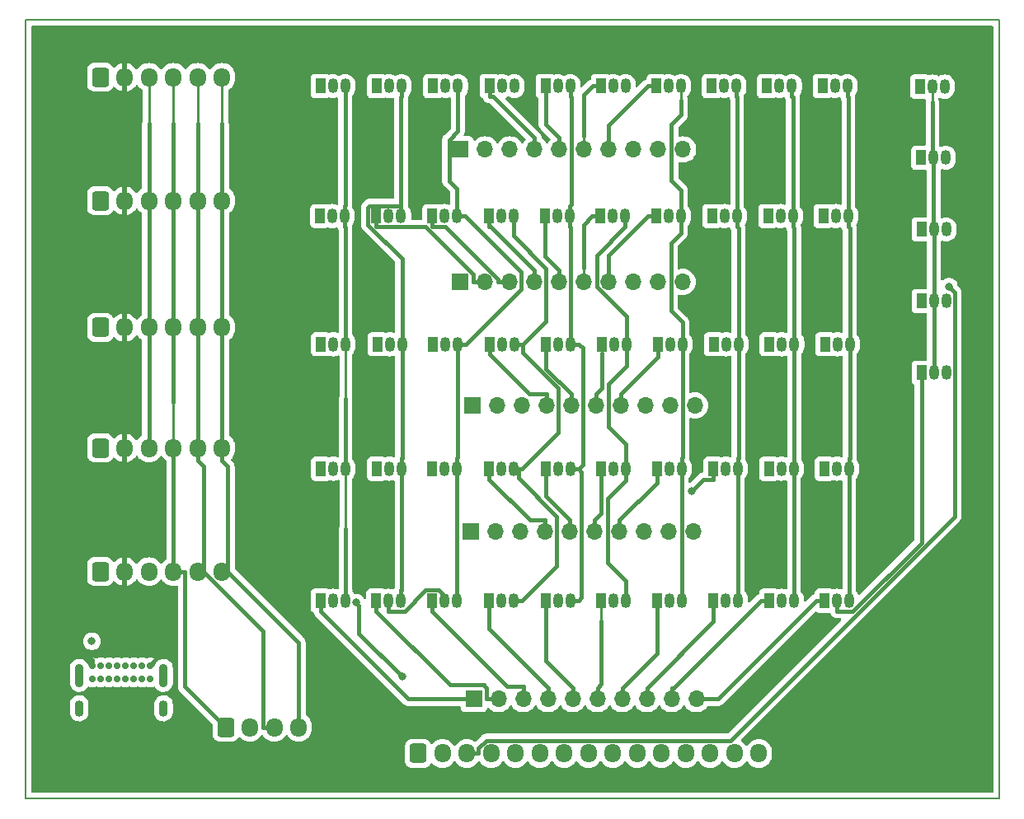
<source format=gbr>
%TF.GenerationSoftware,KiCad,Pcbnew,7.0.8*%
%TF.CreationDate,2023-11-07T23:02:09+01:00*%
%TF.ProjectId,Schaltplan,53636861-6c74-4706-9c61-6e2e6b696361,rev?*%
%TF.SameCoordinates,Original*%
%TF.FileFunction,Copper,L2,Bot*%
%TF.FilePolarity,Positive*%
%FSLAX46Y46*%
G04 Gerber Fmt 4.6, Leading zero omitted, Abs format (unit mm)*
G04 Created by KiCad (PCBNEW 7.0.8) date 2023-11-07 23:02:09*
%MOMM*%
%LPD*%
G01*
G04 APERTURE LIST*
G04 Aperture macros list*
%AMRoundRect*
0 Rectangle with rounded corners*
0 $1 Rounding radius*
0 $2 $3 $4 $5 $6 $7 $8 $9 X,Y pos of 4 corners*
0 Add a 4 corners polygon primitive as box body*
4,1,4,$2,$3,$4,$5,$6,$7,$8,$9,$2,$3,0*
0 Add four circle primitives for the rounded corners*
1,1,$1+$1,$2,$3*
1,1,$1+$1,$4,$5*
1,1,$1+$1,$6,$7*
1,1,$1+$1,$8,$9*
0 Add four rect primitives between the rounded corners*
20,1,$1+$1,$2,$3,$4,$5,0*
20,1,$1+$1,$4,$5,$6,$7,0*
20,1,$1+$1,$6,$7,$8,$9,0*
20,1,$1+$1,$8,$9,$2,$3,0*%
G04 Aperture macros list end*
%TA.AperFunction,NonConductor*%
%ADD10C,0.200000*%
%TD*%
%TA.AperFunction,ComponentPad*%
%ADD11R,1.700000X1.700000*%
%TD*%
%TA.AperFunction,ComponentPad*%
%ADD12O,1.700000X1.700000*%
%TD*%
%TA.AperFunction,ComponentPad*%
%ADD13R,1.050000X1.500000*%
%TD*%
%TA.AperFunction,ComponentPad*%
%ADD14O,1.050000X1.500000*%
%TD*%
%TA.AperFunction,ComponentPad*%
%ADD15RoundRect,0.250000X-0.600000X-0.725000X0.600000X-0.725000X0.600000X0.725000X-0.600000X0.725000X0*%
%TD*%
%TA.AperFunction,ComponentPad*%
%ADD16O,1.700000X1.950000*%
%TD*%
%TA.AperFunction,ComponentPad*%
%ADD17C,0.700000*%
%TD*%
%TA.AperFunction,ComponentPad*%
%ADD18O,0.900000X2.400000*%
%TD*%
%TA.AperFunction,ComponentPad*%
%ADD19O,0.900000X1.700000*%
%TD*%
%TA.AperFunction,ViaPad*%
%ADD20C,0.800000*%
%TD*%
%TA.AperFunction,Conductor*%
%ADD21C,0.400000*%
%TD*%
%TA.AperFunction,Conductor*%
%ADD22C,0.250000*%
%TD*%
G04 APERTURE END LIST*
D10*
X100000000Y-50000000D02*
X200000000Y-50000000D01*
X200000000Y-130000000D01*
X100000000Y-130000000D01*
X100000000Y-50000000D01*
D11*
%TO.P,J58,1,Pin_1*%
%TO.N,RST11*%
X144627600Y-76911200D03*
D12*
%TO.P,J58,2,Pin_2*%
%TO.N,RST12*%
X147167600Y-76911200D03*
%TO.P,J58,3,Pin_3*%
%TO.N,RST13*%
X149707600Y-76911200D03*
%TO.P,J58,4,Pin_4*%
%TO.N,RST14*%
X152247600Y-76911200D03*
%TO.P,J58,5,Pin_5*%
%TO.N,RST15*%
X154787600Y-76911200D03*
%TO.P,J58,6,Pin_6*%
%TO.N,RST16*%
X157327600Y-76911200D03*
%TO.P,J58,7,Pin_7*%
%TO.N,RST17*%
X159867600Y-76911200D03*
%TO.P,J58,8,Pin_8*%
%TO.N,RST18*%
X162407600Y-76911200D03*
%TO.P,J58,9,Pin_9*%
%TO.N,RST19*%
X164947600Y-76911200D03*
%TO.P,J58,10,Pin_10*%
%TO.N,RST20*%
X167487600Y-76911200D03*
%TD*%
D13*
%TO.P,Q13,1,E*%
%TO.N,RST32*%
X136088200Y-96113600D03*
D14*
%TO.P,Q13,2,C*%
%TO.N,Net-(Q11-E)*%
X137358200Y-96113600D03*
%TO.P,Q13,3,B*%
%TO.N,Net-(Q10-B)*%
X138628200Y-96113600D03*
%TD*%
D13*
%TO.P,Q32,1,E*%
%TO.N,RST16*%
X159049800Y-70154800D03*
D14*
%TO.P,Q32,2,C*%
%TO.N,Net-(Q17-C)*%
X160319800Y-70154800D03*
%TO.P,Q32,3,B*%
%TO.N,Net-(Q31-B)*%
X161589800Y-70154800D03*
%TD*%
D13*
%TO.P,Q14,1,E*%
%TO.N,Net-(Q14-E)*%
X192024000Y-86258400D03*
D14*
%TO.P,Q14,2,C*%
%TO.N,3\u002C3V*%
X193294000Y-86258400D03*
%TO.P,Q14,3,B*%
%TO.N,Net-(Q14-B)*%
X194564000Y-86258400D03*
%TD*%
D13*
%TO.P,Q35,1,E*%
%TO.N,RST46*%
X159156400Y-109677200D03*
D14*
%TO.P,Q35,2,C*%
%TO.N,Net-(Q14-E)*%
X160426400Y-109677200D03*
%TO.P,Q35,3,B*%
%TO.N,Net-(Q31-B)*%
X161696400Y-109677200D03*
%TD*%
D13*
%TO.P,Q16,1,E*%
%TO.N,RST42*%
X136042400Y-109677200D03*
D14*
%TO.P,Q16,2,C*%
%TO.N,Net-(Q14-E)*%
X137312400Y-109677200D03*
%TO.P,Q16,3,B*%
%TO.N,Net-(Q10-B)*%
X138582400Y-109677200D03*
%TD*%
D13*
%TO.P,Q24,1,E*%
%TO.N,RST34*%
X147619800Y-96113600D03*
D14*
%TO.P,Q24,2,C*%
%TO.N,Net-(Q11-E)*%
X148889800Y-96113600D03*
%TO.P,Q24,3,B*%
%TO.N,Net-(Q21-B)*%
X150159800Y-96113600D03*
%TD*%
D13*
%TO.P,Q40,1,E*%
%TO.N,RST47*%
X164846000Y-109677200D03*
D14*
%TO.P,Q40,2,C*%
%TO.N,Net-(Q14-E)*%
X166116000Y-109677200D03*
%TO.P,Q40,3,B*%
%TO.N,Net-(Q36-B)*%
X167386000Y-109677200D03*
%TD*%
D13*
%TO.P,Q10,1,E*%
%TO.N,RST22*%
X136139000Y-83312000D03*
D14*
%TO.P,Q10,2,C*%
%TO.N,Net-(Q10-C)*%
X137409000Y-83312000D03*
%TO.P,Q10,3,B*%
%TO.N,Net-(Q10-B)*%
X138679000Y-83312000D03*
%TD*%
D13*
%TO.P,Q11,1,E*%
%TO.N,Net-(Q11-E)*%
X192024000Y-78892400D03*
D14*
%TO.P,Q11,2,C*%
%TO.N,3\u002C3V*%
X193294000Y-78892400D03*
%TO.P,Q11,3,B*%
%TO.N,Net-(Q11-B)*%
X194564000Y-78892400D03*
%TD*%
D13*
%TO.P,Q1,1,E*%
%TO.N,Net-(Q1-E)*%
X191871600Y-56845200D03*
D14*
%TO.P,Q1,2,C*%
%TO.N,3\u002C3V*%
X193141600Y-56845200D03*
%TO.P,Q1,3,B*%
%TO.N,Net-(Q1-B)*%
X194411600Y-56845200D03*
%TD*%
D13*
%TO.P,Q44,1,E*%
%TO.N,RST38*%
X170632200Y-96113600D03*
D14*
%TO.P,Q44,2,C*%
%TO.N,Net-(Q11-E)*%
X171902200Y-96113600D03*
%TO.P,Q44,3,B*%
%TO.N,Net-(Q41-B)*%
X173172200Y-96113600D03*
%TD*%
D13*
%TO.P,Q29,1,E*%
%TO.N,RST35*%
X153411000Y-96113600D03*
D14*
%TO.P,Q29,2,C*%
%TO.N,Net-(Q11-E)*%
X154681000Y-96113600D03*
%TO.P,Q29,3,B*%
%TO.N,Net-(Q26-B)*%
X155951000Y-96113600D03*
%TD*%
D15*
%TO.P,J52,1,Pin_1*%
%TO.N,3\u002C3V*%
X107694400Y-68584800D03*
D16*
%TO.P,J52,2,Pin_2*%
%TO.N,GND*%
X110194400Y-68584800D03*
%TO.P,J52,3,Pin_3*%
%TO.N,MISO*%
X112694400Y-68584800D03*
%TO.P,J52,4,Pin_4*%
%TO.N,MOSI*%
X115194400Y-68584800D03*
%TO.P,J52,5,Pin_5*%
%TO.N,SCK*%
X117694400Y-68584800D03*
%TO.P,J52,6,Pin_6*%
%TO.N,SDA*%
X120194400Y-68584800D03*
%TD*%
D13*
%TO.P,Q15,1,E*%
%TO.N,RST41*%
X130302000Y-109677200D03*
D14*
%TO.P,Q15,2,C*%
%TO.N,Net-(Q14-E)*%
X131572000Y-109677200D03*
%TO.P,Q15,3,B*%
%TO.N,Net-(Q12-B)*%
X132842000Y-109677200D03*
%TD*%
D13*
%TO.P,Q17,1,E*%
%TO.N,RST13*%
X141777800Y-70154800D03*
D14*
%TO.P,Q17,2,C*%
%TO.N,Net-(Q17-C)*%
X143047800Y-70154800D03*
%TO.P,Q17,3,B*%
%TO.N,Net-(Q17-B)*%
X144317800Y-70154800D03*
%TD*%
D13*
%TO.P,Q52,1,E*%
%TO.N,RST20*%
X181960600Y-70154800D03*
D14*
%TO.P,Q52,2,C*%
%TO.N,Net-(Q17-C)*%
X183230600Y-70154800D03*
%TO.P,Q52,3,B*%
%TO.N,Net-(Q51-B)*%
X184500600Y-70154800D03*
%TD*%
D13*
%TO.P,Q55,1,E*%
%TO.N,RST50*%
X182067200Y-109677200D03*
D14*
%TO.P,Q55,2,C*%
%TO.N,Net-(Q14-E)*%
X183337200Y-109677200D03*
%TO.P,Q55,3,B*%
%TO.N,Net-(Q51-B)*%
X184607200Y-109677200D03*
%TD*%
D13*
%TO.P,Q37,1,E*%
%TO.N,RST17*%
X164790200Y-70154800D03*
D14*
%TO.P,Q37,2,C*%
%TO.N,Net-(Q17-C)*%
X166060200Y-70154800D03*
%TO.P,Q37,3,B*%
%TO.N,Net-(Q36-B)*%
X167330200Y-70154800D03*
%TD*%
D15*
%TO.P,J3,1,Pin_1*%
%TO.N,GPIO00*%
X140328000Y-125374400D03*
D16*
%TO.P,J3,2,Pin_2*%
%TO.N,GPIO01*%
X142828000Y-125374400D03*
%TO.P,J3,3,Pin_3*%
%TO.N,GPIO02*%
X145328000Y-125374400D03*
%TO.P,J3,4,Pin_4*%
%TO.N,GPIO03*%
X147828000Y-125374400D03*
%TO.P,J3,5,Pin_5*%
%TO.N,GPIO04*%
X150328000Y-125374400D03*
%TO.P,J3,6,Pin_6*%
%TO.N,GPIO05*%
X152828000Y-125374400D03*
%TO.P,J3,7,Pin_7*%
%TO.N,GPIO06*%
X155328000Y-125374400D03*
%TO.P,J3,8,Pin_8*%
%TO.N,GPIO07*%
X157828000Y-125374400D03*
%TO.P,J3,9,Pin_9*%
%TO.N,GPIO08*%
X160328000Y-125374400D03*
%TO.P,J3,10,Pin_10*%
%TO.N,GPIO09*%
X162828000Y-125374400D03*
%TO.P,J3,11,Pin_11*%
%TO.N,GPIO10*%
X165328000Y-125374400D03*
%TO.P,J3,12,Pin_12*%
%TO.N,GPIO11*%
X167828000Y-125374400D03*
%TO.P,J3,13,Pin_13*%
%TO.N,GPIO12*%
X170328000Y-125374400D03*
%TO.P,J3,14,Pin_14*%
%TO.N,GPIO13*%
X172828000Y-125374400D03*
%TO.P,J3,15,Pin_15*%
%TO.N,GPIO14*%
X175328000Y-125374400D03*
%TD*%
D13*
%TO.P,Q33,1,E*%
%TO.N,RST26*%
X159202200Y-83312000D03*
D14*
%TO.P,Q33,2,C*%
%TO.N,Net-(Q10-C)*%
X160472200Y-83312000D03*
%TO.P,Q33,3,B*%
%TO.N,Net-(Q31-B)*%
X161742200Y-83312000D03*
%TD*%
D13*
%TO.P,Q51,1,E*%
%TO.N,RST10*%
X181864000Y-56794400D03*
D14*
%TO.P,Q51,2,C*%
%TO.N,Net-(Q1-E)*%
X183134000Y-56794400D03*
%TO.P,Q51,3,B*%
%TO.N,Net-(Q51-B)*%
X184404000Y-56794400D03*
%TD*%
D13*
%TO.P,Q47,1,E*%
%TO.N,RST19*%
X176271000Y-70154800D03*
D14*
%TO.P,Q47,2,C*%
%TO.N,Net-(Q17-C)*%
X177541000Y-70154800D03*
%TO.P,Q47,3,B*%
%TO.N,Net-(Q46-B)*%
X178811000Y-70154800D03*
%TD*%
D13*
%TO.P,Q18,1,E*%
%TO.N,RST23*%
X141879400Y-83312000D03*
D14*
%TO.P,Q18,2,C*%
%TO.N,Net-(Q10-C)*%
X143149400Y-83312000D03*
%TO.P,Q18,3,B*%
%TO.N,Net-(Q17-B)*%
X144419400Y-83312000D03*
%TD*%
D13*
%TO.P,Q48,1,E*%
%TO.N,RST29*%
X176423400Y-83312000D03*
D14*
%TO.P,Q48,2,C*%
%TO.N,Net-(Q10-C)*%
X177693400Y-83312000D03*
%TO.P,Q48,3,B*%
%TO.N,Net-(Q46-B)*%
X178963400Y-83312000D03*
%TD*%
D11*
%TO.P,J60,1,Pin_1*%
%TO.N,RST31*%
X145745200Y-102565200D03*
D12*
%TO.P,J60,2,Pin_2*%
%TO.N,RST32*%
X148285200Y-102565200D03*
%TO.P,J60,3,Pin_3*%
%TO.N,RST33*%
X150825200Y-102565200D03*
%TO.P,J60,4,Pin_4*%
%TO.N,RST34*%
X153365200Y-102565200D03*
%TO.P,J60,5,Pin_5*%
%TO.N,RST35*%
X155905200Y-102565200D03*
%TO.P,J60,6,Pin_6*%
%TO.N,RST36*%
X158445200Y-102565200D03*
%TO.P,J60,7,Pin_7*%
%TO.N,RST37*%
X160985200Y-102565200D03*
%TO.P,J60,8,Pin_8*%
%TO.N,RST38*%
X163525200Y-102565200D03*
%TO.P,J60,9,Pin_9*%
%TO.N,RST39*%
X166065200Y-102565200D03*
%TO.P,J60,10,Pin_10*%
%TO.N,RST40*%
X168605200Y-102565200D03*
%TD*%
D13*
%TO.P,Q34,1,E*%
%TO.N,RST36*%
X159151400Y-96113600D03*
D14*
%TO.P,Q34,2,C*%
%TO.N,Net-(Q11-E)*%
X160421400Y-96113600D03*
%TO.P,Q34,3,B*%
%TO.N,Net-(Q31-B)*%
X161691400Y-96113600D03*
%TD*%
D13*
%TO.P,Q21,1,E*%
%TO.N,RST04*%
X147675600Y-56794400D03*
D14*
%TO.P,Q21,2,C*%
%TO.N,Net-(Q1-E)*%
X148945600Y-56794400D03*
%TO.P,Q21,3,B*%
%TO.N,Net-(Q21-B)*%
X150215600Y-56794400D03*
%TD*%
D15*
%TO.P,J2,1,Pin_1*%
%TO.N,MOSI*%
X120566800Y-122682000D03*
D16*
%TO.P,J2,2,Pin_2*%
%TO.N,MISO*%
X123066800Y-122682000D03*
%TO.P,J2,3,Pin_3*%
%TO.N,SCK*%
X125566800Y-122682000D03*
%TO.P,J2,4,Pin_4*%
%TO.N,SDA*%
X128066800Y-122682000D03*
%TD*%
D13*
%TO.P,Q8,1,E*%
%TO.N,Net-(Q10-C)*%
X192024000Y-71526400D03*
D14*
%TO.P,Q8,2,C*%
%TO.N,3\u002C3V*%
X193294000Y-71526400D03*
%TO.P,Q8,3,B*%
%TO.N,Net-(Q8-B)*%
X194564000Y-71526400D03*
%TD*%
D13*
%TO.P,Q38,1,E*%
%TO.N,RST27*%
X164942600Y-83312000D03*
D14*
%TO.P,Q38,2,C*%
%TO.N,Net-(Q10-C)*%
X166212600Y-83312000D03*
%TO.P,Q38,3,B*%
%TO.N,Net-(Q36-B)*%
X167482600Y-83312000D03*
%TD*%
D13*
%TO.P,Q5,1,E*%
%TO.N,RST02*%
X136093200Y-56794400D03*
D14*
%TO.P,Q5,2,C*%
%TO.N,Net-(Q1-E)*%
X137363200Y-56794400D03*
%TO.P,Q5,3,B*%
%TO.N,Net-(Q10-B)*%
X138633200Y-56794400D03*
%TD*%
D13*
%TO.P,Q23,1,E*%
%TO.N,RST24*%
X147670600Y-83312000D03*
D14*
%TO.P,Q23,2,C*%
%TO.N,Net-(Q10-C)*%
X148940600Y-83312000D03*
%TO.P,Q23,3,B*%
%TO.N,Net-(Q21-B)*%
X150210600Y-83312000D03*
%TD*%
D13*
%TO.P,Q36,1,E*%
%TO.N,RST07*%
X164795200Y-56794400D03*
D14*
%TO.P,Q36,2,C*%
%TO.N,Net-(Q1-E)*%
X166065200Y-56794400D03*
%TO.P,Q36,3,B*%
%TO.N,Net-(Q36-B)*%
X167335200Y-56794400D03*
%TD*%
D13*
%TO.P,Q42,1,E*%
%TO.N,RST18*%
X170530600Y-70154800D03*
D14*
%TO.P,Q42,2,C*%
%TO.N,Net-(Q17-C)*%
X171800600Y-70154800D03*
%TO.P,Q42,3,B*%
%TO.N,Net-(Q41-B)*%
X173070600Y-70154800D03*
%TD*%
D13*
%TO.P,Q9,1,E*%
%TO.N,RST21*%
X130347800Y-83312000D03*
D14*
%TO.P,Q9,2,C*%
%TO.N,Net-(Q10-C)*%
X131617800Y-83312000D03*
%TO.P,Q9,3,B*%
%TO.N,Net-(Q12-B)*%
X132887800Y-83312000D03*
%TD*%
D13*
%TO.P,Q22,1,E*%
%TO.N,RST14*%
X147569000Y-70154800D03*
D14*
%TO.P,Q22,2,C*%
%TO.N,Net-(Q17-C)*%
X148839000Y-70154800D03*
%TO.P,Q22,3,B*%
%TO.N,Net-(Q21-B)*%
X150109000Y-70154800D03*
%TD*%
D13*
%TO.P,Q54,1,E*%
%TO.N,RST40*%
X182062200Y-96113600D03*
D14*
%TO.P,Q54,2,C*%
%TO.N,Net-(Q11-E)*%
X183332200Y-96113600D03*
%TO.P,Q54,3,B*%
%TO.N,Net-(Q51-B)*%
X184602200Y-96113600D03*
%TD*%
D15*
%TO.P,J55,1,Pin_1*%
%TO.N,3\u002C3V*%
X107694400Y-106684800D03*
D16*
%TO.P,J55,2,Pin_2*%
%TO.N,GND*%
X110194400Y-106684800D03*
%TO.P,J55,3,Pin_3*%
%TO.N,MISO*%
X112694400Y-106684800D03*
%TO.P,J55,4,Pin_4*%
%TO.N,MOSI*%
X115194400Y-106684800D03*
%TO.P,J55,5,Pin_5*%
%TO.N,SCK*%
X117694400Y-106684800D03*
%TO.P,J55,6,Pin_6*%
%TO.N,SDA*%
X120194400Y-106684800D03*
%TD*%
D13*
%TO.P,Q25,1,E*%
%TO.N,RST44*%
X147624800Y-109677200D03*
D14*
%TO.P,Q25,2,C*%
%TO.N,Net-(Q14-E)*%
X148894800Y-109677200D03*
%TO.P,Q25,3,B*%
%TO.N,Net-(Q21-B)*%
X150164800Y-109677200D03*
%TD*%
D13*
%TO.P,Q45,1,E*%
%TO.N,RST48*%
X170637200Y-109677200D03*
D14*
%TO.P,Q45,2,C*%
%TO.N,Net-(Q14-E)*%
X171907200Y-109677200D03*
%TO.P,Q45,3,B*%
%TO.N,Net-(Q41-B)*%
X173177200Y-109677200D03*
%TD*%
D13*
%TO.P,Q53,1,E*%
%TO.N,RST30*%
X182113000Y-83312000D03*
D14*
%TO.P,Q53,2,C*%
%TO.N,Net-(Q10-C)*%
X183383000Y-83312000D03*
%TO.P,Q53,3,B*%
%TO.N,Net-(Q51-B)*%
X184653000Y-83312000D03*
%TD*%
D13*
%TO.P,Q4,1,E*%
%TO.N,RST11*%
X130246200Y-70154800D03*
D14*
%TO.P,Q4,2,C*%
%TO.N,Net-(Q17-C)*%
X131516200Y-70154800D03*
%TO.P,Q4,3,B*%
%TO.N,Net-(Q12-B)*%
X132786200Y-70154800D03*
%TD*%
D13*
%TO.P,Q20,1,E*%
%TO.N,RST43*%
X141732000Y-109677200D03*
D14*
%TO.P,Q20,2,C*%
%TO.N,Net-(Q14-E)*%
X143002000Y-109677200D03*
%TO.P,Q20,3,B*%
%TO.N,Net-(Q17-B)*%
X144272000Y-109677200D03*
%TD*%
D13*
%TO.P,Q30,1,E*%
%TO.N,RST45*%
X153416000Y-109677200D03*
D14*
%TO.P,Q30,2,C*%
%TO.N,Net-(Q14-E)*%
X154686000Y-109677200D03*
%TO.P,Q30,3,B*%
%TO.N,Net-(Q26-B)*%
X155956000Y-109677200D03*
%TD*%
D13*
%TO.P,Q43,1,E*%
%TO.N,RST28*%
X170683000Y-83312000D03*
D14*
%TO.P,Q43,2,C*%
%TO.N,Net-(Q10-C)*%
X171953000Y-83312000D03*
%TO.P,Q43,3,B*%
%TO.N,Net-(Q41-B)*%
X173223000Y-83312000D03*
%TD*%
D17*
%TO.P,P1,A1,GND*%
%TO.N,GND*%
X106891400Y-116366200D03*
%TO.P,P1,A4,VBUS*%
%TO.N,3\u002C3V*%
X107741400Y-116366200D03*
%TO.P,P1,A5,CC*%
%TO.N,unconnected-(P1-CC-PadA5)*%
X108591400Y-116366200D03*
%TO.P,P1,A6,D+*%
%TO.N,unconnected-(P1-D+-PadA6)*%
X109441400Y-116366200D03*
%TO.P,P1,A7,D-*%
%TO.N,unconnected-(P1-D--PadA7)*%
X110291400Y-116366200D03*
%TO.P,P1,A8,SBU1*%
%TO.N,unconnected-(P1-SBU1-PadA8)*%
X111141400Y-116366200D03*
%TO.P,P1,A9,VBUS*%
%TO.N,3\u002C3V*%
X111991400Y-116366200D03*
%TO.P,P1,A12,GND*%
%TO.N,GND*%
X112841400Y-116366200D03*
%TO.P,P1,B1,GND*%
X112841400Y-117716200D03*
%TO.P,P1,B4,VBUS*%
%TO.N,3\u002C3V*%
X111991400Y-117716200D03*
%TO.P,P1,B5,VCONN*%
%TO.N,unconnected-(P1-VCONN-PadB5)*%
X111141400Y-117716200D03*
%TO.P,P1,B6*%
%TO.N,N/C*%
X110291400Y-117716200D03*
%TO.P,P1,B7*%
X109441400Y-117716200D03*
%TO.P,P1,B8,SBU2*%
%TO.N,unconnected-(P1-SBU2-PadB8)*%
X108591400Y-117716200D03*
%TO.P,P1,B9,VBUS*%
%TO.N,3\u002C3V*%
X107741400Y-117716200D03*
%TO.P,P1,B12,GND*%
%TO.N,GND*%
X106891400Y-117716200D03*
D18*
%TO.P,P1,S1,SHIELD*%
%TO.N,unconnected-(P1-SHIELD-PadS1)*%
X105541400Y-117346200D03*
D19*
X105541400Y-120726200D03*
D18*
X114191400Y-117346200D03*
D19*
X114191400Y-120726200D03*
%TD*%
D13*
%TO.P,Q2,1,E*%
%TO.N,Net-(Q17-C)*%
X191973200Y-64160400D03*
D14*
%TO.P,Q2,2,C*%
%TO.N,3\u002C3V*%
X193243200Y-64160400D03*
%TO.P,Q2,3,B*%
%TO.N,Net-(Q2-B)*%
X194513200Y-64160400D03*
%TD*%
D11*
%TO.P,J59,1,Pin_1*%
%TO.N,RST21*%
X145892600Y-89611200D03*
D12*
%TO.P,J59,2,Pin_2*%
%TO.N,RST22*%
X148432600Y-89611200D03*
%TO.P,J59,3,Pin_3*%
%TO.N,RST23*%
X150972600Y-89611200D03*
%TO.P,J59,4,Pin_4*%
%TO.N,RST24*%
X153512600Y-89611200D03*
%TO.P,J59,5,Pin_5*%
%TO.N,RST25*%
X156052600Y-89611200D03*
%TO.P,J59,6,Pin_6*%
%TO.N,RST26*%
X158592600Y-89611200D03*
%TO.P,J59,7,Pin_7*%
%TO.N,RST27*%
X161132600Y-89611200D03*
%TO.P,J59,8,Pin_8*%
%TO.N,RST28*%
X163672600Y-89611200D03*
%TO.P,J59,9,Pin_9*%
%TO.N,RST29*%
X166212600Y-89611200D03*
%TO.P,J59,10,Pin_10*%
%TO.N,RST30*%
X168752600Y-89611200D03*
%TD*%
D13*
%TO.P,Q28,1,E*%
%TO.N,RST25*%
X153461800Y-83312000D03*
D14*
%TO.P,Q28,2,C*%
%TO.N,Net-(Q10-C)*%
X154731800Y-83312000D03*
%TO.P,Q28,3,B*%
%TO.N,Net-(Q26-B)*%
X156001800Y-83312000D03*
%TD*%
D13*
%TO.P,Q41,1,E*%
%TO.N,RST08*%
X170484800Y-56794400D03*
D14*
%TO.P,Q41,2,C*%
%TO.N,Net-(Q1-E)*%
X171754800Y-56794400D03*
%TO.P,Q41,3,B*%
%TO.N,Net-(Q41-B)*%
X173024800Y-56794400D03*
%TD*%
D13*
%TO.P,Q12,1,E*%
%TO.N,RST31*%
X130347800Y-96113600D03*
D14*
%TO.P,Q12,2,C*%
%TO.N,Net-(Q11-E)*%
X131617800Y-96113600D03*
%TO.P,Q12,3,B*%
%TO.N,Net-(Q12-B)*%
X132887800Y-96113600D03*
%TD*%
D13*
%TO.P,Q27,1,E*%
%TO.N,RST15*%
X153360200Y-70154800D03*
D14*
%TO.P,Q27,2,C*%
%TO.N,Net-(Q17-C)*%
X154630200Y-70154800D03*
%TO.P,Q27,3,B*%
%TO.N,Net-(Q26-B)*%
X155900200Y-70154800D03*
%TD*%
D13*
%TO.P,Q26,1,E*%
%TO.N,RST05*%
X153416000Y-56794400D03*
D14*
%TO.P,Q26,2,C*%
%TO.N,Net-(Q1-E)*%
X154686000Y-56794400D03*
%TO.P,Q26,3,B*%
%TO.N,Net-(Q26-B)*%
X155956000Y-56794400D03*
%TD*%
D13*
%TO.P,Q46,1,E*%
%TO.N,RST09*%
X176174400Y-56794400D03*
D14*
%TO.P,Q46,2,C*%
%TO.N,Net-(Q1-E)*%
X177444400Y-56794400D03*
%TO.P,Q46,3,B*%
%TO.N,Net-(Q46-B)*%
X178714400Y-56794400D03*
%TD*%
D13*
%TO.P,Q19,1,E*%
%TO.N,RST33*%
X141777800Y-96113600D03*
D14*
%TO.P,Q19,2,C*%
%TO.N,Net-(Q11-E)*%
X143047800Y-96113600D03*
%TO.P,Q19,3,B*%
%TO.N,Net-(Q17-B)*%
X144317800Y-96113600D03*
%TD*%
D15*
%TO.P,J53,1,Pin_1*%
%TO.N,3\u002C3V*%
X107694400Y-81584800D03*
D16*
%TO.P,J53,2,Pin_2*%
%TO.N,GND*%
X110194400Y-81584800D03*
%TO.P,J53,3,Pin_3*%
%TO.N,MISO*%
X112694400Y-81584800D03*
%TO.P,J53,4,Pin_4*%
%TO.N,MOSI*%
X115194400Y-81584800D03*
%TO.P,J53,5,Pin_5*%
%TO.N,SCK*%
X117694400Y-81584800D03*
%TO.P,J53,6,Pin_6*%
%TO.N,SDA*%
X120194400Y-81584800D03*
%TD*%
D13*
%TO.P,Q6,1,E*%
%TO.N,RST12*%
X136037400Y-70154800D03*
D14*
%TO.P,Q6,2,C*%
%TO.N,Net-(Q17-C)*%
X137307400Y-70154800D03*
%TO.P,Q6,3,B*%
%TO.N,Net-(Q10-B)*%
X138577400Y-70154800D03*
%TD*%
D11*
%TO.P,J61,1,Pin_1*%
%TO.N,RST41*%
X146050000Y-119786400D03*
D12*
%TO.P,J61,2,Pin_2*%
%TO.N,RST42*%
X148590000Y-119786400D03*
%TO.P,J61,3,Pin_3*%
%TO.N,RST43*%
X151130000Y-119786400D03*
%TO.P,J61,4,Pin_4*%
%TO.N,RST44*%
X153670000Y-119786400D03*
%TO.P,J61,5,Pin_5*%
%TO.N,RST45*%
X156210000Y-119786400D03*
%TO.P,J61,6,Pin_6*%
%TO.N,RST46*%
X158750000Y-119786400D03*
%TO.P,J61,7,Pin_7*%
%TO.N,RST47*%
X161290000Y-119786400D03*
%TO.P,J61,8,Pin_8*%
%TO.N,RST48*%
X163830000Y-119786400D03*
%TO.P,J61,9,Pin_9*%
%TO.N,RST49*%
X166370000Y-119786400D03*
%TO.P,J61,10,Pin_10*%
%TO.N,RST50*%
X168910000Y-119786400D03*
%TD*%
D13*
%TO.P,Q3,1,E*%
%TO.N,RST01*%
X130302000Y-56790000D03*
D14*
%TO.P,Q3,2,C*%
%TO.N,Net-(Q1-E)*%
X131572000Y-56790000D03*
%TO.P,Q3,3,B*%
%TO.N,Net-(Q12-B)*%
X132842000Y-56790000D03*
%TD*%
D13*
%TO.P,Q31,1,E*%
%TO.N,RST06*%
X159105600Y-56794400D03*
D14*
%TO.P,Q31,2,C*%
%TO.N,Net-(Q1-E)*%
X160375600Y-56794400D03*
%TO.P,Q31,3,B*%
%TO.N,Net-(Q31-B)*%
X161645600Y-56794400D03*
%TD*%
D15*
%TO.P,J54,1,Pin_1*%
%TO.N,3\u002C3V*%
X107694400Y-93984800D03*
D16*
%TO.P,J54,2,Pin_2*%
%TO.N,GND*%
X110194400Y-93984800D03*
%TO.P,J54,3,Pin_3*%
%TO.N,MISO*%
X112694400Y-93984800D03*
%TO.P,J54,4,Pin_4*%
%TO.N,MOSI*%
X115194400Y-93984800D03*
%TO.P,J54,5,Pin_5*%
%TO.N,SCK*%
X117694400Y-93984800D03*
%TO.P,J54,6,Pin_6*%
%TO.N,SDA*%
X120194400Y-93984800D03*
%TD*%
D13*
%TO.P,Q50,1,E*%
%TO.N,RST49*%
X176377600Y-109677200D03*
D14*
%TO.P,Q50,2,C*%
%TO.N,Net-(Q14-E)*%
X177647600Y-109677200D03*
%TO.P,Q50,3,B*%
%TO.N,Net-(Q46-B)*%
X178917600Y-109677200D03*
%TD*%
D13*
%TO.P,Q39,1,E*%
%TO.N,RST37*%
X164841000Y-96113600D03*
D14*
%TO.P,Q39,2,C*%
%TO.N,Net-(Q11-E)*%
X166111000Y-96113600D03*
%TO.P,Q39,3,B*%
%TO.N,Net-(Q36-B)*%
X167381000Y-96113600D03*
%TD*%
D11*
%TO.P,J57,1,Pin_1*%
%TO.N,RST01*%
X144678400Y-63296800D03*
D12*
%TO.P,J57,2,Pin_2*%
%TO.N,RST02*%
X147218400Y-63296800D03*
%TO.P,J57,3,Pin_3*%
%TO.N,RST03*%
X149758400Y-63296800D03*
%TO.P,J57,4,Pin_4*%
%TO.N,RST04*%
X152298400Y-63296800D03*
%TO.P,J57,5,Pin_5*%
%TO.N,RST05*%
X154838400Y-63296800D03*
%TO.P,J57,6,Pin_6*%
%TO.N,RST06*%
X157378400Y-63296800D03*
%TO.P,J57,7,Pin_7*%
%TO.N,RST07*%
X159918400Y-63296800D03*
%TO.P,J57,8,Pin_8*%
%TO.N,RST08*%
X162458400Y-63296800D03*
%TO.P,J57,9,Pin_9*%
%TO.N,RST09*%
X164998400Y-63296800D03*
%TO.P,J57,10,Pin_10*%
%TO.N,RST10*%
X167538400Y-63296800D03*
%TD*%
D15*
%TO.P,J51,1,Pin_1*%
%TO.N,3\u002C3V*%
X107694400Y-55884800D03*
D16*
%TO.P,J51,2,Pin_2*%
%TO.N,GND*%
X110194400Y-55884800D03*
%TO.P,J51,3,Pin_3*%
%TO.N,MISO*%
X112694400Y-55884800D03*
%TO.P,J51,4,Pin_4*%
%TO.N,MOSI*%
X115194400Y-55884800D03*
%TO.P,J51,5,Pin_5*%
%TO.N,SCK*%
X117694400Y-55884800D03*
%TO.P,J51,6,Pin_6*%
%TO.N,SDA*%
X120194400Y-55884800D03*
%TD*%
D13*
%TO.P,Q7,1,E*%
%TO.N,RST03*%
X141884400Y-56794400D03*
D14*
%TO.P,Q7,2,C*%
%TO.N,Net-(Q1-E)*%
X143154400Y-56794400D03*
%TO.P,Q7,3,B*%
%TO.N,Net-(Q17-B)*%
X144424400Y-56794400D03*
%TD*%
D13*
%TO.P,Q49,1,E*%
%TO.N,RST39*%
X176372600Y-96113600D03*
D14*
%TO.P,Q49,2,C*%
%TO.N,Net-(Q11-E)*%
X177642600Y-96113600D03*
%TO.P,Q49,3,B*%
%TO.N,Net-(Q46-B)*%
X178912600Y-96113600D03*
%TD*%
D20*
%TO.N,GPIO02*%
X194833000Y-77387500D03*
%TO.N,GPIO06*%
X138716000Y-117470000D03*
X133976000Y-109865000D03*
%TO.N,RST38*%
X168388000Y-98431300D03*
%TO.N,GND*%
X105004000Y-113843000D03*
%TO.N,3\u002C3V*%
X106832000Y-113843000D03*
%TD*%
D21*
%TO.N,SDA*%
X120194000Y-65409800D02*
X120194000Y-65410200D01*
X128067000Y-118326000D02*
X128067000Y-120504000D01*
X128067000Y-116148000D02*
X128067000Y-118326000D01*
X120194000Y-93984800D02*
X120194000Y-93985200D01*
D22*
X128067000Y-120504000D02*
X128067000Y-122682000D01*
D21*
X120194000Y-65410200D02*
X120194000Y-66997500D01*
D22*
X120194000Y-66997500D02*
X120194000Y-66997900D01*
D21*
X128067000Y-116148000D02*
X128067000Y-118326000D01*
X128067000Y-113969000D02*
X128067000Y-116148000D01*
X120783000Y-106685000D02*
X128067000Y-113969000D01*
X120194000Y-65409800D02*
X120194000Y-60647300D01*
D22*
X120194000Y-55884800D02*
X120194000Y-60647300D01*
D21*
X120783000Y-106685000D02*
X120195000Y-106685000D01*
X128067000Y-120504000D02*
X128067000Y-122682000D01*
X120194000Y-65409800D02*
X120194000Y-65410200D01*
D22*
X120194000Y-66997900D02*
X120194000Y-68584800D01*
D21*
X120783000Y-95875200D02*
X120783000Y-106685000D01*
X120194000Y-95286700D02*
X120783000Y-95875200D01*
X120194000Y-93985200D02*
X120194000Y-95286700D01*
X120194000Y-65410200D02*
X120194000Y-66997500D01*
X120194000Y-93984800D02*
X120194000Y-93985200D01*
X120194000Y-66997500D02*
X120194000Y-66997900D01*
X120194000Y-66997900D02*
X120194000Y-68584800D01*
X120194000Y-66997500D02*
X120194000Y-66997900D01*
X120194000Y-66997900D02*
X120194000Y-68584800D01*
D22*
X128066800Y-122682000D02*
X128067000Y-122682000D01*
X120194400Y-55884800D02*
X120194000Y-55884800D01*
X120194400Y-93984800D02*
X120194000Y-93984800D01*
X120194400Y-81584800D02*
X120194000Y-81584800D01*
D21*
X120194000Y-93984800D02*
X120194000Y-81584800D01*
X120194000Y-81584800D02*
X120194000Y-75084800D01*
X120194000Y-75084800D02*
X120194000Y-68584800D01*
D22*
X120194400Y-75084400D02*
X120194400Y-68584800D01*
X120194000Y-75084800D02*
X120194400Y-75084400D01*
X120194000Y-106685000D02*
X120194500Y-106685000D01*
X120194500Y-106685000D02*
X120195000Y-106685000D01*
X120194400Y-106684900D02*
X120194400Y-106684800D01*
X120194500Y-106685000D02*
X120194400Y-106684900D01*
D21*
%TO.N,SCK*%
X117694000Y-65410200D02*
X117694000Y-66997500D01*
X117694000Y-65410200D02*
X117694000Y-66997500D01*
D22*
X117694000Y-89334800D02*
X117694000Y-89335200D01*
X117694000Y-84684400D02*
X117694000Y-81584800D01*
D21*
X117694000Y-93984800D02*
X117694000Y-93985000D01*
X117694000Y-81360200D02*
X117694000Y-81584800D01*
X117694000Y-68187900D02*
X117694000Y-68386300D01*
X117694000Y-68386300D02*
X117694000Y-68485500D01*
X117694000Y-65409800D02*
X117694000Y-60647300D01*
X117694000Y-81360200D02*
X117694000Y-81584800D01*
X117694000Y-68187900D02*
X117694000Y-68386300D01*
X118283000Y-95875200D02*
X118283000Y-106685000D01*
X117694000Y-95286700D02*
X118283000Y-95875200D01*
X117694000Y-93985200D02*
X117694000Y-95286700D01*
X117694000Y-66997500D02*
X117694000Y-67791100D01*
X117694000Y-68485500D02*
X117694000Y-68535100D01*
D22*
X117694000Y-89335200D02*
X117694000Y-93984800D01*
D21*
X117694000Y-68485500D02*
X117694000Y-68535100D01*
X117694000Y-67791100D02*
X117694000Y-68187900D01*
X117694000Y-68535100D02*
X117694000Y-68559900D01*
X117694000Y-68535100D02*
X117694000Y-68559900D01*
X117694000Y-68386300D02*
X117694000Y-68485500D01*
X117694000Y-81359800D02*
X117694000Y-68584800D01*
X117694000Y-65409800D02*
X117694000Y-65410200D01*
X117694000Y-81359800D02*
X117694000Y-81360200D01*
X117694000Y-67791100D02*
X117694000Y-68187900D01*
D22*
X117694000Y-84684800D02*
X117694000Y-84684400D01*
X117694000Y-55884800D02*
X117694000Y-60647300D01*
D21*
X117694000Y-84684800D02*
X117694000Y-89334800D01*
X117694000Y-65409800D02*
X117694000Y-65410200D01*
X117694000Y-81359800D02*
X117694000Y-81360200D01*
X117694000Y-93985000D02*
X117694000Y-93985200D01*
X117694000Y-93984800D02*
X117694000Y-93985000D01*
X118283000Y-106685000D02*
X117695000Y-106685000D01*
X117694000Y-66997500D02*
X117694000Y-67791100D01*
X117694000Y-93985000D02*
X117694000Y-93984800D01*
D22*
X117694000Y-68572300D02*
X117694000Y-68572700D01*
D21*
X117694000Y-68559900D02*
X117694000Y-68572300D01*
X117694000Y-68559900D02*
X117694000Y-68572300D01*
X117694000Y-93985000D02*
X117694000Y-93985200D01*
X117694000Y-68572300D02*
X117694000Y-68572700D01*
X117694000Y-68572300D02*
X117694000Y-68572700D01*
X117694000Y-81584800D02*
X117694000Y-84684400D01*
X117694000Y-84684400D02*
X117694000Y-84684800D01*
X124390000Y-122682000D02*
X125566800Y-122682000D01*
X124390000Y-112792000D02*
X124390000Y-122682000D01*
X118283000Y-106685000D02*
X124390000Y-112792000D01*
X125566800Y-122682000D02*
X125567000Y-122682000D01*
X117694000Y-89334800D02*
X117694000Y-89335200D01*
X117694000Y-89335200D02*
X117694000Y-93984800D01*
D22*
X117694400Y-55884800D02*
X117694000Y-55884800D01*
X117694400Y-93984800D02*
X117694000Y-93984800D01*
X117694400Y-81584800D02*
X117694000Y-81584800D01*
D21*
X117694000Y-68572700D02*
X117694000Y-68578700D01*
X117694000Y-68572700D02*
X117694000Y-68578700D01*
D22*
X117694000Y-68572700D02*
X117694000Y-68578700D01*
X117694000Y-68578700D02*
X117694000Y-68581700D01*
D21*
X117694000Y-68578700D02*
X117694000Y-68581700D01*
X117694000Y-68578700D02*
X117694000Y-68581700D01*
X117694000Y-68581700D02*
X117694000Y-68583200D01*
X117694000Y-68581700D02*
X117694000Y-68583200D01*
D22*
X117694000Y-68581700D02*
X117694000Y-68583200D01*
X117694000Y-68583200D02*
X117694000Y-68584000D01*
D21*
X117694000Y-68583200D02*
X117694000Y-68584000D01*
X117694000Y-68583200D02*
X117694000Y-68584000D01*
X117694000Y-68584000D02*
X117694000Y-68584400D01*
X117694000Y-68584000D02*
X117694000Y-68584400D01*
D22*
X117694000Y-68584000D02*
X117694000Y-68584400D01*
X117694000Y-68584400D02*
X117694000Y-68584600D01*
D21*
X117694000Y-68584400D02*
X117694000Y-68584600D01*
X117694000Y-68584400D02*
X117694000Y-68584600D01*
D22*
X117694000Y-106685000D02*
X117694500Y-106685000D01*
X117694500Y-106685000D02*
X117695000Y-106685000D01*
X117694400Y-106684900D02*
X117694400Y-106684800D01*
X117694500Y-106685000D02*
X117694400Y-106684900D01*
D21*
X117694000Y-68584600D02*
X117694000Y-68584700D01*
X117694000Y-68584700D02*
X117694000Y-68584800D01*
X117694000Y-68584600D02*
X117694000Y-68584700D01*
X117694000Y-68584700D02*
X117694000Y-68584800D01*
D22*
X117694000Y-68584600D02*
X117694000Y-68584700D01*
X117694000Y-68584700D02*
X117694000Y-68584800D01*
X117694300Y-68584700D02*
X117694400Y-68584800D01*
X117694000Y-68584700D02*
X117694300Y-68584700D01*
D21*
%TO.N,MISO*%
X112694000Y-68585800D02*
X112694000Y-68585300D01*
X112694000Y-68734400D02*
X112694000Y-68659600D01*
X112694000Y-68586900D02*
X112694000Y-68585800D01*
X112694000Y-68622200D02*
X112694000Y-68603500D01*
X112694000Y-65410200D02*
X112694000Y-68584800D01*
X112694000Y-68622200D02*
X112694000Y-68603500D01*
X112694000Y-81360200D02*
X112694000Y-81584800D01*
X112694000Y-68659600D02*
X112694000Y-68622200D01*
X112694000Y-68584900D02*
X112694000Y-68584800D01*
X112694000Y-68586900D02*
X112694000Y-68585800D01*
X112694000Y-68585000D02*
X112694000Y-68584900D01*
X112694000Y-68585300D02*
X112694000Y-68585000D01*
X112694000Y-68584900D02*
X112694000Y-68584800D01*
X112694000Y-68659600D02*
X112694000Y-68622200D01*
X112694000Y-68585800D02*
X112694000Y-68585300D01*
X112694000Y-65410200D02*
X112694000Y-68584800D01*
X112694000Y-68734800D02*
X112694000Y-68734400D01*
X112694000Y-68585800D02*
X112694000Y-68585300D01*
X112694000Y-68589400D02*
X112694000Y-68589000D01*
X112694000Y-68589400D02*
X112694000Y-68589000D01*
X112694000Y-68586900D02*
X112694000Y-68585800D01*
X112694000Y-81359800D02*
X112694000Y-81360200D01*
X112694000Y-68589000D02*
X112694000Y-68586900D01*
X112694000Y-65409800D02*
X112694000Y-65410200D01*
X112694000Y-65409800D02*
X112694000Y-60647300D01*
X112694000Y-68585000D02*
X112694000Y-68584900D01*
X112694000Y-68589000D02*
X112694000Y-68586900D01*
X112694000Y-68734800D02*
X112694000Y-68734400D01*
X112694000Y-68585300D02*
X112694000Y-68585000D01*
X112694000Y-68589000D02*
X112694000Y-68586900D01*
X112694000Y-68603500D02*
X112694000Y-68594100D01*
X112694000Y-68594100D02*
X112694000Y-68589400D01*
X112694000Y-68585300D02*
X112694000Y-68585000D01*
X112694000Y-65409800D02*
X112694000Y-65410200D01*
X112694000Y-81584800D02*
X112694000Y-81360200D01*
X112694000Y-68734400D02*
X112694000Y-68659600D01*
X112694000Y-68589400D02*
X112694000Y-68589000D01*
X112694000Y-68603500D02*
X112694000Y-68594100D01*
X112694000Y-68594100D02*
X112694000Y-68589400D01*
X112694000Y-68585000D02*
X112694000Y-68584900D01*
X112694000Y-68584900D02*
X112694000Y-68584800D01*
X112694000Y-81360200D02*
X112694000Y-81359800D01*
X112694000Y-81359800D02*
X112694000Y-68734800D01*
D22*
X112694000Y-55884800D02*
X112694000Y-58266000D01*
X112694000Y-58266000D02*
X112694000Y-60647300D01*
X112694400Y-58265600D02*
X112694400Y-55884800D01*
X112694000Y-58266000D02*
X112694400Y-58265600D01*
D21*
X112694000Y-93984800D02*
X112694000Y-81584800D01*
D22*
X112694400Y-81584800D02*
X112694000Y-81584800D01*
X112694000Y-68584800D02*
X112694400Y-68584800D01*
X112694400Y-93984800D02*
X112694000Y-93984800D01*
D21*
%TO.N,MOSI*%
X115194000Y-69332400D02*
X115194000Y-68958600D01*
X115194000Y-74565600D02*
X115194000Y-71575200D01*
D22*
X115194000Y-93984800D02*
X115194000Y-89259900D01*
D21*
X115194000Y-81912900D02*
X115194000Y-89259900D01*
X115194000Y-68678200D02*
X115194000Y-68631500D01*
X115194000Y-74565600D02*
X115194000Y-71575200D01*
X115194000Y-70080000D02*
X115194000Y-69332400D01*
X115194000Y-68771700D02*
X115194000Y-68678200D01*
X115194000Y-74566000D02*
X115194000Y-74565600D01*
X115194000Y-68678200D02*
X115194000Y-68631500D01*
D22*
X115194000Y-81912500D02*
X115194000Y-81584800D01*
D21*
X115194000Y-68771700D02*
X115194000Y-68678200D01*
X115194000Y-71575200D02*
X115194000Y-70080000D01*
X115194000Y-71575200D02*
X115194000Y-70080000D01*
X115194000Y-68631500D02*
X115194000Y-68608100D01*
X115194000Y-65409800D02*
X115194000Y-65410200D01*
X115194000Y-68958600D02*
X115194000Y-68771700D01*
X115194000Y-70080000D02*
X115194000Y-69332400D01*
X115194000Y-65409800D02*
X115194000Y-65410200D01*
X115194000Y-106685000D02*
X115194000Y-93984800D01*
D22*
X115194000Y-55884800D02*
X115194000Y-60647300D01*
D21*
X115194000Y-69332400D02*
X115194000Y-68958600D01*
X115194000Y-65409800D02*
X115194000Y-60647300D01*
D22*
X115194000Y-68608100D02*
X115194000Y-68607700D01*
D21*
X115194000Y-65410200D02*
X115194000Y-68584800D01*
X115194000Y-65410200D02*
X115194000Y-68584800D01*
X115194000Y-74566000D02*
X115194000Y-74565600D01*
X115194000Y-68631500D02*
X115194000Y-68608100D01*
D22*
X115194000Y-81912900D02*
X115194000Y-81912500D01*
D21*
X115194000Y-68958600D02*
X115194000Y-68771700D01*
X115194000Y-81912500D02*
X115194000Y-81912900D01*
X115194000Y-68608100D02*
X115194000Y-68607700D01*
X115194000Y-68608100D02*
X115194000Y-68607700D01*
X115194000Y-74566000D02*
X115194000Y-81584800D01*
X115194000Y-81584800D02*
X115194000Y-81912500D01*
X115195000Y-106685000D02*
X115194500Y-106685000D01*
X115195000Y-106685000D02*
X115194500Y-106685000D01*
D22*
X120566800Y-122682000D02*
X120566900Y-122681900D01*
D21*
X120567000Y-122682000D02*
X120566900Y-122681900D01*
X116371000Y-106685000D02*
X115195000Y-106685000D01*
X116371000Y-118486000D02*
X116371000Y-106685000D01*
X120566900Y-122681900D02*
X116371000Y-118486000D01*
D22*
X115194400Y-55884800D02*
X115194000Y-55884800D01*
X115194400Y-93984800D02*
X115194000Y-93984800D01*
X115194400Y-81584800D02*
X115194000Y-81584800D01*
D21*
X115194000Y-68607700D02*
X115194000Y-68596200D01*
X115194000Y-68607700D02*
X115194000Y-68596200D01*
D22*
X115194000Y-68607700D02*
X115194000Y-68596200D01*
X115194000Y-68596200D02*
X115194000Y-68590500D01*
D21*
X115194000Y-68596200D02*
X115194000Y-68590500D01*
X115194000Y-68596200D02*
X115194000Y-68590500D01*
X115194000Y-68590500D02*
X115194000Y-68587600D01*
X115194000Y-68590500D02*
X115194000Y-68587600D01*
D22*
X115194000Y-68590500D02*
X115194000Y-68587600D01*
X115194000Y-68587600D02*
X115194000Y-68586200D01*
D21*
X115194000Y-68587600D02*
X115194000Y-68586200D01*
X115194000Y-68587600D02*
X115194000Y-68586200D01*
X115194000Y-68586200D02*
X115194000Y-68585500D01*
X115194000Y-68586200D02*
X115194000Y-68585500D01*
D22*
X115194000Y-68586200D02*
X115194000Y-68585500D01*
X115194000Y-68585500D02*
X115194000Y-68585100D01*
D21*
X115194000Y-68585500D02*
X115194000Y-68585100D01*
X115194000Y-68585500D02*
X115194000Y-68585100D01*
X115194000Y-68585100D02*
X115194000Y-68584900D01*
X115194000Y-68584900D02*
X115194000Y-68584800D01*
X115194000Y-68585100D02*
X115194000Y-68584900D01*
X115194000Y-68584900D02*
X115194000Y-68584800D01*
D22*
X115194000Y-68585100D02*
X115194000Y-68584900D01*
X115194000Y-68584900D02*
X115194000Y-68584800D01*
D21*
X115194300Y-106685000D02*
X115194000Y-106685000D01*
X115194300Y-106685000D02*
X115194000Y-106685000D01*
D22*
X115194400Y-106685000D02*
X115194400Y-106684800D01*
D21*
X115194500Y-106685000D02*
X115194400Y-106685000D01*
X115194400Y-106685000D02*
X115194300Y-106685000D01*
X115194500Y-106685000D02*
X115194400Y-106685000D01*
X115194400Y-106685000D02*
X115194300Y-106685000D01*
D22*
X115194000Y-68584800D02*
X115194400Y-68584800D01*
D21*
%TO.N,GPIO02*%
X195416000Y-77970100D02*
X194833000Y-77387500D01*
X195416000Y-100997000D02*
X195416000Y-77970100D01*
X172381000Y-124032000D02*
X195416000Y-100997000D01*
X147333000Y-124032000D02*
X172381000Y-124032000D01*
X146505000Y-124860000D02*
X147333000Y-124032000D01*
X146505000Y-125374000D02*
X146505000Y-124860000D01*
X145328000Y-125374000D02*
X146505000Y-125374000D01*
D22*
X145328000Y-125374400D02*
X145328000Y-125374000D01*
D21*
%TO.N,GPIO06*%
X134259000Y-113014000D02*
X138716000Y-117470000D01*
X134259000Y-110148000D02*
X134259000Y-113014000D01*
X133976000Y-109865000D02*
X134259000Y-110148000D01*
%TO.N,RST50*%
X168910400Y-119786000D02*
X168910000Y-119786000D01*
X171106000Y-119786000D02*
X168910400Y-119786000D01*
X181215000Y-109677000D02*
X171106000Y-119786000D01*
X182067000Y-109677000D02*
X181215000Y-109677000D01*
D22*
X168910400Y-119786000D02*
X168910000Y-119786400D01*
X182067200Y-109677200D02*
X182067000Y-109677000D01*
D21*
%TO.N,Net-(Q51-B)*%
X184501000Y-70111400D02*
X184501000Y-70133100D01*
X184602000Y-96118900D02*
X184602000Y-96116200D01*
X184602000Y-96113700D02*
X184602000Y-96113600D01*
X184501000Y-70154700D02*
X184501000Y-70154800D01*
X184501000Y-70154700D02*
X184501000Y-70154800D01*
X184501000Y-70154400D02*
X184501000Y-70154600D01*
X184501000Y-69981400D02*
X184501000Y-70068100D01*
X184501000Y-70154600D02*
X184501000Y-70154700D01*
X184602000Y-96826400D02*
X184602000Y-96470000D01*
X184501000Y-69808000D02*
X184501000Y-69981400D01*
X184602000Y-96114200D02*
X184602000Y-96113900D01*
X184501000Y-69807600D02*
X184501000Y-69808000D01*
X184602000Y-96118900D02*
X184602000Y-96116200D01*
X184602000Y-96114900D02*
X184602000Y-96114200D01*
X184602000Y-96114900D02*
X184602000Y-96114200D01*
X184501000Y-69807600D02*
X184501000Y-69808000D01*
X184602000Y-96158100D02*
X184602000Y-96135800D01*
X184602000Y-96116200D02*
X184602000Y-96114900D01*
X184501000Y-68766100D02*
X184501000Y-69460400D01*
X184602000Y-96469800D02*
X184602000Y-96291700D01*
X184501000Y-69808000D02*
X184501000Y-69981400D01*
X184602000Y-96113700D02*
X184602000Y-96113600D01*
X184501000Y-70068100D02*
X184501000Y-70111400D01*
X184501000Y-69460400D02*
X184501000Y-69807600D01*
X184602000Y-97539200D02*
X184602000Y-96826400D01*
X184501000Y-70153500D02*
X184501000Y-70154100D01*
X184602000Y-96291700D02*
X184602000Y-96202600D01*
X184501000Y-70149300D02*
X184501000Y-70149700D01*
X184501000Y-69981400D02*
X184501000Y-70068100D01*
X184602000Y-96118900D02*
X184602000Y-96116200D01*
X184501000Y-70068100D02*
X184501000Y-70111400D01*
X184602000Y-96116200D02*
X184602000Y-96114900D01*
X184501000Y-70154100D02*
X184501000Y-70154400D01*
X184501000Y-70143900D02*
X184501000Y-70149300D01*
X184501000Y-70143900D02*
X184501000Y-70149300D01*
X184501000Y-70149700D02*
X184501000Y-70152200D01*
X184602000Y-96470000D02*
X184602000Y-96469800D01*
X184501000Y-70154600D02*
X184501000Y-70154700D01*
X184501000Y-69460400D02*
X184501000Y-69807600D01*
X184501000Y-64600200D02*
X184501000Y-67377500D01*
X184501000Y-70111400D02*
X184501000Y-70133100D01*
X184602000Y-96113900D02*
X184602000Y-96113700D01*
X184602000Y-96135800D02*
X184602000Y-96124700D01*
X184602000Y-96114900D02*
X184602000Y-96114200D01*
X184602000Y-96124700D02*
X184602000Y-96119100D01*
X184501000Y-70149700D02*
X184501000Y-70152200D01*
X184602000Y-97539200D02*
X184602000Y-96826400D01*
X184602000Y-96116200D02*
X184602000Y-96114900D01*
X184501000Y-67377500D02*
X184501000Y-68766100D01*
X184501000Y-70154100D02*
X184501000Y-70154400D01*
X184501000Y-70149300D02*
X184501000Y-70149700D01*
X184501000Y-69807600D02*
X184501000Y-69808000D01*
X184501000Y-70153500D02*
X184501000Y-70154100D01*
X184602000Y-96469800D02*
X184602000Y-96291700D01*
X184602000Y-96113900D02*
X184602000Y-96113700D01*
X184602000Y-96114900D02*
X184602000Y-96114200D01*
X184602000Y-96291700D02*
X184602000Y-96202600D01*
X184501000Y-67377500D02*
X184501000Y-68766100D01*
X184602000Y-96113900D02*
X184602000Y-96113700D01*
X184602000Y-96135800D02*
X184602000Y-96124700D01*
X184602000Y-96826400D02*
X184602000Y-96470000D01*
X184501000Y-64599800D02*
X184501000Y-64600200D01*
X184602000Y-96119100D02*
X184602000Y-96118900D01*
X184602000Y-96124700D02*
X184602000Y-96119100D01*
X184602000Y-101816000D02*
X184602000Y-98964800D01*
X184501000Y-70154400D02*
X184501000Y-70154600D01*
X184501000Y-70154100D02*
X184501000Y-70154400D01*
X184602000Y-96158100D02*
X184602000Y-96135800D01*
X184501000Y-70152200D02*
X184501000Y-70153500D01*
X184602000Y-98964800D02*
X184602000Y-97539200D01*
X184501000Y-64599800D02*
X184501000Y-64600200D01*
X184501000Y-70149700D02*
X184501000Y-70152200D01*
X184501000Y-69981400D02*
X184501000Y-70068100D01*
X184501000Y-70154700D02*
X184501000Y-70154800D01*
X184501000Y-70153500D02*
X184501000Y-70154100D01*
X184501000Y-70152200D02*
X184501000Y-70153500D01*
X184602000Y-96470000D02*
X184602000Y-96469800D01*
X184602000Y-96119100D02*
X184602000Y-96118900D01*
X184602000Y-96113900D02*
X184602000Y-96113700D01*
X184501000Y-57967900D02*
X184501000Y-64599800D01*
X184404000Y-57871300D02*
X184501000Y-57967900D01*
X184404000Y-56794400D02*
X184404000Y-57871300D01*
X184602000Y-96119100D02*
X184602000Y-96118900D01*
X184501000Y-70149300D02*
X184501000Y-70149700D01*
X184501000Y-68766100D02*
X184501000Y-69460400D01*
X184602000Y-96113700D02*
X184602000Y-96113600D01*
X184602000Y-96114200D02*
X184602000Y-96113900D01*
X184602000Y-96470000D02*
X184602000Y-96469800D01*
X184653000Y-94985900D02*
X184653000Y-83312000D01*
X184602000Y-95036700D02*
X184653000Y-94985900D01*
X184602000Y-96113600D02*
X184602000Y-95036700D01*
X184602000Y-96124700D02*
X184602000Y-96119100D01*
X184501000Y-70152200D02*
X184501000Y-70153500D01*
X184602000Y-96116200D02*
X184602000Y-96114900D01*
X184501000Y-70133100D02*
X184501000Y-70143900D01*
X184602000Y-96119100D02*
X184602000Y-96118900D01*
X184602000Y-96202600D02*
X184602000Y-96158100D01*
D22*
X184501000Y-70154700D02*
X184501000Y-70154800D01*
D21*
X184501000Y-64600200D02*
X184501000Y-67377500D01*
X184602000Y-96291700D02*
X184602000Y-96202600D01*
X184602000Y-96114200D02*
X184602000Y-96113900D01*
X184501000Y-70154400D02*
X184501000Y-70154600D01*
X184501000Y-70152200D02*
X184501000Y-70153500D01*
X184607000Y-108600000D02*
X184607000Y-109598000D01*
X184602000Y-108595000D02*
X184607000Y-108600000D01*
X184602000Y-101816000D02*
X184602000Y-108595000D01*
X184602000Y-101816000D02*
X184602000Y-98964800D01*
X184602000Y-96114200D02*
X184602000Y-96113900D01*
X184501000Y-70154100D02*
X184501000Y-70154400D01*
X184501000Y-70154600D02*
X184501000Y-70154700D01*
X184602000Y-96469800D02*
X184602000Y-96291700D01*
X184501000Y-70154400D02*
X184501000Y-70154600D01*
X184602000Y-96118900D02*
X184602000Y-96116200D01*
X184602000Y-98964800D02*
X184602000Y-97539200D01*
X184501000Y-70154700D02*
X184501000Y-70154800D01*
X184501000Y-70149300D02*
X184501000Y-70149700D01*
X184501000Y-69808000D02*
X184501000Y-69981400D01*
X184501000Y-70153500D02*
X184501000Y-70154100D01*
X184602000Y-96135800D02*
X184602000Y-96124700D01*
X184602000Y-96113700D02*
X184602000Y-96113600D01*
X184501000Y-70068100D02*
X184501000Y-70111400D01*
X184602000Y-96202600D02*
X184602000Y-96158100D01*
X184501000Y-70154600D02*
X184501000Y-70154700D01*
X184501000Y-70149700D02*
X184501000Y-70152200D01*
X184602000Y-96202600D02*
X184602000Y-96158100D01*
X184602000Y-96158100D02*
X184602000Y-96135800D01*
X184501000Y-70111400D02*
X184501000Y-70133100D01*
X184501000Y-70133100D02*
X184501000Y-70143900D01*
X184501000Y-70133100D02*
X184501000Y-70143900D01*
X184501000Y-70143900D02*
X184501000Y-70149300D01*
D22*
X184602000Y-96113600D02*
X184602200Y-96113600D01*
X184607000Y-109677000D02*
X184607000Y-109598000D01*
D21*
X184501000Y-70154800D02*
X184501000Y-70693200D01*
X184653000Y-71384100D02*
X184653000Y-83312000D01*
X184501000Y-71231700D02*
X184653000Y-71384100D01*
X184501000Y-70693200D02*
X184501000Y-71231700D01*
D22*
X184500600Y-70692800D02*
X184500600Y-70154800D01*
X184501000Y-70693200D02*
X184500600Y-70692800D01*
X184607200Y-109677200D02*
X184607000Y-109677000D01*
%TO.N,RST49*%
X176377000Y-109677000D02*
X176377500Y-109677000D01*
X176377500Y-109677000D02*
X176378000Y-109677000D01*
X176377600Y-109677100D02*
X176377600Y-109677200D01*
X176377500Y-109677000D02*
X176377600Y-109677100D01*
D21*
X175526000Y-109677000D02*
X176377000Y-109677000D01*
X166593000Y-118610000D02*
X175526000Y-109677000D01*
X166370000Y-118610000D02*
X166593000Y-118610000D01*
X166370000Y-119786000D02*
X166370000Y-118610000D01*
D22*
X166370000Y-119786000D02*
X166370000Y-119786400D01*
D21*
%TO.N,Net-(Q46-B)*%
X178963000Y-83314800D02*
X178963000Y-83313400D01*
X178963000Y-83317600D02*
X178963000Y-83314800D01*
D22*
X178963000Y-83312700D02*
X178963000Y-83312300D01*
D21*
X178963000Y-83491800D02*
X178963000Y-83491400D01*
X178963000Y-83334400D02*
X178963000Y-83323200D01*
X178963000Y-83491400D02*
X178963000Y-83401700D01*
X178963000Y-83314800D02*
X178963000Y-83313400D01*
X178963000Y-83491400D02*
X178963000Y-83401700D01*
X178963000Y-83491800D02*
X178963000Y-83491400D01*
X178963000Y-83401700D02*
X178963000Y-83356800D01*
X178963000Y-83356800D02*
X178963000Y-83334400D01*
X178963000Y-83317600D02*
X178963000Y-83314800D01*
X178963000Y-83313400D02*
X178963000Y-83312700D01*
X178811000Y-57967900D02*
X178811000Y-70154800D01*
X178714000Y-57871300D02*
X178811000Y-57967900D01*
X178714000Y-57332800D02*
X178714000Y-57871300D01*
X178963000Y-83323200D02*
X178963000Y-83317600D01*
X178963000Y-83401700D02*
X178963000Y-83356800D01*
D22*
X178714000Y-57332800D02*
X178714000Y-57332400D01*
D21*
X178963000Y-83334400D02*
X178963000Y-83323200D01*
X178963000Y-83313400D02*
X178963000Y-83312700D01*
X178963000Y-71384100D02*
X178963000Y-83312000D01*
X178811000Y-71231700D02*
X178963000Y-71384100D01*
X178811000Y-70154800D02*
X178811000Y-71231700D01*
X178963000Y-83356800D02*
X178963000Y-83334400D01*
X178963000Y-83323200D02*
X178963000Y-83317600D01*
X178963000Y-83312700D02*
X178963000Y-83312300D01*
X178963000Y-83312700D02*
X178963000Y-83312300D01*
X178714000Y-57332400D02*
X178714000Y-57332800D01*
D22*
X178913000Y-96113600D02*
X178912600Y-96113600D01*
D21*
X178913000Y-97190500D02*
X178913000Y-96113600D01*
X178918000Y-97195500D02*
X178913000Y-97190500D01*
X178918000Y-109677000D02*
X178918000Y-97195500D01*
X178963000Y-94985900D02*
X178963000Y-83491800D01*
X178913000Y-95036700D02*
X178963000Y-94985900D01*
X178913000Y-96113600D02*
X178913000Y-95036700D01*
X178714000Y-57063400D02*
X178714000Y-57332400D01*
D22*
X178714000Y-57332400D02*
X178714000Y-57063400D01*
X178917800Y-109677200D02*
X178918000Y-109677000D01*
X178917600Y-109677200D02*
X178917800Y-109677200D01*
D21*
X178963000Y-83312300D02*
X178963000Y-83312100D01*
X178963000Y-83312100D02*
X178963000Y-83312000D01*
X178963000Y-83312300D02*
X178963000Y-83312100D01*
X178963000Y-83312100D02*
X178963000Y-83312000D01*
D22*
X178963000Y-83312300D02*
X178963000Y-83312100D01*
X178963000Y-83312100D02*
X178963000Y-83312000D01*
X178714000Y-57063400D02*
X178714000Y-56928900D01*
D21*
X178714000Y-56928900D02*
X178714000Y-57063400D01*
D22*
X178963000Y-83312000D02*
X178963400Y-83312000D01*
D21*
X178714000Y-56861600D02*
X178714000Y-56928900D01*
D22*
X178714000Y-56928900D02*
X178714000Y-56861600D01*
X178714000Y-56861600D02*
X178714000Y-56828000D01*
D21*
X178714000Y-56828000D02*
X178714000Y-56861600D01*
X178714000Y-56811200D02*
X178714000Y-56828000D01*
D22*
X178714000Y-56828000D02*
X178714000Y-56811200D01*
X178714000Y-56811200D02*
X178714000Y-56802800D01*
D21*
X178714000Y-56802800D02*
X178714000Y-56811200D01*
X178714000Y-56798600D02*
X178714000Y-56802800D01*
D22*
X178714000Y-56802800D02*
X178714000Y-56798600D01*
X178714000Y-56798600D02*
X178714000Y-56796500D01*
D21*
X178714000Y-56796500D02*
X178714000Y-56798600D01*
X178714000Y-56794400D02*
X178714000Y-56795400D01*
X178714000Y-56795400D02*
X178714000Y-56796500D01*
D22*
X178714000Y-56796500D02*
X178714000Y-56795400D01*
X178714000Y-56795400D02*
X178714000Y-56794400D01*
X178714400Y-56795000D02*
X178714400Y-56794400D01*
X178714000Y-56795400D02*
X178714400Y-56795000D01*
D21*
%TO.N,RST48*%
X170637000Y-110474000D02*
X170637000Y-110208000D01*
X170637000Y-111271000D02*
X170637000Y-110740000D01*
X170637000Y-110740000D02*
X170637000Y-110474000D01*
X170637000Y-111271000D02*
X170637000Y-110740000D01*
D22*
X170637000Y-110474000D02*
X170637000Y-110208000D01*
X170637000Y-110208000D02*
X170637000Y-109942500D01*
X170637000Y-109942500D02*
X170637000Y-109677000D01*
X170637200Y-109942300D02*
X170637200Y-109677200D01*
X170637000Y-109942500D02*
X170637200Y-109942300D01*
D21*
X170637000Y-111802000D02*
X170637000Y-111271000D01*
X163830000Y-118610000D02*
X170637000Y-111802000D01*
X163830000Y-119786000D02*
X163830000Y-118610000D01*
D22*
X163830000Y-119786000D02*
X163830000Y-119786400D01*
%TO.N,RST38*%
X170632000Y-96517400D02*
X170632000Y-96517200D01*
D21*
X170632000Y-96921200D02*
X170632000Y-96921000D01*
X170632000Y-97190500D02*
X170632000Y-96921200D01*
X169629000Y-97190500D02*
X170632000Y-97190500D01*
X168388000Y-98431300D02*
X169629000Y-97190500D01*
X170632000Y-96652000D02*
X170632000Y-96517400D01*
X170632000Y-96921000D02*
X170632000Y-96652000D01*
X170632000Y-96517400D02*
X170632000Y-96517200D01*
X170632000Y-96517200D02*
X170632000Y-96382800D01*
D22*
X170632000Y-96517200D02*
X170632000Y-96382800D01*
D21*
X170632000Y-96921200D02*
X170632000Y-96921000D01*
X170632000Y-96921000D02*
X170632000Y-96652000D01*
D22*
X170632000Y-96382800D02*
X170632000Y-96248200D01*
X170632000Y-96248200D02*
X170632000Y-96113600D01*
X170632200Y-96248000D02*
X170632200Y-96113600D01*
X170632000Y-96248200D02*
X170632200Y-96248000D01*
D21*
%TO.N,Net-(Q41-B)*%
X173172000Y-96113500D02*
X173172000Y-96113600D01*
X173172000Y-96057000D02*
X173172000Y-96085300D01*
X173172000Y-96110100D02*
X173172000Y-96111800D01*
X173172000Y-96085300D02*
X173172000Y-96099400D01*
X173172000Y-96112700D02*
X173172000Y-96113100D01*
X173172000Y-96112700D02*
X173172000Y-96113100D01*
D22*
X173172000Y-96113500D02*
X173172000Y-96113600D01*
D21*
X173172000Y-96113500D02*
X173172000Y-96113600D01*
X173172000Y-96106700D02*
X173172000Y-96110100D01*
X173172000Y-96106500D02*
X173172000Y-96106700D01*
X173071000Y-70154800D02*
X173071000Y-70394100D01*
X173172000Y-96110100D02*
X173172000Y-96111800D01*
X173172000Y-96106700D02*
X173172000Y-96110100D01*
X173172000Y-96110100D02*
X173172000Y-96111800D01*
X173172000Y-96099400D02*
X173172000Y-96106500D01*
X173172000Y-96113300D02*
X173172000Y-96113400D01*
X173071000Y-70154800D02*
X173071000Y-70394100D01*
X173172000Y-96113400D02*
X173172000Y-96113500D01*
X173172000Y-96000200D02*
X173172000Y-96000400D01*
X173172000Y-96113100D02*
X173172000Y-96113300D01*
X173172000Y-96113400D02*
X173172000Y-96113500D01*
X173172000Y-96113100D02*
X173172000Y-96113300D01*
X173172000Y-96000200D02*
X173172000Y-96000400D01*
X173177000Y-97195500D02*
X173177000Y-109677000D01*
X173172000Y-97190500D02*
X173177000Y-97195500D01*
X173172000Y-96113600D02*
X173172000Y-97190500D01*
X173172000Y-96111800D02*
X173172000Y-96112700D01*
X173172000Y-96113400D02*
X173172000Y-96113500D01*
X173172000Y-96112700D02*
X173172000Y-96113100D01*
X173071000Y-70394100D02*
X173071000Y-70394500D01*
X173172000Y-96099400D02*
X173172000Y-96106500D01*
X173172000Y-96113300D02*
X173172000Y-96113400D01*
X173172000Y-96057000D02*
X173172000Y-96085300D01*
X173223000Y-71384100D02*
X173223000Y-83312000D01*
X173071000Y-71231700D02*
X173223000Y-71384100D01*
X173071000Y-70394500D02*
X173071000Y-71231700D01*
X173172000Y-96085300D02*
X173172000Y-96099400D01*
X173172000Y-95036700D02*
X173172000Y-96000200D01*
X173223000Y-94985900D02*
X173172000Y-95036700D01*
X173223000Y-83312000D02*
X173223000Y-94985900D01*
X173071000Y-70394100D02*
X173071000Y-70394500D01*
X173172000Y-96113500D02*
X173172000Y-96113600D01*
X173172000Y-96111800D02*
X173172000Y-96112700D01*
X173172000Y-96000400D02*
X173172000Y-96057000D01*
X173172000Y-96111800D02*
X173172000Y-96112700D01*
X173172000Y-96113100D02*
X173172000Y-96113300D01*
X173172000Y-96106700D02*
X173172000Y-96110100D01*
X173025000Y-57871300D02*
X173025000Y-57332800D01*
X173071000Y-57917100D02*
X173025000Y-57871300D01*
X173071000Y-70154800D02*
X173071000Y-57917100D01*
X173172000Y-96000400D02*
X173172000Y-96057000D01*
X173172000Y-96106500D02*
X173172000Y-96106700D01*
X173172000Y-96106500D02*
X173172000Y-96106700D01*
X173172000Y-96113500D02*
X173172000Y-96113600D01*
X173172000Y-96113300D02*
X173172000Y-96113400D01*
X173172000Y-96113400D02*
X173172000Y-96113500D01*
D22*
X173025000Y-56794400D02*
X173025000Y-57063600D01*
X173025000Y-57063600D02*
X173025000Y-57332800D01*
X173024800Y-57063400D02*
X173024800Y-56794400D01*
X173025000Y-57063600D02*
X173024800Y-57063400D01*
X173172100Y-96113500D02*
X173172200Y-96113600D01*
X173172000Y-96113500D02*
X173172100Y-96113500D01*
X173177200Y-109677200D02*
X173177000Y-109677000D01*
X173070600Y-70154800D02*
X173071000Y-70154800D01*
D21*
%TO.N,RST47*%
X164846000Y-109677200D02*
X164846000Y-109677000D01*
X164846000Y-115054000D02*
X164846000Y-109677200D01*
X161290000Y-118610000D02*
X164846000Y-115054000D01*
X161290000Y-119786000D02*
X161290000Y-118610000D01*
D22*
X161290000Y-119786000D02*
X161290000Y-119786400D01*
D21*
%TO.N,RST37*%
X160985000Y-101976000D02*
X160985000Y-102123000D01*
X160985000Y-101682000D02*
X160985000Y-101976000D01*
X160985000Y-101388000D02*
X160985000Y-101682000D01*
X164841000Y-97532500D02*
X160985000Y-101388000D01*
X164841000Y-96113600D02*
X164841000Y-97532500D01*
X160985000Y-102123000D02*
X160985000Y-102270000D01*
X160985000Y-101682000D02*
X160985000Y-101976000D01*
D22*
X160985000Y-102123000D02*
X160985000Y-102270000D01*
X160985000Y-102270000D02*
X160985000Y-102417500D01*
X160985000Y-102417500D02*
X160985000Y-102565000D01*
X160985200Y-102417700D02*
X160985200Y-102565200D01*
X160985000Y-102417500D02*
X160985200Y-102417700D01*
D21*
%TO.N,RST27*%
X161133000Y-89022700D02*
X161133000Y-89169800D01*
D22*
X161133000Y-89169800D02*
X161133000Y-89170200D01*
X164943000Y-83804000D02*
X164943000Y-83803600D01*
D21*
X161133000Y-88728500D02*
X161133000Y-88728900D01*
X161133000Y-88728900D02*
X161133000Y-88728500D01*
X161133000Y-89022700D02*
X161133000Y-88728900D01*
X164943000Y-84295800D02*
X164943000Y-83968100D01*
X164943000Y-83968100D02*
X164943000Y-83804000D01*
X164943000Y-84296200D02*
X164943000Y-84295800D01*
X161133000Y-88728900D02*
X161133000Y-89022700D01*
X164943000Y-84624300D02*
X164943000Y-84296200D01*
X161133000Y-88434300D02*
X164943000Y-84624300D01*
X161133000Y-88728500D02*
X161133000Y-88434300D01*
X164943000Y-84296200D02*
X164943000Y-84295800D01*
X164943000Y-84295800D02*
X164943000Y-83968100D01*
D22*
X164943000Y-83803600D02*
X164943000Y-83640000D01*
D21*
X164943000Y-83804000D02*
X164943000Y-83803600D01*
X164943000Y-83803600D02*
X164943000Y-83640000D01*
X161133000Y-89169800D02*
X161133000Y-89170200D01*
X161133000Y-89170200D02*
X161133000Y-89316900D01*
D22*
X161133000Y-89170200D02*
X161133000Y-89316900D01*
X164943000Y-83640000D02*
X164943000Y-83476000D01*
X164943000Y-83476000D02*
X164943000Y-83312000D01*
X164942600Y-83475600D02*
X164942600Y-83312000D01*
X164943000Y-83476000D02*
X164942600Y-83475600D01*
X161133000Y-89316900D02*
X161133000Y-89464000D01*
X161133000Y-89464000D02*
X161133000Y-89611200D01*
X161132600Y-89464400D02*
X161132600Y-89611200D01*
X161133000Y-89464000D02*
X161132600Y-89464400D01*
%TO.N,RST17*%
X164790000Y-70154800D02*
X164790200Y-70154800D01*
D21*
X159868000Y-74225500D02*
X159868000Y-75568300D01*
X163938000Y-70154800D02*
X159868000Y-74225500D01*
X164790000Y-70154800D02*
X163938000Y-70154800D01*
X159868000Y-75568300D02*
X159868000Y-76911200D01*
D22*
X159867600Y-75568700D02*
X159867600Y-76911200D01*
X159868000Y-75568300D02*
X159867600Y-75568700D01*
D21*
%TO.N,Net-(Q36-B)*%
X167330000Y-70154700D02*
X167330000Y-70154800D01*
X167483000Y-83312000D02*
X167483000Y-83311600D01*
X167330000Y-70154600D02*
X167330000Y-70154700D01*
X167330000Y-70147400D02*
X167330000Y-70154600D01*
X167335000Y-59729000D02*
X167335000Y-58261700D01*
X166335000Y-60729400D02*
X167335000Y-59729000D01*
X166335000Y-66503000D02*
X166335000Y-60729400D01*
X167330000Y-67498400D02*
X166335000Y-66503000D01*
X167330000Y-70147400D02*
X167330000Y-67498400D01*
X167483000Y-94935100D02*
X167483000Y-83312000D01*
X167381000Y-95036700D02*
X167483000Y-94935100D01*
X167381000Y-96113600D02*
X167381000Y-95036700D01*
X167330000Y-70154700D02*
X167330000Y-70154800D01*
X167330000Y-70147400D02*
X167330000Y-70154600D01*
X167330000Y-70154600D02*
X167330000Y-70154700D01*
X167483000Y-83312000D02*
X167483000Y-83311600D01*
X167381000Y-108595000D02*
X167381000Y-96113600D01*
X167386000Y-108600000D02*
X167381000Y-108595000D01*
X167386000Y-109677000D02*
X167386000Y-108600000D01*
D22*
X167386000Y-109677000D02*
X167386000Y-109677200D01*
X167335000Y-56794400D02*
X167335000Y-57528000D01*
X167335000Y-57528000D02*
X167335000Y-58261700D01*
X167335200Y-57527800D02*
X167335200Y-56794400D01*
X167335000Y-57528000D02*
X167335200Y-57527800D01*
D21*
X167330000Y-71865400D02*
X167330000Y-70154800D01*
X166289000Y-72906400D02*
X167330000Y-71865400D01*
X166289000Y-79868600D02*
X166289000Y-72906400D01*
X167483000Y-81062000D02*
X166289000Y-79868600D01*
X167483000Y-83311600D02*
X167483000Y-81062000D01*
D22*
X167482600Y-83312000D02*
X167483000Y-83312000D01*
X167330200Y-70154800D02*
X167330000Y-70154800D01*
%TO.N,RST07*%
X164795000Y-56794400D02*
X164795200Y-56794400D01*
D21*
X159918000Y-60819300D02*
X159918000Y-62058000D01*
X163943000Y-56794400D02*
X159918000Y-60819300D01*
X164795000Y-56794400D02*
X163943000Y-56794400D01*
X159918000Y-62058000D02*
X159918000Y-63296800D01*
D22*
X159918400Y-62058400D02*
X159918400Y-63296800D01*
X159918000Y-62058000D02*
X159918400Y-62058400D01*
D21*
%TO.N,RST46*%
X159156000Y-113940000D02*
X159156000Y-112874000D01*
X159156000Y-116071000D02*
X159156000Y-113940000D01*
X159156000Y-112874000D02*
X159156000Y-111808000D01*
X159156000Y-116072000D02*
X159156000Y-116071000D01*
X159156000Y-116071000D02*
X159156000Y-113940000D01*
X159156000Y-116072000D02*
X159156000Y-116071000D01*
D22*
X159156000Y-112874000D02*
X159156000Y-111808000D01*
D21*
X159156000Y-118203000D02*
X159156000Y-116072000D01*
X158750000Y-118610000D02*
X159156000Y-118203000D01*
X158750000Y-119786000D02*
X158750000Y-118610000D01*
D22*
X158750000Y-119786000D02*
X158750000Y-119786400D01*
X159156400Y-109677200D02*
X159156000Y-109677200D01*
X159156000Y-111808000D02*
X159156000Y-109677200D01*
X159156000Y-109677200D02*
X159156000Y-109677000D01*
D21*
%TO.N,RST36*%
X159151000Y-98259800D02*
X159151000Y-97544700D01*
X158445000Y-101682000D02*
X158445000Y-101976000D01*
X158445000Y-102123000D02*
X158445000Y-102270000D01*
X158445000Y-101976000D02*
X158445000Y-102123000D01*
X159151000Y-97544700D02*
X159151000Y-97186900D01*
X159151000Y-98260200D02*
X159151000Y-98259800D01*
D22*
X159151000Y-97186900D02*
X159151000Y-97186500D01*
D21*
X158445000Y-101976000D02*
X158445000Y-101682000D01*
X159151000Y-98259800D02*
X159151000Y-97544700D01*
X159151000Y-97186900D02*
X159151000Y-97186500D01*
X159151000Y-97186500D02*
X159151000Y-96829100D01*
D22*
X159151000Y-97186500D02*
X159151000Y-96829100D01*
X159151000Y-96829100D02*
X159151000Y-96113600D01*
D21*
X159151000Y-100682000D02*
X159151000Y-98260200D01*
X158445000Y-101388000D02*
X159151000Y-100682000D01*
X158445000Y-101682000D02*
X158445000Y-101388000D01*
X159151000Y-98260200D02*
X159151000Y-98259800D01*
D22*
X158445000Y-102123000D02*
X158445000Y-102270000D01*
X159151400Y-96113600D02*
X159151000Y-96113600D01*
X158445000Y-102270000D02*
X158445000Y-102417500D01*
X158445000Y-102417500D02*
X158445000Y-102565000D01*
X158445200Y-102417700D02*
X158445200Y-102565200D01*
X158445000Y-102417500D02*
X158445200Y-102417700D01*
D21*
%TO.N,RST26*%
X159202000Y-86507100D02*
X159202000Y-86506900D01*
D22*
X158593000Y-89022700D02*
X158593000Y-89023100D01*
X159202000Y-84756900D02*
X159202000Y-84756700D01*
D21*
X159202000Y-86506900D02*
X159202000Y-85238600D01*
X159202000Y-87824700D02*
X159202000Y-86507100D01*
X158593000Y-88434300D02*
X159202000Y-87824700D01*
X158593000Y-89022700D02*
X158593000Y-88434300D01*
X159202000Y-86506900D02*
X159202000Y-85238600D01*
X159202000Y-86507100D02*
X159202000Y-86506900D01*
X159202000Y-85238600D02*
X159202000Y-84756900D01*
X159202000Y-84756900D02*
X159202000Y-84756700D01*
X159202000Y-84756700D02*
X159202000Y-84275300D01*
D22*
X159202000Y-84756700D02*
X159202000Y-84275300D01*
D21*
X158593000Y-89023100D02*
X158593000Y-89022700D01*
D22*
X159202000Y-84275300D02*
X159202000Y-83793600D01*
X159202000Y-83793600D02*
X159202000Y-83312000D01*
X159202200Y-83793400D02*
X159202200Y-83312000D01*
X159202000Y-83793600D02*
X159202200Y-83793400D01*
D21*
X158593000Y-89317100D02*
X158593000Y-89023100D01*
D22*
X158593000Y-89023100D02*
X158593000Y-89317100D01*
X158593000Y-89317100D02*
X158593000Y-89464100D01*
D21*
X158593000Y-89464100D02*
X158593000Y-89317100D01*
X158593000Y-89537600D02*
X158593000Y-89464100D01*
D22*
X158593000Y-89464100D02*
X158593000Y-89537600D01*
X158593000Y-89537600D02*
X158593000Y-89574400D01*
D21*
X158593000Y-89574400D02*
X158593000Y-89537600D01*
X158593000Y-89592800D02*
X158593000Y-89574400D01*
D22*
X158593000Y-89574400D02*
X158593000Y-89592800D01*
X158593000Y-89592800D02*
X158593000Y-89602000D01*
D21*
X158593000Y-89602000D02*
X158593000Y-89592800D01*
X158593000Y-89606600D02*
X158593000Y-89602000D01*
D22*
X158593000Y-89602000D02*
X158593000Y-89606600D01*
X158593000Y-89606600D02*
X158593000Y-89608900D01*
D21*
X158593000Y-89608900D02*
X158593000Y-89606600D01*
X158593000Y-89611200D02*
X158593000Y-89610000D01*
X158593000Y-89610000D02*
X158593000Y-89608900D01*
D22*
X158593000Y-89608900D02*
X158593000Y-89610000D01*
X158593000Y-89610000D02*
X158593000Y-89611200D01*
X158592600Y-89610400D02*
X158592600Y-89611200D01*
X158593000Y-89610000D02*
X158592600Y-89610400D01*
D21*
%TO.N,RST16*%
X157328000Y-73968100D02*
X157328000Y-74703800D01*
X157328000Y-72497000D02*
X157328000Y-73968100D01*
X157328000Y-72497000D02*
X157328000Y-73968100D01*
X157328000Y-72496600D02*
X157328000Y-72497000D01*
X157328000Y-72496600D02*
X157328000Y-72497000D01*
X157328000Y-71025100D02*
X157328000Y-72496600D01*
X158198000Y-70154800D02*
X157328000Y-71025100D01*
X159049800Y-70154800D02*
X158198000Y-70154800D01*
D22*
X157328000Y-74703800D02*
X157328000Y-74704200D01*
D21*
X159050000Y-70154800D02*
X159049800Y-70154800D01*
X157328000Y-74703800D02*
X157328000Y-74704200D01*
X157328000Y-74704200D02*
X157328000Y-75439600D01*
D22*
X157328000Y-74704200D02*
X157328000Y-75439600D01*
X157328000Y-75439600D02*
X157328000Y-76175400D01*
X157328000Y-76175400D02*
X157328000Y-76911200D01*
X157327600Y-76175800D02*
X157327600Y-76911200D01*
X157328000Y-76175400D02*
X157327600Y-76175800D01*
D21*
%TO.N,Net-(Q31-B)*%
X161742000Y-83293100D02*
X161742000Y-83302500D01*
X161742000Y-83307200D02*
X161742000Y-83307400D01*
X161742000Y-83010400D02*
X161742000Y-83161200D01*
X161742000Y-84433000D02*
X161742000Y-84432800D01*
X161742000Y-83274300D02*
X161742000Y-83293100D01*
X161742000Y-83161200D02*
X161742000Y-83236600D01*
D22*
X161590000Y-70558600D02*
X161590000Y-70558400D01*
D21*
X161742000Y-83236600D02*
X161742000Y-83274300D01*
X161742000Y-83307400D02*
X161742000Y-83312000D01*
X161742000Y-83293100D02*
X161742000Y-83302500D01*
X161742000Y-83302500D02*
X161742000Y-83307200D01*
X161742000Y-83236600D02*
X161742000Y-83274300D01*
X161590000Y-70962200D02*
X161590000Y-70693200D01*
X161742000Y-83307400D02*
X161742000Y-83312000D01*
X161742000Y-83302500D02*
X161742000Y-83307200D01*
X161590000Y-71231700D02*
X161590000Y-70962400D01*
X158652000Y-74169000D02*
X161590000Y-71231700D01*
X158652000Y-77376800D02*
X158652000Y-74169000D01*
X161742000Y-80466500D02*
X158652000Y-77376800D01*
X161742000Y-83010200D02*
X161742000Y-80466500D01*
X161742000Y-83274300D02*
X161742000Y-83293100D01*
X161742000Y-83307200D02*
X161742000Y-83307400D01*
X161742000Y-83872400D02*
X161742000Y-84432800D01*
X161742000Y-83010200D02*
X161742000Y-83010400D01*
X161742000Y-83307400D02*
X161742000Y-83312000D01*
X161696000Y-108661000D02*
X161696000Y-108602000D01*
X161742000Y-83307200D02*
X161742000Y-83307400D01*
X161742000Y-83010400D02*
X161742000Y-83161200D01*
X161590000Y-70962400D02*
X161590000Y-70962200D01*
X161742000Y-84432800D02*
X161742000Y-84433000D01*
X161590000Y-70962400D02*
X161590000Y-70962200D01*
X161742000Y-84432800D02*
X161742000Y-83872400D01*
X161742000Y-83010200D02*
X161742000Y-83010400D01*
X161742000Y-83161200D02*
X161742000Y-83236600D01*
X161590000Y-70693200D02*
X161590000Y-70558600D01*
X161696000Y-109677000D02*
X161696000Y-108661000D01*
X161696000Y-108602000D02*
X161696000Y-108661000D01*
X161590000Y-70962200D02*
X161590000Y-70693200D01*
D22*
X161590000Y-70558400D02*
X161590000Y-70424000D01*
D21*
X161590000Y-70558600D02*
X161590000Y-70558400D01*
X161590000Y-70558400D02*
X161590000Y-70424000D01*
X161742000Y-83312000D02*
X161742000Y-83592200D01*
X161742000Y-83592200D02*
X161742000Y-83872400D01*
X161742000Y-83872400D02*
X161742000Y-83592200D01*
X161742000Y-83592200D02*
X161742000Y-83312000D01*
D22*
X161691400Y-96113600D02*
X161691000Y-96113600D01*
D21*
X161691000Y-93567000D02*
X161691000Y-96113600D01*
X159906000Y-91781500D02*
X161691000Y-93567000D01*
X159906000Y-87390300D02*
X159906000Y-91781500D01*
X161742000Y-85554000D02*
X159906000Y-87390300D01*
X161742000Y-84433000D02*
X161742000Y-85554000D01*
X161696000Y-107645000D02*
X161696000Y-108602000D01*
X159799000Y-105747000D02*
X161696000Y-107645000D01*
X159799000Y-99200900D02*
X159799000Y-105747000D01*
X161691000Y-97308200D02*
X159799000Y-99200900D01*
X161691000Y-96113600D02*
X161691000Y-97308200D01*
D22*
X161590000Y-70424000D02*
X161590000Y-70289400D01*
X161590000Y-70289400D02*
X161590000Y-70154800D01*
X161589800Y-70289200D02*
X161589800Y-70154800D01*
X161590000Y-70289400D02*
X161589800Y-70289200D01*
X161696200Y-109677200D02*
X161696000Y-109677000D01*
X161696400Y-109677200D02*
X161696200Y-109677200D01*
X161742200Y-83312000D02*
X161742000Y-83312000D01*
D21*
%TO.N,RST06*%
X157378000Y-59076800D02*
X157378000Y-60483200D01*
X157378000Y-59076400D02*
X157378000Y-59076800D01*
D22*
X157378000Y-61186600D02*
X157378000Y-61187000D01*
D21*
X157378000Y-59076400D02*
X157378000Y-59076800D01*
X157378000Y-60483200D02*
X157378000Y-61186600D01*
X157378000Y-59076800D02*
X157378000Y-60483200D01*
X157378000Y-57669700D02*
X157378000Y-59076400D01*
X158254000Y-56794400D02*
X157378000Y-57669700D01*
X159105600Y-56794400D02*
X158254000Y-56794400D01*
D22*
X157378000Y-61187000D02*
X157378000Y-61890000D01*
D21*
X157378000Y-61186600D02*
X157378000Y-61187000D01*
X157378000Y-61187000D02*
X157378000Y-61890000D01*
X159106000Y-56794400D02*
X159105600Y-56794400D01*
D22*
X157378000Y-61890000D02*
X157378000Y-62593400D01*
X157378000Y-62593400D02*
X157378000Y-63296800D01*
X157378400Y-62593800D02*
X157378400Y-63296800D01*
X157378000Y-62593400D02*
X157378400Y-62593800D01*
D21*
%TO.N,RST45*%
X153416000Y-109677200D02*
X153416000Y-109677000D01*
X153416000Y-115816000D02*
X153416000Y-109677200D01*
X156210000Y-118610000D02*
X153416000Y-115816000D01*
X156210000Y-119786000D02*
X156210000Y-118610000D01*
D22*
X156210000Y-119786000D02*
X156210000Y-119786400D01*
D21*
%TO.N,RST35*%
X155905000Y-101682000D02*
X155905000Y-101976000D01*
X155905000Y-102123000D02*
X155905000Y-102270000D01*
X155905000Y-101388000D02*
X155905000Y-101682000D01*
X153411000Y-98894100D02*
X155905000Y-101388000D01*
X153411000Y-96113600D02*
X153411000Y-98894100D01*
D22*
X155905000Y-102123000D02*
X155905000Y-102270000D01*
D21*
X155905000Y-101682000D02*
X155905000Y-101976000D01*
X155905000Y-101976000D02*
X155905000Y-102123000D01*
D22*
X155905000Y-102270000D02*
X155905000Y-102417500D01*
X155905000Y-102417500D02*
X155905000Y-102565000D01*
X155905200Y-102417700D02*
X155905200Y-102565200D01*
X155905000Y-102417500D02*
X155905200Y-102417700D01*
D21*
%TO.N,RST25*%
X153462000Y-85210600D02*
X153462000Y-85210400D01*
D22*
X156053000Y-89022700D02*
X156053000Y-89023100D01*
X153462000Y-84261200D02*
X153462000Y-84261000D01*
D21*
X153462000Y-85210400D02*
X153462000Y-84577700D01*
X153462000Y-85210400D02*
X153462000Y-84577700D01*
X153462000Y-85843500D02*
X153462000Y-85210600D01*
X156053000Y-88434300D02*
X153462000Y-85843500D01*
X156053000Y-89022700D02*
X156053000Y-88434300D01*
X153462000Y-84577700D02*
X153462000Y-84261200D01*
X153462000Y-85210600D02*
X153462000Y-85210400D01*
X156053000Y-89023100D02*
X156053000Y-89022700D01*
X153462000Y-84261200D02*
X153462000Y-84261000D01*
X153462000Y-84261000D02*
X153462000Y-83944800D01*
D22*
X153462000Y-84261000D02*
X153462000Y-83944800D01*
X153462000Y-83944800D02*
X153462000Y-83628400D01*
X153462000Y-83628400D02*
X153462000Y-83312000D01*
X153461800Y-83628200D02*
X153461800Y-83312000D01*
X153462000Y-83628400D02*
X153461800Y-83628200D01*
D21*
X156053000Y-89317100D02*
X156053000Y-89023100D01*
D22*
X156053000Y-89023100D02*
X156053000Y-89317100D01*
X156053000Y-89317100D02*
X156053000Y-89464100D01*
D21*
X156053000Y-89464100D02*
X156053000Y-89317100D01*
X156053000Y-89537600D02*
X156053000Y-89464100D01*
D22*
X156053000Y-89464100D02*
X156053000Y-89537600D01*
X156053000Y-89537600D02*
X156053000Y-89574400D01*
D21*
X156053000Y-89574400D02*
X156053000Y-89537600D01*
X156053000Y-89592800D02*
X156053000Y-89574400D01*
D22*
X156053000Y-89574400D02*
X156053000Y-89592800D01*
X156053000Y-89592800D02*
X156053000Y-89602000D01*
D21*
X156053000Y-89602000D02*
X156053000Y-89592800D01*
X156053000Y-89606600D02*
X156053000Y-89602000D01*
D22*
X156053000Y-89602000D02*
X156053000Y-89606600D01*
X156053000Y-89606600D02*
X156053000Y-89608900D01*
D21*
X156053000Y-89608900D02*
X156053000Y-89606600D01*
X156053000Y-89611200D02*
X156053000Y-89610000D01*
X156053000Y-89610000D02*
X156053000Y-89608900D01*
D22*
X156053000Y-89608900D02*
X156053000Y-89610000D01*
X156053000Y-89610000D02*
X156053000Y-89611200D01*
X156052600Y-89610400D02*
X156052600Y-89611200D01*
X156053000Y-89610000D02*
X156052600Y-89610400D01*
%TO.N,RST15*%
X153360000Y-70473500D02*
X153360000Y-70473300D01*
D21*
X153360000Y-72443300D02*
X153360000Y-72443100D01*
X153360000Y-72443300D02*
X153360000Y-72443100D01*
X153360000Y-74306900D02*
X153360000Y-72443300D01*
X154788000Y-75734300D02*
X153360000Y-74306900D01*
X154788000Y-76322700D02*
X154788000Y-75734300D01*
X153360000Y-72443100D02*
X153360000Y-70579800D01*
D22*
X154788000Y-76322700D02*
X154788000Y-76323100D01*
D21*
X153360000Y-72443100D02*
X153360000Y-70579800D01*
X153360000Y-70579800D02*
X153360000Y-70473500D01*
X154788000Y-76323100D02*
X154788000Y-76322700D01*
X153360000Y-70473500D02*
X153360000Y-70473300D01*
X153360000Y-70473300D02*
X153360000Y-70367300D01*
D22*
X153360000Y-70473300D02*
X153360000Y-70367300D01*
X153360000Y-70367300D02*
X153360000Y-70261000D01*
X153360000Y-70261000D02*
X153360000Y-70154800D01*
X153360200Y-70260800D02*
X153360200Y-70154800D01*
X153360000Y-70261000D02*
X153360200Y-70260800D01*
D21*
X154788000Y-76617100D02*
X154788000Y-76323100D01*
D22*
X154788000Y-76323100D02*
X154788000Y-76617100D01*
X154788000Y-76617100D02*
X154788000Y-76764100D01*
D21*
X154788000Y-76764100D02*
X154788000Y-76617100D01*
X154788000Y-76837600D02*
X154788000Y-76764100D01*
D22*
X154788000Y-76764100D02*
X154788000Y-76837600D01*
X154788000Y-76837600D02*
X154788000Y-76874400D01*
D21*
X154788000Y-76874400D02*
X154788000Y-76837600D01*
X154788000Y-76892800D02*
X154788000Y-76874400D01*
D22*
X154788000Y-76874400D02*
X154788000Y-76892800D01*
X154788000Y-76892800D02*
X154788000Y-76902000D01*
D21*
X154788000Y-76902000D02*
X154788000Y-76892800D01*
X154788000Y-76906600D02*
X154788000Y-76902000D01*
D22*
X154788000Y-76902000D02*
X154788000Y-76906600D01*
X154788000Y-76906600D02*
X154788000Y-76908900D01*
D21*
X154788000Y-76908900D02*
X154788000Y-76906600D01*
X154788000Y-76911200D02*
X154788000Y-76910000D01*
X154788000Y-76910000D02*
X154788000Y-76908900D01*
D22*
X154788000Y-76908900D02*
X154788000Y-76910000D01*
X154788000Y-76910000D02*
X154788000Y-76911200D01*
X154787600Y-76910400D02*
X154787600Y-76911200D01*
X154788000Y-76910000D02*
X154787600Y-76910400D01*
D21*
%TO.N,Net-(Q26-B)*%
X156002000Y-83309300D02*
X156002000Y-83310600D01*
X156002000Y-82971300D02*
X156002000Y-83141600D01*
X156002000Y-83290700D02*
X156002000Y-83301300D01*
X156002000Y-83310600D02*
X156002000Y-83310800D01*
X156002000Y-83311700D02*
X156002000Y-83311800D01*
D22*
X156002000Y-83311900D02*
X156002000Y-83312000D01*
D21*
X156002000Y-83306600D02*
X156002000Y-83309300D01*
X156002000Y-80586800D02*
X156002000Y-81949400D01*
X156002000Y-83310800D02*
X156002000Y-83311400D01*
X156002000Y-80586600D02*
X156002000Y-80586800D01*
X156002000Y-83141600D02*
X156002000Y-83226800D01*
X155951000Y-96113600D02*
X156803000Y-96113600D01*
X156002000Y-83301300D02*
X156002000Y-83306600D01*
X156002000Y-83311400D02*
X156002000Y-83311700D01*
X156002000Y-83227000D02*
X156002000Y-83269500D01*
X156002000Y-83311900D02*
X156002000Y-83312000D01*
X156002000Y-83310600D02*
X156002000Y-83310800D01*
X156002000Y-83226800D02*
X156002000Y-83227000D01*
X156002000Y-83310800D02*
X156002000Y-83311400D01*
X156002000Y-81949400D02*
X156002000Y-82630700D01*
X156002000Y-83311800D02*
X156002000Y-83311900D01*
X156002000Y-80586800D02*
X156002000Y-81949400D01*
X156002000Y-83269500D02*
X156002000Y-83290700D01*
X156002000Y-83310800D02*
X156002000Y-83311400D01*
X156002000Y-82630700D02*
X156002000Y-82971300D01*
X156002000Y-83226800D02*
X156002000Y-83227000D01*
X156002000Y-83311900D02*
X156002000Y-83312000D01*
X156002000Y-83269500D02*
X156002000Y-83290700D01*
X156002000Y-83269500D02*
X156002000Y-83290700D01*
X156002000Y-82971300D02*
X156002000Y-83141600D01*
X156002000Y-83311800D02*
X156002000Y-83311900D01*
X156002000Y-83311400D02*
X156002000Y-83311700D01*
X156002000Y-83306600D02*
X156002000Y-83309300D01*
X156002000Y-83311700D02*
X156002000Y-83311800D01*
X156002000Y-80586600D02*
X156002000Y-80586800D01*
X156002000Y-83301300D02*
X156002000Y-83306600D01*
X156002000Y-83310800D02*
X156002000Y-83311400D01*
X156002000Y-83306600D02*
X156002000Y-83309300D01*
X156002000Y-81949400D02*
X156002000Y-82630700D01*
X156002000Y-83290700D02*
X156002000Y-83301300D01*
X156002000Y-83290700D02*
X156002000Y-83301300D01*
X156002000Y-83227000D02*
X156002000Y-83269500D01*
X156002000Y-82630700D02*
X156002000Y-82971300D01*
X156002000Y-83311800D02*
X156002000Y-83311900D01*
X156002000Y-83310600D02*
X156002000Y-83310800D01*
X157240000Y-95676500D02*
X156803000Y-96113600D01*
X157240000Y-83698300D02*
X157240000Y-95676500D01*
X156854000Y-83312000D02*
X157240000Y-83698300D01*
X156002000Y-83312000D02*
X156854000Y-83312000D01*
X156002000Y-83309300D02*
X156002000Y-83310600D01*
X156002000Y-83311900D02*
X156002000Y-83312000D01*
X156002000Y-83311700D02*
X156002000Y-83311800D01*
X156002000Y-83311700D02*
X156002000Y-83311800D01*
X156002000Y-83311400D02*
X156002000Y-83311700D01*
X156002000Y-83310600D02*
X156002000Y-83310800D01*
X156002000Y-83301300D02*
X156002000Y-83306600D01*
X156002000Y-83309300D02*
X156002000Y-83310600D01*
X156002000Y-83311800D02*
X156002000Y-83311900D01*
X156002000Y-83227000D02*
X156002000Y-83269500D01*
X156002000Y-83311400D02*
X156002000Y-83311700D01*
X156002000Y-83311900D02*
X156002000Y-83312000D01*
X156002000Y-83141600D02*
X156002000Y-83226800D01*
X156002000Y-83226800D02*
X156002000Y-83227000D01*
X155956000Y-109677000D02*
X155956200Y-109677000D01*
X157115000Y-96426000D02*
X156803000Y-96113600D01*
X157115000Y-109370000D02*
X157115000Y-96426000D01*
X156808000Y-109677000D02*
X157115000Y-109370000D01*
X155956200Y-109677000D02*
X156808000Y-109677000D01*
D22*
X155956200Y-109677000D02*
X155956000Y-109677200D01*
X155900000Y-70154800D02*
X155900200Y-70154800D01*
D21*
X155900000Y-69077900D02*
X155900000Y-70154800D01*
X156032000Y-68945900D02*
X155900000Y-69077900D01*
X156032000Y-57947500D02*
X156032000Y-68945900D01*
X155956000Y-57871300D02*
X156032000Y-57947500D01*
X155956000Y-56794400D02*
X155956000Y-57871300D01*
X156002000Y-71333300D02*
X156002000Y-80586600D01*
X155900000Y-71231700D02*
X156002000Y-71333300D01*
X155900000Y-70154800D02*
X155900000Y-71231700D01*
D22*
X156001900Y-83311900D02*
X156001800Y-83312000D01*
X156002000Y-83311900D02*
X156001900Y-83311900D01*
%TO.N,RST05*%
X154838000Y-62855400D02*
X154838000Y-62855800D01*
D21*
X154838000Y-62414100D02*
X154838000Y-62414500D01*
X154838000Y-62414500D02*
X154838000Y-62708300D01*
X154838000Y-62414500D02*
X154838000Y-62708300D01*
X154838000Y-62414100D02*
X154838000Y-62414500D01*
X154838000Y-62119900D02*
X154838000Y-62414100D01*
X153416000Y-60697500D02*
X154838000Y-62119900D01*
X153416000Y-56794400D02*
X153416000Y-60697500D01*
X154838000Y-62708300D02*
X154838000Y-62855400D01*
X154838000Y-62855400D02*
X154838000Y-62855800D01*
X154838000Y-62855800D02*
X154838000Y-63002500D01*
D22*
X154838000Y-62855800D02*
X154838000Y-63002500D01*
X154838000Y-63002500D02*
X154838000Y-63149600D01*
X154838000Y-63149600D02*
X154838000Y-63296800D01*
X154838400Y-63150000D02*
X154838400Y-63296800D01*
X154838000Y-63149600D02*
X154838400Y-63150000D01*
D21*
%TO.N,RST44*%
X147625000Y-111842000D02*
X147625000Y-111120000D01*
X147625000Y-110759000D02*
X147625000Y-110398000D01*
X147625000Y-111120000D02*
X147625000Y-110759000D01*
X147625000Y-111842000D02*
X147625000Y-111120000D01*
D22*
X147625000Y-110759000D02*
X147625000Y-110398000D01*
X147625000Y-110398000D02*
X147625000Y-110037500D01*
X147625000Y-110037500D02*
X147625000Y-109677000D01*
X147624800Y-110037300D02*
X147624800Y-109677200D01*
X147625000Y-110037500D02*
X147624800Y-110037300D01*
D21*
X147625000Y-112564000D02*
X147625000Y-111842000D01*
X153670000Y-118610000D02*
X147625000Y-112564000D01*
X153670000Y-119786000D02*
X153670000Y-118610000D01*
D22*
X153670000Y-119786000D02*
X153670000Y-119786400D01*
%TO.N,RST34*%
X153365000Y-101976000D02*
X153365000Y-101977000D01*
D21*
X147620000Y-96921000D02*
X147620000Y-96652000D01*
X147620000Y-96921200D02*
X147620000Y-96921000D01*
X147620000Y-96921000D02*
X147620000Y-96652000D01*
X147620000Y-96921200D02*
X147620000Y-96921000D01*
X147620000Y-96652000D02*
X147620000Y-96517400D01*
X147620000Y-97190500D02*
X147620000Y-96921200D01*
X151818000Y-101388000D02*
X147620000Y-97190500D01*
X153365000Y-101388000D02*
X151818000Y-101388000D01*
X153365000Y-101976000D02*
X153365000Y-101388000D01*
X147620000Y-96517400D02*
X147620000Y-96382800D01*
D22*
X147620000Y-96517400D02*
X147620000Y-96382800D01*
D21*
X153365000Y-101977000D02*
X153365000Y-101976000D01*
D22*
X147620000Y-96382800D02*
X147620000Y-96248200D01*
X147620000Y-96248200D02*
X147620000Y-96113600D01*
X147619800Y-96248000D02*
X147619800Y-96113600D01*
X147620000Y-96248200D02*
X147619800Y-96248000D01*
D21*
X153365000Y-102271000D02*
X153365000Y-101977000D01*
D22*
X153365000Y-101977000D02*
X153365000Y-102271000D01*
X153365000Y-102271000D02*
X153365000Y-102418000D01*
D21*
X153365000Y-102418000D02*
X153365000Y-102271000D01*
X153365000Y-102491500D02*
X153365000Y-102418000D01*
D22*
X153365000Y-102418000D02*
X153365000Y-102491500D01*
X153365000Y-102491500D02*
X153365000Y-102528200D01*
D21*
X153365000Y-102528200D02*
X153365000Y-102491500D01*
X153365000Y-102546600D02*
X153365000Y-102528200D01*
D22*
X153365000Y-102528200D02*
X153365000Y-102546600D01*
X153365000Y-102546600D02*
X153365000Y-102555800D01*
D21*
X153365000Y-102555800D02*
X153365000Y-102546600D01*
X153365000Y-102560400D02*
X153365000Y-102555800D01*
D22*
X153365000Y-102555800D02*
X153365000Y-102560400D01*
X153365000Y-102560400D02*
X153365000Y-102562700D01*
D21*
X153365000Y-102562700D02*
X153365000Y-102560400D01*
X153365000Y-102565000D02*
X153365000Y-102563800D01*
X153365000Y-102563800D02*
X153365000Y-102562700D01*
D22*
X153365000Y-102562700D02*
X153365000Y-102563800D01*
X153365000Y-102563800D02*
X153365000Y-102565000D01*
X153365200Y-102564000D02*
X153365200Y-102565200D01*
X153365000Y-102563800D02*
X153365200Y-102564000D01*
D21*
%TO.N,RST24*%
X147671000Y-84119600D02*
X147671000Y-84119200D01*
D22*
X147671000Y-83715800D02*
X147671000Y-83715400D01*
D21*
X147671000Y-84119200D02*
X147671000Y-83850400D01*
X147671000Y-84119600D02*
X147671000Y-84119200D01*
X147671000Y-83850400D02*
X147671000Y-83715800D01*
X153513000Y-88434300D02*
X153513000Y-89022700D01*
X151716000Y-88434300D02*
X153513000Y-88434300D01*
X147671000Y-84388900D02*
X151716000Y-88434300D01*
X147671000Y-84119600D02*
X147671000Y-84388900D01*
X147671000Y-84119200D02*
X147671000Y-83850400D01*
X147671000Y-83715800D02*
X147671000Y-83715400D01*
X147671000Y-83715400D02*
X147671000Y-83581200D01*
D22*
X147671000Y-83715400D02*
X147671000Y-83581200D01*
X147671000Y-83581200D02*
X147671000Y-83446600D01*
X147671000Y-83446600D02*
X147671000Y-83312000D01*
X147670600Y-83446200D02*
X147670600Y-83312000D01*
X147671000Y-83446600D02*
X147670600Y-83446200D01*
X153513000Y-89611200D02*
X153513000Y-89316900D01*
X153513000Y-89316900D02*
X153513000Y-89022700D01*
X153512600Y-89317300D02*
X153512600Y-89611200D01*
X153513000Y-89316900D02*
X153512600Y-89317300D01*
D21*
%TO.N,RST14*%
X152248000Y-76322700D02*
X152248000Y-76469800D01*
X152248000Y-76028900D02*
X152248000Y-76322700D01*
D22*
X152248000Y-76469800D02*
X152248000Y-76470200D01*
D21*
X152248000Y-76028900D02*
X152248000Y-76322700D01*
X152248000Y-76028500D02*
X152248000Y-76028900D01*
X152248000Y-75734300D02*
X152248000Y-76028500D01*
X147745000Y-71231700D02*
X152248000Y-75734300D01*
X147569000Y-71231700D02*
X147745000Y-71231700D01*
X147569000Y-70154800D02*
X147569000Y-71231700D01*
X152248000Y-76028500D02*
X152248000Y-76028900D01*
X152248000Y-76469800D02*
X152248000Y-76470200D01*
X152248000Y-76470200D02*
X152248000Y-76616900D01*
D22*
X152248000Y-76470200D02*
X152248000Y-76616900D01*
X152248000Y-76616900D02*
X152248000Y-76764000D01*
X152248000Y-76764000D02*
X152248000Y-76911200D01*
X152247600Y-76764400D02*
X152247600Y-76911200D01*
X152248000Y-76764000D02*
X152247600Y-76764400D01*
D21*
%TO.N,Net-(Q21-B)*%
X150644000Y-97087000D02*
X150644000Y-96113600D01*
X154569000Y-101012000D02*
X150644000Y-97087000D01*
X154569000Y-106125000D02*
X154569000Y-101012000D01*
X151017000Y-109677000D02*
X154569000Y-106125000D01*
X150165000Y-109677000D02*
X151017000Y-109677000D01*
X150211000Y-83312000D02*
X151062000Y-83312000D01*
X151062000Y-84163900D02*
X151062000Y-83312000D01*
X154715000Y-87816200D02*
X151062000Y-84163900D01*
X154715000Y-92410500D02*
X154715000Y-87816200D01*
X151012000Y-96113600D02*
X154715000Y-92410500D01*
X150644000Y-96113600D02*
X151012000Y-96113600D01*
X153441000Y-80933600D02*
X151062000Y-83312000D01*
X153441000Y-75508000D02*
X153441000Y-80933600D01*
X150109000Y-72176100D02*
X153441000Y-75508000D01*
X150109000Y-70154800D02*
X150109000Y-72176100D01*
X150160000Y-96113600D02*
X150644000Y-96113600D01*
D22*
X150160000Y-96113600D02*
X150159800Y-96113600D01*
X150164800Y-109677200D02*
X150165000Y-109677000D01*
X150210600Y-83312000D02*
X150211000Y-83312000D01*
D21*
%TO.N,RST04*%
X147676000Y-57601600D02*
X147676000Y-57332800D01*
X147676000Y-57601600D02*
X147676000Y-57332800D01*
X147676000Y-57602000D02*
X147676000Y-57601600D01*
D22*
X147676000Y-57198200D02*
X147676000Y-57197800D01*
D21*
X147676000Y-57602000D02*
X147676000Y-57601600D01*
X147676000Y-57332800D02*
X147676000Y-57198200D01*
X152298000Y-62119900D02*
X152298000Y-62708300D01*
X148050000Y-57871300D02*
X152298000Y-62119900D01*
X147676000Y-57871300D02*
X148050000Y-57871300D01*
X147676000Y-57602000D02*
X147676000Y-57871300D01*
X147676000Y-57198200D02*
X147676000Y-57197800D01*
X147676000Y-57197800D02*
X147676000Y-57063600D01*
D22*
X147676000Y-57197800D02*
X147676000Y-57063600D01*
X147676000Y-57063600D02*
X147676000Y-56929000D01*
X147676000Y-56929000D02*
X147676000Y-56794400D01*
X147675600Y-56928600D02*
X147675600Y-56794400D01*
X147676000Y-56929000D02*
X147675600Y-56928600D01*
X152298000Y-63296800D02*
X152298000Y-63002500D01*
X152298000Y-63002500D02*
X152298000Y-62708300D01*
X152298400Y-63002900D02*
X152298400Y-63296800D01*
X152298000Y-63002500D02*
X152298400Y-63002900D01*
D21*
%TO.N,RST43*%
X141732000Y-109677200D02*
X141732000Y-109677000D01*
X141732000Y-110754000D02*
X141732000Y-109677200D01*
X149444000Y-118466000D02*
X141732000Y-110754000D01*
X151130000Y-118466000D02*
X149444000Y-118466000D01*
X151130000Y-119786000D02*
X151130000Y-118466000D01*
D22*
X151130000Y-119786000D02*
X151130000Y-119786400D01*
D21*
%TO.N,RST13*%
X141778000Y-70580700D02*
X141778000Y-70474200D01*
D22*
X141778000Y-70474200D02*
X141778000Y-70474000D01*
D21*
X141778000Y-70781100D02*
X141778000Y-70580700D01*
X141778000Y-70781100D02*
X141778000Y-70580700D01*
X141778000Y-70781300D02*
X141778000Y-70781100D01*
X141778000Y-70781300D02*
X141778000Y-70781100D01*
X141778000Y-71231700D02*
X141778000Y-70781300D01*
X143152000Y-71231700D02*
X141778000Y-71231700D01*
X148531000Y-76609900D02*
X143152000Y-71231700D01*
X148531000Y-76911200D02*
X148531000Y-76609900D01*
X149707600Y-76911200D02*
X148531000Y-76911200D01*
X149708000Y-76911200D02*
X149707600Y-76911200D01*
X141778000Y-70474200D02*
X141778000Y-70474000D01*
X141778000Y-70474000D02*
X141778000Y-70367700D01*
D22*
X141778000Y-70474000D02*
X141778000Y-70367700D01*
X141778000Y-70367700D02*
X141778000Y-70261200D01*
X141778000Y-70261200D02*
X141778000Y-70154800D01*
X141777800Y-70261000D02*
X141777800Y-70154800D01*
X141778000Y-70261200D02*
X141777800Y-70261000D01*
D21*
%TO.N,RST42*%
X136042000Y-110754000D02*
X136042000Y-110485000D01*
X143622000Y-118333000D02*
X136042000Y-110754000D01*
X147044000Y-118333000D02*
X143622000Y-118333000D01*
X147371000Y-118660000D02*
X147044000Y-118333000D01*
X147371000Y-119786000D02*
X147371000Y-118660000D01*
X136042000Y-110485000D02*
X136042000Y-110216000D01*
X147086000Y-118333000D02*
X147044000Y-118333000D01*
X136042000Y-110485000D02*
X136042000Y-110216000D01*
X136042000Y-110081000D02*
X136042000Y-109946000D01*
X136042000Y-110216000D02*
X136042000Y-110081000D01*
D22*
X147413000Y-119786000D02*
X147371000Y-119786000D01*
X136042000Y-110081000D02*
X136042000Y-109946000D01*
D21*
X148590000Y-119786000D02*
X148589600Y-119786000D01*
X148589600Y-119786000D02*
X147413000Y-119786000D01*
D22*
X148589600Y-119786000D02*
X148590000Y-119786400D01*
X136042400Y-109677200D02*
X136042000Y-109677200D01*
X136042000Y-109946000D02*
X136042000Y-109677200D01*
X136042000Y-109677200D02*
X136042000Y-109677000D01*
D21*
%TO.N,RST41*%
X130302000Y-109677200D02*
X130302000Y-109677000D01*
X146050000Y-119786000D02*
X146049600Y-119786000D01*
X130302000Y-110754000D02*
X130302000Y-109677200D01*
X139334000Y-119786000D02*
X130302000Y-110754000D01*
X146049600Y-119786000D02*
X139334000Y-119786000D01*
D22*
X146049600Y-119786000D02*
X146050000Y-119786400D01*
D21*
%TO.N,Net-(Q14-E)*%
X171907000Y-109347000D02*
X171907000Y-109512000D01*
D22*
X137312000Y-110216000D02*
X137312000Y-110215000D01*
D21*
X137312000Y-110215000D02*
X137312000Y-110216000D01*
X143002000Y-109184000D02*
X143002000Y-109677000D01*
X142418000Y-108600000D02*
X143002000Y-109184000D01*
X141061000Y-108600000D02*
X142418000Y-108600000D01*
X139958000Y-109704000D02*
X141061000Y-108600000D01*
X139958000Y-109777000D02*
X139958000Y-109704000D01*
X138981000Y-110754000D02*
X139958000Y-109777000D01*
X137312000Y-110754000D02*
X138981000Y-110754000D01*
X137312000Y-110216000D02*
X137312000Y-110754000D01*
D22*
X143002000Y-109677000D02*
X143002000Y-109677200D01*
D21*
X166116000Y-109347000D02*
X166116000Y-109677000D01*
D22*
X166116000Y-109677000D02*
X166116000Y-109677200D01*
X171907000Y-109677000D02*
X171907000Y-109512000D01*
D21*
X154686000Y-109347000D02*
X154686000Y-109677000D01*
D22*
X154686000Y-109677000D02*
X154686000Y-109677200D01*
D21*
X148895000Y-109347000D02*
X148895000Y-109677000D01*
X131572000Y-109347000D02*
X131572000Y-109677000D01*
D22*
X131572000Y-109677000D02*
X131572000Y-109677200D01*
X137312400Y-109677200D02*
X137312000Y-109677200D01*
D21*
X137312000Y-109677000D02*
X137312000Y-109677200D01*
X137312000Y-109677200D02*
X137312000Y-110215000D01*
D22*
X137312000Y-110215000D02*
X137312000Y-109677200D01*
X137312000Y-109677200D02*
X137312000Y-109677000D01*
X148894800Y-109677200D02*
X148895000Y-109677000D01*
X171907200Y-109677200D02*
X171907000Y-109677000D01*
X183337200Y-109677200D02*
X183337000Y-109677200D01*
D21*
X183337000Y-109677000D02*
X183337000Y-109677200D01*
X192024000Y-103701000D02*
X192024000Y-86258400D01*
X184971000Y-110754000D02*
X192024000Y-103701000D01*
X183337000Y-110754000D02*
X184971000Y-110754000D01*
X183337000Y-109677200D02*
X183337000Y-110754000D01*
%TO.N,Net-(Q11-E)*%
X143048000Y-95783600D02*
X143048000Y-95948600D01*
X166111000Y-95783600D02*
X166111000Y-96113600D01*
X154681000Y-95783600D02*
X154681000Y-96113600D01*
X177643000Y-95783600D02*
X177643000Y-95948600D01*
D22*
X177643000Y-96113600D02*
X177643000Y-95948600D01*
D21*
X160421000Y-95783600D02*
X160421000Y-96113600D01*
D22*
X143048000Y-96113600D02*
X143048000Y-95948600D01*
D21*
X137358000Y-95783600D02*
X137358000Y-96113600D01*
X148890000Y-95783600D02*
X148890000Y-96113600D01*
X131618000Y-95783600D02*
X131618000Y-96113600D01*
D22*
X131617800Y-96113600D02*
X131618000Y-96113600D01*
X137358200Y-96113600D02*
X137358000Y-96113600D01*
X143047800Y-96113600D02*
X143048000Y-96113600D01*
X148889800Y-96113600D02*
X148890000Y-96113600D01*
X160421400Y-96113600D02*
X160421000Y-96113600D01*
X177642600Y-96113600D02*
X177643000Y-96113600D01*
D21*
%TO.N,Net-(Q10-C)*%
X177693000Y-83147000D02*
X177693000Y-83147400D01*
X177693000Y-83230100D02*
X177693000Y-83271000D01*
X177693000Y-83147000D02*
X177693000Y-83147400D01*
X137409000Y-82982000D02*
X137409000Y-83312000D01*
X177693000Y-83147400D02*
X177693000Y-83229700D01*
X177693000Y-83229700D02*
X177693000Y-83230100D01*
X177693000Y-83229700D02*
X177693000Y-83230100D01*
X177693000Y-82982000D02*
X177693000Y-83147000D01*
X177693000Y-83230100D02*
X177693000Y-83271000D01*
X177693000Y-83230100D02*
X177693000Y-83271000D01*
X177693000Y-83147400D02*
X177693000Y-83229700D01*
X177693000Y-83229700D02*
X177693000Y-83230100D01*
X177693000Y-83271000D02*
X177693000Y-83291500D01*
X177693000Y-83291500D02*
X177693000Y-83312000D01*
X177693000Y-83271000D02*
X177693000Y-83291500D01*
X177693000Y-83291500D02*
X177693000Y-83312000D01*
X177693000Y-83271000D02*
X177693000Y-83291500D01*
X177693000Y-83291500D02*
X177693000Y-83312000D01*
X148941000Y-82982000D02*
X148941000Y-83312000D01*
X131618000Y-82982000D02*
X131618000Y-83312000D01*
D22*
X131617800Y-83312000D02*
X131618000Y-83312000D01*
X148940600Y-83312000D02*
X148941000Y-83312000D01*
X177693400Y-83312000D02*
X177693000Y-83312000D01*
D21*
%TO.N,Net-(Q17-B)*%
X144318000Y-96251800D02*
X144318000Y-96182700D01*
X144318000Y-96113700D02*
X144318000Y-96113600D01*
X144318000Y-96117900D02*
X144318000Y-96115700D01*
X144318000Y-96148100D02*
X144318000Y-96130800D01*
X144318000Y-96390100D02*
X144318000Y-96251800D01*
X144318000Y-96117900D02*
X144318000Y-96115700D01*
X144318000Y-96666600D02*
X144318000Y-96390100D01*
X144318000Y-98325700D02*
X144318000Y-97219600D01*
X144318000Y-96390100D02*
X144318000Y-96251800D01*
X144318000Y-96130800D02*
X144318000Y-96122200D01*
X144318000Y-97219600D02*
X144318000Y-96666600D01*
X144318000Y-96130800D02*
X144318000Y-96122200D01*
X144318000Y-96182700D02*
X144318000Y-96148100D01*
X144318000Y-98325900D02*
X144318000Y-98325700D01*
X144318000Y-96666600D02*
X144318000Y-96390100D01*
X144318000Y-96113800D02*
X144318000Y-96113700D01*
X144318000Y-96114100D02*
X144318000Y-96113800D01*
X144744000Y-70154800D02*
X144531000Y-70154800D01*
X144318000Y-96114600D02*
X144318000Y-96114100D01*
X144318000Y-98325900D02*
X144318000Y-98325700D01*
X144318000Y-96122200D02*
X144318000Y-96117900D01*
X144318000Y-96148100D02*
X144318000Y-96130800D01*
X144318000Y-96113800D02*
X144318000Y-96113700D01*
X144318000Y-96113700D02*
X144318000Y-96113600D01*
X144318000Y-96122200D02*
X144318000Y-96117900D01*
X144318000Y-96114100D02*
X144318000Y-96113800D01*
X144318000Y-96115700D02*
X144318000Y-96114600D01*
X144318000Y-96115700D02*
X144318000Y-96114600D01*
X144318000Y-98325700D02*
X144318000Y-97219600D01*
X144318000Y-96251800D02*
X144318000Y-96182700D01*
X144318000Y-96114600D02*
X144318000Y-96114100D01*
X144318000Y-97219600D02*
X144318000Y-96666600D01*
X144424000Y-61388500D02*
X144424000Y-56794400D01*
X143502000Y-62311400D02*
X144424000Y-61388500D01*
X143502000Y-66555200D02*
X143502000Y-62311400D01*
X144318000Y-67371500D02*
X143502000Y-66555200D01*
X144318000Y-70154800D02*
X144318000Y-67371500D01*
X144318000Y-96182700D02*
X144318000Y-96148100D01*
X145170000Y-70154800D02*
X144744000Y-70154800D01*
X150888000Y-75872800D02*
X145170000Y-70154800D01*
X150888000Y-77695600D02*
X150888000Y-75872800D01*
X145271000Y-83312000D02*
X150888000Y-77695600D01*
X144419400Y-83312000D02*
X145271000Y-83312000D01*
X144744000Y-70154800D02*
X144531000Y-70154800D01*
X144318000Y-108554000D02*
X144318000Y-98325900D01*
X144272000Y-108600000D02*
X144318000Y-108554000D01*
X144272000Y-109677000D02*
X144272000Y-108600000D01*
D22*
X144272000Y-109677000D02*
X144272000Y-109677200D01*
X144424400Y-56794400D02*
X144424000Y-56794400D01*
D21*
X144531000Y-70154800D02*
X144424500Y-70154800D01*
X144424500Y-70154800D02*
X144318000Y-70154800D01*
D22*
X144318000Y-70154800D02*
X144317800Y-70154800D01*
D21*
X144531000Y-70154800D02*
X144424500Y-70154800D01*
X144424500Y-70154800D02*
X144318000Y-70154800D01*
X144318000Y-96113600D02*
X144318000Y-95575100D01*
X144419000Y-83312000D02*
X144419400Y-83312000D01*
X144419000Y-94935100D02*
X144419000Y-83312000D01*
X144318000Y-95036700D02*
X144419000Y-94935100D01*
X144318000Y-95575100D02*
X144318000Y-95036700D01*
D22*
X144317800Y-95575300D02*
X144317800Y-96113600D01*
X144318000Y-95575100D02*
X144317800Y-95575300D01*
%TO.N,RST12*%
X136037000Y-70558600D02*
X136037000Y-70558200D01*
D21*
X136037000Y-70962400D02*
X136037000Y-70962000D01*
X136037000Y-70962000D02*
X136037000Y-70693200D01*
X147168000Y-76911200D02*
X147167600Y-76911200D01*
X136037000Y-71231700D02*
X136037000Y-70962400D01*
X141120000Y-71231700D02*
X136037000Y-71231700D01*
X145991000Y-76102000D02*
X141120000Y-71231700D01*
X145991000Y-76911200D02*
X145991000Y-76102000D01*
X147167600Y-76911200D02*
X145991000Y-76911200D01*
X136037000Y-70962400D02*
X136037000Y-70962000D01*
X136037000Y-70962000D02*
X136037000Y-70693200D01*
X136037000Y-70693200D02*
X136037000Y-70558600D01*
X136037000Y-70558600D02*
X136037000Y-70558200D01*
X136037000Y-70558200D02*
X136037000Y-70424000D01*
D22*
X136037000Y-70558200D02*
X136037000Y-70424000D01*
X136037000Y-70424000D02*
X136037000Y-70289400D01*
X136037000Y-70289400D02*
X136037000Y-70154800D01*
X136037400Y-70289000D02*
X136037400Y-70154800D01*
X136037000Y-70289400D02*
X136037400Y-70289000D01*
D21*
%TO.N,Net-(Q10-B)*%
X138628000Y-96113700D02*
X138628000Y-96113600D01*
X138628000Y-96200800D02*
X138628000Y-96157200D01*
X138628000Y-98909800D02*
X138628000Y-97511700D01*
X138628000Y-96288300D02*
X138628000Y-96288100D01*
X138628000Y-96812600D02*
X138628000Y-96463100D01*
X138628000Y-96116100D02*
X138628000Y-96114800D01*
X138628000Y-96114200D02*
X138628000Y-96113900D01*
X138628000Y-96116100D02*
X138628000Y-96114800D01*
X138628000Y-96113700D02*
X138628000Y-96113600D01*
X138628000Y-96200800D02*
X138628000Y-96157200D01*
X138628000Y-96119000D02*
X138628000Y-96116300D01*
X138628000Y-96157200D02*
X138628000Y-96135400D01*
X138628000Y-96288300D02*
X138628000Y-96288100D01*
X138628000Y-96116300D02*
X138628000Y-96116100D01*
X138628000Y-96114200D02*
X138628000Y-96113900D01*
X138628000Y-96124500D02*
X138628000Y-96119000D01*
X138628000Y-96114200D02*
X138628000Y-96113900D01*
X138628000Y-96116300D02*
X138628000Y-96116100D01*
X138628000Y-96135400D02*
X138628000Y-96124500D01*
X138628000Y-96288100D02*
X138628000Y-96200800D01*
X138628000Y-96135400D02*
X138628000Y-96124500D01*
X138577000Y-70154800D02*
X138577000Y-69077900D01*
X138628000Y-96113900D02*
X138628000Y-96113700D01*
X138628000Y-96200800D02*
X138628000Y-96157200D01*
X138628000Y-96288100D02*
X138628000Y-96200800D01*
X138628000Y-96463100D02*
X138628000Y-96288300D01*
X138628000Y-96114800D02*
X138628000Y-96114200D01*
X138628000Y-96113700D02*
X138628000Y-96113600D01*
X138628000Y-96812600D02*
X138628000Y-96463100D01*
X138628000Y-96113900D02*
X138628000Y-96113700D01*
X138628000Y-96135400D02*
X138628000Y-96124500D01*
X138628000Y-96288300D02*
X138628000Y-96288100D01*
X138628000Y-101706000D02*
X138628000Y-98909800D01*
X138628000Y-101706000D02*
X138628000Y-98909800D01*
X138628000Y-96114800D02*
X138628000Y-96114200D01*
X138628000Y-96463100D02*
X138628000Y-96288300D01*
X138628000Y-97511700D02*
X138628000Y-96812600D01*
X138628000Y-96113900D02*
X138628000Y-96113700D01*
X138628000Y-96157200D02*
X138628000Y-96135400D01*
X138628000Y-96114800D02*
X138628000Y-96114200D01*
X138628000Y-96288100D02*
X138628000Y-96200800D01*
X138633000Y-57871300D02*
X138633000Y-57332800D01*
X138577000Y-57927100D02*
X138633000Y-57871300D01*
X138577000Y-69077900D02*
X138577000Y-57927100D01*
X138628000Y-96116100D02*
X138628000Y-96114800D01*
X138628000Y-96124500D02*
X138628000Y-96119000D01*
X135347000Y-69077900D02*
X138577000Y-69077900D01*
X135184000Y-69241500D02*
X135347000Y-69077900D01*
X135184000Y-71038400D02*
X135184000Y-69241500D01*
X138679000Y-74533700D02*
X135184000Y-71038400D01*
X138679000Y-83312000D02*
X138679000Y-74533700D01*
X138679000Y-94985900D02*
X138679000Y-83312000D01*
X138628000Y-95036700D02*
X138679000Y-94985900D01*
X138628000Y-96113600D02*
X138628000Y-95036700D01*
X138628000Y-108554000D02*
X138628000Y-101706000D01*
X138582000Y-108600000D02*
X138628000Y-108554000D01*
X138582000Y-109677000D02*
X138582000Y-108600000D01*
X138628000Y-96119000D02*
X138628000Y-96116300D01*
X138628000Y-96113700D02*
X138628000Y-96113600D01*
X138628000Y-96116100D02*
X138628000Y-96114800D01*
X138628000Y-96116300D02*
X138628000Y-96116100D01*
X138628000Y-96157200D02*
X138628000Y-96135400D01*
X138628000Y-96124500D02*
X138628000Y-96119000D01*
X138628000Y-96114200D02*
X138628000Y-96113900D01*
X138628000Y-96114800D02*
X138628000Y-96114200D01*
X138628000Y-96113900D02*
X138628000Y-96113700D01*
X138628000Y-96119000D02*
X138628000Y-96116300D01*
X138628000Y-96116300D02*
X138628000Y-96116100D01*
X138628000Y-98909800D02*
X138628000Y-97511700D01*
X138628000Y-97511700D02*
X138628000Y-96812600D01*
D22*
X138633000Y-56794400D02*
X138633000Y-57063600D01*
X138633000Y-57063600D02*
X138633000Y-57332800D01*
X138633200Y-57063400D02*
X138633200Y-56794400D01*
X138633000Y-57063600D02*
X138633200Y-57063400D01*
X138577400Y-70154800D02*
X138577000Y-70154800D01*
X138628000Y-96113600D02*
X138628200Y-96113600D01*
X138582200Y-109677200D02*
X138582000Y-109677000D01*
X138582400Y-109677200D02*
X138582200Y-109677200D01*
D21*
%TO.N,Net-(Q12-B)*%
X132888000Y-94596400D02*
X132888000Y-95355000D01*
X132888000Y-95923900D02*
X132888000Y-96018700D01*
X132888000Y-96089800D02*
X132888000Y-96090000D01*
D22*
X132888000Y-96113600D02*
X132888000Y-102334000D01*
D21*
X132888000Y-83225200D02*
X132888000Y-83268600D01*
X132888000Y-96090000D02*
X132888000Y-96101800D01*
X132888000Y-83290300D02*
X132888000Y-83301100D01*
X132888000Y-83225200D02*
X132888000Y-83268600D01*
X132888000Y-95355000D02*
X132888000Y-95734300D01*
X132888000Y-96089800D02*
X132888000Y-96090000D01*
X132888000Y-96066100D02*
X132888000Y-96089800D01*
X132888000Y-96089800D02*
X132888000Y-96090000D01*
X132888000Y-83306700D02*
X132888000Y-83312000D01*
X132888000Y-83306700D02*
X132888000Y-83312000D01*
X132888000Y-95923900D02*
X132888000Y-96018700D01*
X132888000Y-83306500D02*
X132888000Y-83306700D01*
X132888000Y-96090000D02*
X132888000Y-96101800D01*
X132888000Y-83268600D02*
X132888000Y-83290300D01*
X132888000Y-82964900D02*
X132888000Y-83138400D01*
X132888000Y-94596200D02*
X132888000Y-94596400D01*
X132888000Y-96018700D02*
X132888000Y-96066100D01*
X132888000Y-83268600D02*
X132888000Y-83290300D01*
X132888000Y-96101800D02*
X132888000Y-96107700D01*
X132888000Y-83301100D02*
X132888000Y-83306500D01*
X132888000Y-94596200D02*
X132888000Y-94596400D01*
X132888000Y-96101800D02*
X132888000Y-96107700D01*
X132888000Y-82964900D02*
X132888000Y-83138400D01*
X132888000Y-82964700D02*
X132888000Y-82964900D01*
X132888000Y-83306500D02*
X132888000Y-83306700D01*
X132888000Y-83301100D02*
X132888000Y-83306500D01*
X132888000Y-96066100D02*
X132888000Y-96089800D01*
X132888000Y-95734300D02*
X132888000Y-95923900D01*
X132888000Y-95355000D02*
X132888000Y-95734300D01*
X132888000Y-96018700D02*
X132888000Y-96066100D01*
X132842000Y-108600000D02*
X132842000Y-109677000D01*
X132888000Y-108554000D02*
X132842000Y-108600000D01*
X132888000Y-102334000D02*
X132888000Y-108554000D01*
X132888000Y-83306700D02*
X132888000Y-83312000D01*
X132888000Y-83290300D02*
X132888000Y-83301100D01*
X132888000Y-94596400D02*
X132888000Y-95355000D01*
X132888000Y-96090000D02*
X132888000Y-96101800D01*
X132888000Y-82964700D02*
X132888000Y-82964900D01*
X132888000Y-95734300D02*
X132888000Y-95923900D01*
X132888000Y-96101800D02*
X132888000Y-96107700D01*
X132888000Y-83306500D02*
X132888000Y-83306700D01*
D22*
X132842000Y-109677200D02*
X132842000Y-109677000D01*
X132786000Y-70154800D02*
X132786200Y-70154800D01*
D21*
X132786000Y-69077900D02*
X132786000Y-70154800D01*
X132842000Y-69022100D02*
X132786000Y-69077900D01*
X132842000Y-56790000D02*
X132842000Y-69022100D01*
X132888000Y-71333300D02*
X132888000Y-82964700D01*
X132786000Y-71231700D02*
X132888000Y-71333300D01*
X132786000Y-70154800D02*
X132786000Y-71231700D01*
X132888000Y-96107700D02*
X132888000Y-96110600D01*
X132888000Y-96107700D02*
X132888000Y-96110600D01*
X132888000Y-96107700D02*
X132888000Y-96110600D01*
X132888000Y-94596200D02*
X132888000Y-88954100D01*
X132888000Y-83138400D02*
X132888000Y-83154500D01*
X132888000Y-83154500D02*
X132888000Y-83225200D01*
X132888000Y-83138400D02*
X132888000Y-83154500D01*
X132888000Y-83154500D02*
X132888000Y-83225200D01*
X132888000Y-96110600D02*
X132888000Y-96112100D01*
X132888000Y-96110600D02*
X132888000Y-96112100D01*
X132888000Y-96110600D02*
X132888000Y-96112100D01*
X132888000Y-96112100D02*
X132888000Y-96112800D01*
X132888000Y-96112100D02*
X132888000Y-96112800D01*
X132888000Y-96112100D02*
X132888000Y-96112800D01*
X132888000Y-96112800D02*
X132888000Y-96113200D01*
X132888000Y-96112800D02*
X132888000Y-96113200D01*
X132888000Y-96112800D02*
X132888000Y-96113200D01*
X132888000Y-96113200D02*
X132888000Y-96113400D01*
X132888000Y-96113200D02*
X132888000Y-96113400D01*
X132888000Y-96113200D02*
X132888000Y-96113400D01*
X132888000Y-96113400D02*
X132888000Y-96113500D01*
X132888000Y-96113500D02*
X132888000Y-96113600D01*
X132888000Y-96113400D02*
X132888000Y-96113500D01*
X132888000Y-96113500D02*
X132888000Y-96113600D01*
X132888000Y-96113400D02*
X132888000Y-96113500D01*
X132888000Y-96113500D02*
X132888000Y-96113600D01*
D22*
X132887900Y-96113500D02*
X132887800Y-96113600D01*
X132888000Y-96113500D02*
X132887900Y-96113500D01*
X132888000Y-88954100D02*
X132888000Y-83312000D01*
X132888000Y-83312000D02*
X132887800Y-83312000D01*
D21*
%TO.N,Net-(Q17-C)*%
X183231000Y-69989800D02*
X183231000Y-69990200D01*
X183231000Y-70072500D02*
X183231000Y-70072900D01*
X183231000Y-69990200D02*
X183231000Y-70072500D01*
X183231000Y-69990200D02*
X183231000Y-70072500D01*
X183231000Y-70072500D02*
X183231000Y-70072900D01*
X183231000Y-69824800D02*
X183231000Y-69989800D01*
X183231000Y-69989800D02*
X183231000Y-69990200D01*
X183231000Y-70072900D02*
X183231000Y-70113800D01*
X183231000Y-70072500D02*
X183231000Y-70072900D01*
X166060000Y-69824800D02*
X166060000Y-69989800D01*
X183231000Y-70072900D02*
X183231000Y-70113800D01*
X183231000Y-70072900D02*
X183231000Y-70113800D01*
X183231000Y-70113800D02*
X183231000Y-70134300D01*
X183231000Y-70134300D02*
X183231000Y-70154800D01*
X183231000Y-70113800D02*
X183231000Y-70134300D01*
X183231000Y-70134300D02*
X183231000Y-70154800D01*
X183231000Y-70113800D02*
X183231000Y-70134300D01*
X183231000Y-70134300D02*
X183231000Y-70154800D01*
D22*
X166060000Y-70154800D02*
X166060000Y-69989800D01*
D21*
X137307000Y-69824800D02*
X137307000Y-70154800D01*
X160320000Y-69824800D02*
X160320000Y-70154800D01*
D22*
X137307400Y-70154800D02*
X137307000Y-70154800D01*
X160319800Y-70154800D02*
X160320000Y-70154800D01*
X166060200Y-70154800D02*
X166060000Y-70154800D01*
X183230600Y-70154800D02*
X183231000Y-70154800D01*
D21*
%TO.N,Net-(Q1-E)*%
X131572000Y-56460000D02*
X131572000Y-56790000D01*
X183134000Y-56464400D02*
X183134000Y-56794400D01*
X154686000Y-56464400D02*
X154686000Y-56794400D01*
X166065000Y-56464400D02*
X166065000Y-56629400D01*
X137363000Y-56464400D02*
X137363000Y-56629400D01*
X177444000Y-56464400D02*
X177444000Y-56629400D01*
D22*
X177444000Y-56794400D02*
X177444000Y-56629400D01*
D21*
X143154000Y-56464400D02*
X143154000Y-56794400D01*
D22*
X137363000Y-56794400D02*
X137363000Y-56629400D01*
D21*
X148946000Y-56464400D02*
X148946000Y-56794400D01*
D22*
X166065000Y-56794400D02*
X166065000Y-56629400D01*
X137363200Y-56794400D02*
X137363000Y-56794400D01*
X143154400Y-56794400D02*
X143154000Y-56794400D01*
X148945600Y-56794400D02*
X148946000Y-56794400D01*
X166065200Y-56794400D02*
X166065000Y-56794400D01*
X177444400Y-56794400D02*
X177444000Y-56794400D01*
D21*
%TO.N,GND*%
X106891000Y-115731000D02*
X105004000Y-113843000D01*
X106891000Y-116366000D02*
X106891000Y-115731000D01*
%TO.N,3\u002C3V*%
X193294000Y-71526400D02*
X193294000Y-78892400D01*
X193142000Y-61693600D02*
X193142000Y-60077700D01*
X193243000Y-64160200D02*
X193243000Y-64160400D01*
X193294000Y-78892400D02*
X193294000Y-86258400D01*
X193142000Y-60077700D02*
X193142000Y-59269500D01*
X193142000Y-64058700D02*
X193142000Y-61694000D01*
X193192000Y-64109600D02*
X193142000Y-64058700D01*
X193230000Y-64147700D02*
X193237000Y-64154000D01*
X193243000Y-64160200D02*
X193243000Y-64160400D01*
X193192000Y-64109600D02*
X193218000Y-64135000D01*
X193242000Y-64158800D02*
X193242000Y-64159600D01*
X193142000Y-61694000D02*
X193142000Y-61693600D01*
D22*
X193142000Y-59269500D02*
X193142000Y-59269100D01*
D21*
X193242000Y-64160000D02*
X193243000Y-64160200D01*
X193242000Y-64160000D02*
X193243000Y-64160200D01*
X193218000Y-64135000D02*
X193230000Y-64147700D01*
X193242000Y-64158800D02*
X193242000Y-64159600D01*
X193142000Y-64058800D02*
X193192000Y-64109600D01*
X193240000Y-64157200D02*
X193242000Y-64158800D01*
X193237000Y-64154000D02*
X193240000Y-64157200D01*
X193243000Y-71475600D02*
X193268000Y-71501000D01*
X193268000Y-71501000D02*
X193294000Y-71526400D01*
X193243000Y-65237300D02*
X193243000Y-64160400D01*
X193268000Y-65262600D02*
X193243000Y-65237300D01*
X193268000Y-71501000D02*
X193268000Y-65262600D01*
X193242000Y-64159600D02*
X193242000Y-64160000D01*
X193242000Y-64159600D02*
X193242000Y-64160000D01*
X193142000Y-61694000D02*
X193142000Y-61693600D01*
X193142000Y-61693600D02*
X193142000Y-60077700D01*
X193237000Y-64154000D02*
X193240000Y-64157200D01*
X193240000Y-64157200D02*
X193242000Y-64158800D01*
X193218000Y-64135000D02*
X193230000Y-64147700D01*
X193230000Y-64147700D02*
X193237000Y-64154000D01*
X193142000Y-59269500D02*
X193142000Y-59269100D01*
X193142000Y-59269100D02*
X193142000Y-58461400D01*
D22*
X193142000Y-59269100D02*
X193142000Y-58461400D01*
X193142000Y-58461400D02*
X193142000Y-56845200D01*
%TD*%
%TA.AperFunction,Conductor*%
%TO.N,GND*%
G36*
X199342539Y-50620185D02*
G01*
X199388294Y-50672989D01*
X199399500Y-50724500D01*
X199399500Y-129275500D01*
X199379815Y-129342539D01*
X199327011Y-129388294D01*
X199275500Y-129399500D01*
X100724500Y-129399500D01*
X100657461Y-129379815D01*
X100611706Y-129327011D01*
X100600500Y-129275500D01*
X100600500Y-121174407D01*
X104590900Y-121174407D01*
X104605554Y-121318522D01*
X104663422Y-121502959D01*
X104663429Y-121502974D01*
X104757239Y-121671988D01*
X104757242Y-121671993D01*
X104883158Y-121818666D01*
X104883159Y-121818668D01*
X105036024Y-121936994D01*
X105036027Y-121936996D01*
X105209584Y-122022130D01*
X105209588Y-122022131D01*
X105209586Y-122022131D01*
X105396717Y-122070583D01*
X105396720Y-122070583D01*
X105396726Y-122070585D01*
X105589790Y-122080376D01*
X105780874Y-122051103D01*
X105962153Y-121983964D01*
X106126207Y-121881709D01*
X106266319Y-121748523D01*
X106376753Y-121589858D01*
X106452987Y-121412212D01*
X106491900Y-121222856D01*
X106491900Y-121174407D01*
X113240900Y-121174407D01*
X113255554Y-121318522D01*
X113313422Y-121502959D01*
X113313429Y-121502974D01*
X113407239Y-121671988D01*
X113407242Y-121671993D01*
X113533158Y-121818666D01*
X113533159Y-121818668D01*
X113686024Y-121936994D01*
X113686027Y-121936996D01*
X113859584Y-122022130D01*
X113859588Y-122022131D01*
X113859586Y-122022131D01*
X114046717Y-122070583D01*
X114046720Y-122070583D01*
X114046726Y-122070585D01*
X114239790Y-122080376D01*
X114430874Y-122051103D01*
X114612153Y-121983964D01*
X114776207Y-121881709D01*
X114916319Y-121748523D01*
X115026753Y-121589858D01*
X115102987Y-121412212D01*
X115141900Y-121222856D01*
X115141900Y-120277994D01*
X115140718Y-120266365D01*
X115127245Y-120133877D01*
X115069377Y-119949440D01*
X115069375Y-119949436D01*
X115069374Y-119949432D01*
X114975559Y-119780409D01*
X114975558Y-119780408D01*
X114975557Y-119780406D01*
X114849641Y-119633733D01*
X114849640Y-119633731D01*
X114696775Y-119515405D01*
X114696771Y-119515403D01*
X114689796Y-119511981D01*
X114523216Y-119430270D01*
X114523214Y-119430269D01*
X114523211Y-119430268D01*
X114523213Y-119430268D01*
X114336082Y-119381816D01*
X114336076Y-119381815D01*
X114207364Y-119375287D01*
X114143010Y-119372024D01*
X114143009Y-119372024D01*
X114143007Y-119372024D01*
X113951933Y-119401295D01*
X113951921Y-119401298D01*
X113770651Y-119468434D01*
X113770642Y-119468438D01*
X113606596Y-119570688D01*
X113466480Y-119703877D01*
X113356046Y-119862542D01*
X113279813Y-120040187D01*
X113240900Y-120229543D01*
X113240900Y-121174407D01*
X106491900Y-121174407D01*
X106491900Y-120277994D01*
X106490718Y-120266365D01*
X106477245Y-120133877D01*
X106419377Y-119949440D01*
X106419375Y-119949436D01*
X106419374Y-119949432D01*
X106325559Y-119780409D01*
X106325558Y-119780408D01*
X106325557Y-119780406D01*
X106199641Y-119633733D01*
X106199640Y-119633731D01*
X106046775Y-119515405D01*
X106046771Y-119515403D01*
X106039796Y-119511981D01*
X105873216Y-119430270D01*
X105873214Y-119430269D01*
X105873211Y-119430268D01*
X105873213Y-119430268D01*
X105686082Y-119381816D01*
X105686076Y-119381815D01*
X105557364Y-119375287D01*
X105493010Y-119372024D01*
X105493009Y-119372024D01*
X105493007Y-119372024D01*
X105301933Y-119401295D01*
X105301921Y-119401298D01*
X105120651Y-119468434D01*
X105120642Y-119468438D01*
X104956596Y-119570688D01*
X104816480Y-119703877D01*
X104706046Y-119862542D01*
X104629813Y-120040187D01*
X104590900Y-120229543D01*
X104590900Y-121174407D01*
X100600500Y-121174407D01*
X100600500Y-118144407D01*
X104590900Y-118144407D01*
X104605554Y-118288522D01*
X104663422Y-118472959D01*
X104663429Y-118472974D01*
X104757239Y-118641988D01*
X104757242Y-118641993D01*
X104883158Y-118788666D01*
X104883159Y-118788668D01*
X105030730Y-118902896D01*
X105036027Y-118906996D01*
X105209584Y-118992130D01*
X105209588Y-118992131D01*
X105209586Y-118992131D01*
X105396717Y-119040583D01*
X105396720Y-119040583D01*
X105396726Y-119040585D01*
X105589790Y-119050376D01*
X105780874Y-119021103D01*
X105962153Y-118953964D01*
X106126207Y-118851709D01*
X106266319Y-118718523D01*
X106376753Y-118559858D01*
X106378473Y-118555847D01*
X106422996Y-118502002D01*
X106489563Y-118480774D01*
X106542863Y-118491462D01*
X106627284Y-118529049D01*
X106627289Y-118529051D01*
X106802061Y-118566200D01*
X106980739Y-118566200D01*
X107155510Y-118529051D01*
X107155511Y-118529051D01*
X107265346Y-118480148D01*
X107334596Y-118470862D01*
X107366218Y-118480147D01*
X107466835Y-118524944D01*
X107477133Y-118529529D01*
X107652009Y-118566700D01*
X107652010Y-118566700D01*
X107830789Y-118566700D01*
X107830791Y-118566700D01*
X108005667Y-118529529D01*
X108115965Y-118480420D01*
X108185214Y-118471137D01*
X108216832Y-118480419D01*
X108327133Y-118529529D01*
X108502009Y-118566700D01*
X108502010Y-118566700D01*
X108680789Y-118566700D01*
X108680791Y-118566700D01*
X108855667Y-118529529D01*
X108965965Y-118480420D01*
X109035214Y-118471137D01*
X109066832Y-118480419D01*
X109177133Y-118529529D01*
X109352009Y-118566700D01*
X109352010Y-118566700D01*
X109530789Y-118566700D01*
X109530791Y-118566700D01*
X109705667Y-118529529D01*
X109815965Y-118480420D01*
X109885214Y-118471137D01*
X109916832Y-118480419D01*
X110027133Y-118529529D01*
X110202009Y-118566700D01*
X110202010Y-118566700D01*
X110380789Y-118566700D01*
X110380791Y-118566700D01*
X110555667Y-118529529D01*
X110665965Y-118480420D01*
X110735214Y-118471137D01*
X110766832Y-118480419D01*
X110877133Y-118529529D01*
X111052009Y-118566700D01*
X111052010Y-118566700D01*
X111230789Y-118566700D01*
X111230791Y-118566700D01*
X111405667Y-118529529D01*
X111515965Y-118480420D01*
X111585214Y-118471137D01*
X111616832Y-118480419D01*
X111727133Y-118529529D01*
X111902009Y-118566700D01*
X111902010Y-118566700D01*
X112080789Y-118566700D01*
X112080791Y-118566700D01*
X112255667Y-118529529D01*
X112366579Y-118480147D01*
X112435828Y-118470863D01*
X112467450Y-118480147D01*
X112577291Y-118529051D01*
X112752061Y-118566200D01*
X112930739Y-118566200D01*
X113105510Y-118529051D01*
X113105515Y-118529049D01*
X113193443Y-118489901D01*
X113262693Y-118480616D01*
X113325969Y-118510244D01*
X113352298Y-118543003D01*
X113407239Y-118641988D01*
X113407242Y-118641993D01*
X113533158Y-118788666D01*
X113533159Y-118788668D01*
X113680730Y-118902896D01*
X113686027Y-118906996D01*
X113859584Y-118992130D01*
X113859588Y-118992131D01*
X113859586Y-118992131D01*
X114046717Y-119040583D01*
X114046720Y-119040583D01*
X114046726Y-119040585D01*
X114239790Y-119050376D01*
X114430874Y-119021103D01*
X114612153Y-118953964D01*
X114776207Y-118851709D01*
X114916319Y-118718523D01*
X115026753Y-118559858D01*
X115102987Y-118382212D01*
X115141900Y-118192856D01*
X115141900Y-116547994D01*
X115139765Y-116526992D01*
X115127245Y-116403877D01*
X115069377Y-116219440D01*
X115069375Y-116219436D01*
X115069374Y-116219432D01*
X114975559Y-116050409D01*
X114975558Y-116050408D01*
X114975557Y-116050406D01*
X114849641Y-115903733D01*
X114849640Y-115903731D01*
X114696775Y-115785405D01*
X114696771Y-115785403D01*
X114689796Y-115781981D01*
X114523216Y-115700270D01*
X114523214Y-115700269D01*
X114523211Y-115700268D01*
X114523213Y-115700268D01*
X114336082Y-115651816D01*
X114336076Y-115651815D01*
X114207364Y-115645287D01*
X114143010Y-115642024D01*
X114143009Y-115642024D01*
X114143007Y-115642024D01*
X113951933Y-115671295D01*
X113951921Y-115671298D01*
X113770651Y-115738434D01*
X113770642Y-115738438D01*
X113606596Y-115840688D01*
X113466480Y-115973877D01*
X113356045Y-116132544D01*
X113356044Y-116132545D01*
X113310901Y-116237740D01*
X113284632Y-116276520D01*
X113053273Y-116507879D01*
X112991950Y-116541364D01*
X112946592Y-116538120D01*
X113001787Y-116494105D01*
X113041400Y-116411849D01*
X113041400Y-116320551D01*
X113001787Y-116238295D01*
X112930408Y-116181373D01*
X112863932Y-116166200D01*
X112820685Y-116166200D01*
X112811587Y-116138203D01*
X112809592Y-116068365D01*
X112841838Y-116012206D01*
X113240566Y-115613479D01*
X113240566Y-115613478D01*
X113105508Y-115553348D01*
X113105509Y-115553348D01*
X112930739Y-115516200D01*
X112752061Y-115516200D01*
X112577290Y-115553348D01*
X112577287Y-115553349D01*
X112467448Y-115602252D01*
X112398198Y-115611536D01*
X112366579Y-115602252D01*
X112255665Y-115552870D01*
X112127994Y-115525733D01*
X112080791Y-115515700D01*
X111902009Y-115515700D01*
X111872723Y-115521925D01*
X111727134Y-115552870D01*
X111727129Y-115552872D01*
X111616834Y-115601978D01*
X111547584Y-115611262D01*
X111515966Y-115601978D01*
X111405670Y-115552872D01*
X111405665Y-115552870D01*
X111277994Y-115525733D01*
X111230791Y-115515700D01*
X111052009Y-115515700D01*
X111022723Y-115521925D01*
X110877134Y-115552870D01*
X110877129Y-115552872D01*
X110766834Y-115601978D01*
X110697584Y-115611262D01*
X110665966Y-115601978D01*
X110555670Y-115552872D01*
X110555665Y-115552870D01*
X110427994Y-115525733D01*
X110380791Y-115515700D01*
X110202009Y-115515700D01*
X110172723Y-115521925D01*
X110027134Y-115552870D01*
X110027129Y-115552872D01*
X109916834Y-115601978D01*
X109847584Y-115611262D01*
X109815966Y-115601978D01*
X109705670Y-115552872D01*
X109705665Y-115552870D01*
X109577994Y-115525733D01*
X109530791Y-115515700D01*
X109352009Y-115515700D01*
X109322723Y-115521925D01*
X109177134Y-115552870D01*
X109177129Y-115552872D01*
X109066834Y-115601978D01*
X108997584Y-115611262D01*
X108965966Y-115601978D01*
X108855670Y-115552872D01*
X108855665Y-115552870D01*
X108727994Y-115525733D01*
X108680791Y-115515700D01*
X108502009Y-115515700D01*
X108472723Y-115521925D01*
X108327134Y-115552870D01*
X108327129Y-115552872D01*
X108216834Y-115601978D01*
X108147584Y-115611262D01*
X108115966Y-115601978D01*
X108005670Y-115552872D01*
X108005665Y-115552870D01*
X107877994Y-115525733D01*
X107830791Y-115515700D01*
X107652009Y-115515700D01*
X107622723Y-115521925D01*
X107477134Y-115552870D01*
X107477129Y-115552872D01*
X107366218Y-115602252D01*
X107296968Y-115611536D01*
X107265349Y-115602252D01*
X107155510Y-115553348D01*
X106980739Y-115516200D01*
X106802061Y-115516200D01*
X106627290Y-115553348D01*
X106627289Y-115553348D01*
X106492232Y-115613479D01*
X106890961Y-116012207D01*
X106924446Y-116073530D01*
X106921211Y-116138205D01*
X106912115Y-116166200D01*
X106868868Y-116166200D01*
X106802392Y-116181373D01*
X106731013Y-116238295D01*
X106691400Y-116320551D01*
X106691400Y-116411849D01*
X106731013Y-116494105D01*
X106786201Y-116538116D01*
X106762485Y-116544109D01*
X106696244Y-116521886D01*
X106679526Y-116507880D01*
X106453831Y-116282185D01*
X106423199Y-116231623D01*
X106419374Y-116219432D01*
X106402144Y-116188390D01*
X106325560Y-116050411D01*
X106325557Y-116050406D01*
X106199641Y-115903733D01*
X106199640Y-115903731D01*
X106046775Y-115785405D01*
X106046771Y-115785403D01*
X106039796Y-115781981D01*
X105873216Y-115700270D01*
X105873214Y-115700269D01*
X105873211Y-115700268D01*
X105873213Y-115700268D01*
X105686082Y-115651816D01*
X105686076Y-115651815D01*
X105557364Y-115645287D01*
X105493010Y-115642024D01*
X105493009Y-115642024D01*
X105493007Y-115642024D01*
X105301933Y-115671295D01*
X105301921Y-115671298D01*
X105120651Y-115738434D01*
X105120642Y-115738438D01*
X104956596Y-115840688D01*
X104816480Y-115973877D01*
X104706046Y-116132542D01*
X104629813Y-116310187D01*
X104590900Y-116499543D01*
X104590900Y-118144407D01*
X100600500Y-118144407D01*
X100600500Y-113843000D01*
X105926540Y-113843000D01*
X105946326Y-114031256D01*
X105946327Y-114031259D01*
X106004818Y-114211277D01*
X106004821Y-114211284D01*
X106099467Y-114375216D01*
X106226129Y-114515888D01*
X106379265Y-114627148D01*
X106379270Y-114627151D01*
X106552192Y-114704142D01*
X106552197Y-114704144D01*
X106737354Y-114743500D01*
X106737355Y-114743500D01*
X106926644Y-114743500D01*
X106926646Y-114743500D01*
X107111803Y-114704144D01*
X107284730Y-114627151D01*
X107437871Y-114515888D01*
X107564533Y-114375216D01*
X107659179Y-114211284D01*
X107717674Y-114031256D01*
X107737460Y-113843000D01*
X107717674Y-113654744D01*
X107659179Y-113474716D01*
X107564533Y-113310784D01*
X107437871Y-113170112D01*
X107437870Y-113170111D01*
X107284734Y-113058851D01*
X107284729Y-113058848D01*
X107111807Y-112981857D01*
X107111802Y-112981855D01*
X106966001Y-112950865D01*
X106926646Y-112942500D01*
X106737354Y-112942500D01*
X106704897Y-112949398D01*
X106552197Y-112981855D01*
X106552192Y-112981857D01*
X106379270Y-113058848D01*
X106379265Y-113058851D01*
X106226129Y-113170111D01*
X106099466Y-113310785D01*
X106004821Y-113474715D01*
X106004818Y-113474722D01*
X105950770Y-113641066D01*
X105946326Y-113654744D01*
X105926540Y-113843000D01*
X100600500Y-113843000D01*
X100600500Y-107459801D01*
X106343900Y-107459801D01*
X106343901Y-107459818D01*
X106354400Y-107562596D01*
X106354401Y-107562599D01*
X106393703Y-107681202D01*
X106409586Y-107729134D01*
X106501688Y-107878456D01*
X106625744Y-108002512D01*
X106775066Y-108094614D01*
X106941603Y-108149799D01*
X107044391Y-108160300D01*
X108344408Y-108160299D01*
X108447197Y-108149799D01*
X108613734Y-108094614D01*
X108763056Y-108002512D01*
X108887112Y-107878456D01*
X108979214Y-107729134D01*
X108979214Y-107729133D01*
X108982848Y-107723242D01*
X109034796Y-107676517D01*
X109103758Y-107665294D01*
X109167841Y-107693137D01*
X109176068Y-107700656D01*
X109323321Y-107847908D01*
X109516821Y-107983400D01*
X109730907Y-108083229D01*
X109730916Y-108083233D01*
X109944400Y-108140434D01*
X109944400Y-107092818D01*
X110059201Y-107145246D01*
X110160425Y-107159800D01*
X110228375Y-107159800D01*
X110329599Y-107145246D01*
X110444400Y-107092818D01*
X110444400Y-108140433D01*
X110657883Y-108083233D01*
X110657892Y-108083229D01*
X110871977Y-107983400D01*
X110871979Y-107983399D01*
X111065473Y-107847913D01*
X111065479Y-107847908D01*
X111232508Y-107680879D01*
X111232513Y-107680873D01*
X111342519Y-107523767D01*
X111397095Y-107480142D01*
X111466594Y-107472948D01*
X111528949Y-107504470D01*
X111545669Y-107523767D01*
X111655905Y-107681202D01*
X111822612Y-107847908D01*
X111822999Y-107848295D01*
X111895966Y-107899387D01*
X112016565Y-107983832D01*
X112016567Y-107983833D01*
X112016570Y-107983835D01*
X112230737Y-108083703D01*
X112230743Y-108083704D01*
X112230744Y-108083705D01*
X112271450Y-108094612D01*
X112458992Y-108144863D01*
X112635434Y-108160300D01*
X112694399Y-108165459D01*
X112694400Y-108165459D01*
X112694401Y-108165459D01*
X112753366Y-108160300D01*
X112929808Y-108144863D01*
X113158063Y-108083703D01*
X113372229Y-107983835D01*
X113565801Y-107848295D01*
X113732895Y-107681201D01*
X113842826Y-107524201D01*
X113897401Y-107480578D01*
X113966900Y-107473384D01*
X114029255Y-107504906D01*
X114045971Y-107524198D01*
X114100853Y-107602578D01*
X114155906Y-107681203D01*
X114322612Y-107847908D01*
X114322999Y-107848295D01*
X114395966Y-107899387D01*
X114516565Y-107983832D01*
X114516567Y-107983833D01*
X114516570Y-107983835D01*
X114730737Y-108083703D01*
X114730743Y-108083704D01*
X114730744Y-108083705D01*
X114771450Y-108094612D01*
X114958992Y-108144863D01*
X115135434Y-108160300D01*
X115194399Y-108165459D01*
X115194400Y-108165459D01*
X115194401Y-108165459D01*
X115253366Y-108160300D01*
X115429808Y-108144863D01*
X115514410Y-108122194D01*
X115584256Y-108123857D01*
X115642118Y-108163019D01*
X115669623Y-108227247D01*
X115670500Y-108241969D01*
X115670500Y-118462951D01*
X115670387Y-118466696D01*
X115666642Y-118528603D01*
X115666642Y-118528605D01*
X115677821Y-118589612D01*
X115678384Y-118593313D01*
X115685859Y-118654870D01*
X115685860Y-118654874D01*
X115689451Y-118664343D01*
X115695474Y-118685946D01*
X115697304Y-118695930D01*
X115722759Y-118752490D01*
X115724189Y-118755941D01*
X115746182Y-118813930D01*
X115746183Y-118813931D01*
X115751936Y-118822266D01*
X115762961Y-118841813D01*
X115767120Y-118851055D01*
X115767124Y-118851060D01*
X115805371Y-118899878D01*
X115807591Y-118902896D01*
X115842812Y-118953924D01*
X115842816Y-118953928D01*
X115842817Y-118953929D01*
X115889250Y-118995064D01*
X115891941Y-118997598D01*
X117552139Y-120657796D01*
X119179981Y-122285638D01*
X119213466Y-122346961D01*
X119216300Y-122373319D01*
X119216300Y-123457001D01*
X119216301Y-123457018D01*
X119226800Y-123559796D01*
X119226801Y-123559799D01*
X119272694Y-123698294D01*
X119281986Y-123726334D01*
X119374088Y-123875656D01*
X119498144Y-123999712D01*
X119647466Y-124091814D01*
X119814003Y-124146999D01*
X119916791Y-124157500D01*
X121216808Y-124157499D01*
X121319597Y-124146999D01*
X121486134Y-124091814D01*
X121635456Y-123999712D01*
X121759512Y-123875656D01*
X121851614Y-123726334D01*
X121851614Y-123726331D01*
X121854978Y-123720879D01*
X121906926Y-123674154D01*
X121975888Y-123662931D01*
X122039970Y-123690774D01*
X122048198Y-123698294D01*
X122195399Y-123845495D01*
X122270031Y-123897753D01*
X122388965Y-123981032D01*
X122388967Y-123981033D01*
X122388970Y-123981035D01*
X122603137Y-124080903D01*
X122831392Y-124142063D01*
X123007834Y-124157500D01*
X123066799Y-124162659D01*
X123066800Y-124162659D01*
X123066801Y-124162659D01*
X123125766Y-124157500D01*
X123302208Y-124142063D01*
X123530463Y-124080903D01*
X123744629Y-123981035D01*
X123938201Y-123845495D01*
X124105295Y-123678401D01*
X124215226Y-123521402D01*
X124269800Y-123477779D01*
X124339299Y-123470585D01*
X124401653Y-123502107D01*
X124418374Y-123521403D01*
X124528308Y-123678405D01*
X124695397Y-123845493D01*
X124695399Y-123845495D01*
X124770031Y-123897753D01*
X124888965Y-123981032D01*
X124888967Y-123981033D01*
X124888970Y-123981035D01*
X125103137Y-124080903D01*
X125331392Y-124142063D01*
X125507834Y-124157500D01*
X125566799Y-124162659D01*
X125566800Y-124162659D01*
X125566801Y-124162659D01*
X125625766Y-124157500D01*
X125802208Y-124142063D01*
X126030463Y-124080903D01*
X126244629Y-123981035D01*
X126438201Y-123845495D01*
X126605295Y-123678401D01*
X126715226Y-123521401D01*
X126769801Y-123477778D01*
X126839300Y-123470584D01*
X126901655Y-123502106D01*
X126918371Y-123521398D01*
X126988944Y-123622187D01*
X127028306Y-123678403D01*
X127195397Y-123845493D01*
X127195399Y-123845495D01*
X127270031Y-123897753D01*
X127388965Y-123981032D01*
X127388967Y-123981033D01*
X127388970Y-123981035D01*
X127603137Y-124080903D01*
X127831392Y-124142063D01*
X128007834Y-124157500D01*
X128066799Y-124162659D01*
X128066800Y-124162659D01*
X128066801Y-124162659D01*
X128125766Y-124157500D01*
X128302208Y-124142063D01*
X128530463Y-124080903D01*
X128744629Y-123981035D01*
X128938201Y-123845495D01*
X129105295Y-123678401D01*
X129240835Y-123484829D01*
X129340703Y-123270663D01*
X129401863Y-123042408D01*
X129417300Y-122865966D01*
X129417300Y-122498034D01*
X129401863Y-122321592D01*
X129340703Y-122093337D01*
X129240835Y-121879171D01*
X129228736Y-121861891D01*
X129105294Y-121685597D01*
X128938204Y-121518508D01*
X128938202Y-121518506D01*
X128938201Y-121518505D01*
X128938196Y-121518501D01*
X128938193Y-121518499D01*
X128820376Y-121436001D01*
X128776751Y-121381424D01*
X128767500Y-121334427D01*
X128767500Y-113992047D01*
X128767613Y-113988302D01*
X128771358Y-113926394D01*
X128760175Y-113865371D01*
X128759613Y-113861674D01*
X128757345Y-113843000D01*
X128752140Y-113800128D01*
X128748548Y-113790656D01*
X128742521Y-113769034D01*
X128740695Y-113759071D01*
X128740695Y-113759069D01*
X128715224Y-113702476D01*
X128713817Y-113699079D01*
X128691818Y-113641070D01*
X128691816Y-113641068D01*
X128691816Y-113641066D01*
X128686062Y-113632731D01*
X128675034Y-113613177D01*
X128670881Y-113603949D01*
X128670878Y-113603945D01*
X128670878Y-113603944D01*
X128632626Y-113555120D01*
X128630416Y-113552115D01*
X128628011Y-113548631D01*
X128595183Y-113501071D01*
X128548742Y-113459928D01*
X128546048Y-113457392D01*
X121572537Y-106483880D01*
X121539052Y-106422557D01*
X121536690Y-106407005D01*
X121529463Y-106324393D01*
X121529462Y-106324389D01*
X121523820Y-106303334D01*
X121487725Y-106168621D01*
X121483500Y-106136528D01*
X121483500Y-95898072D01*
X121483612Y-95894354D01*
X121487339Y-95832296D01*
X121487338Y-95832291D01*
X121481112Y-95798398D01*
X121476162Y-95771449D01*
X121475598Y-95767755D01*
X121468140Y-95706328D01*
X121464484Y-95696689D01*
X121458466Y-95675119D01*
X121456605Y-95664982D01*
X121431191Y-95608580D01*
X121429764Y-95605138D01*
X121407818Y-95547270D01*
X121401955Y-95538777D01*
X121390951Y-95519274D01*
X121386722Y-95509887D01*
X121348551Y-95461208D01*
X121346330Y-95458190D01*
X121311183Y-95407271D01*
X121264644Y-95366041D01*
X121261935Y-95363492D01*
X121143937Y-95245594D01*
X121110426Y-95184286D01*
X121115381Y-95114592D01*
X121143899Y-95070196D01*
X121232895Y-94981201D01*
X121368435Y-94787629D01*
X121468303Y-94573463D01*
X121529463Y-94345208D01*
X121544900Y-94168766D01*
X121544900Y-93800834D01*
X121529463Y-93624392D01*
X121483026Y-93451085D01*
X121468305Y-93396144D01*
X121468304Y-93396143D01*
X121468303Y-93396137D01*
X121368435Y-93181971D01*
X121356336Y-93164691D01*
X121232894Y-92988397D01*
X121065804Y-92821308D01*
X121065802Y-92821306D01*
X121065801Y-92821305D01*
X121065796Y-92821301D01*
X121065793Y-92821299D01*
X120947376Y-92738381D01*
X120903751Y-92683804D01*
X120894500Y-92636807D01*
X120894500Y-82932790D01*
X120914185Y-82865751D01*
X120947375Y-82831216D01*
X121065801Y-82748295D01*
X121232895Y-82581201D01*
X121368435Y-82387629D01*
X121468303Y-82173463D01*
X121529463Y-81945208D01*
X121544900Y-81768766D01*
X121544900Y-81400834D01*
X121529463Y-81224392D01*
X121479319Y-81037249D01*
X121468305Y-80996144D01*
X121468304Y-80996143D01*
X121468303Y-80996137D01*
X121368435Y-80781971D01*
X121356336Y-80764691D01*
X121232894Y-80588397D01*
X121065804Y-80421308D01*
X121065802Y-80421306D01*
X121065801Y-80421305D01*
X121065796Y-80421301D01*
X121065793Y-80421299D01*
X120947376Y-80338381D01*
X120903751Y-80283804D01*
X120894500Y-80236807D01*
X120894500Y-70952670D01*
X129220700Y-70952670D01*
X129220701Y-70952676D01*
X129227108Y-71012283D01*
X129277402Y-71147128D01*
X129277406Y-71147135D01*
X129363652Y-71262344D01*
X129363655Y-71262347D01*
X129478864Y-71348593D01*
X129478871Y-71348597D01*
X129613717Y-71398891D01*
X129613716Y-71398891D01*
X129620644Y-71399635D01*
X129673327Y-71405300D01*
X130819072Y-71405299D01*
X130878683Y-71398891D01*
X131013531Y-71348596D01*
X131013535Y-71348592D01*
X131021318Y-71344344D01*
X131022452Y-71346421D01*
X131075915Y-71326471D01*
X131120776Y-71331494D01*
X131121856Y-71331821D01*
X131121859Y-71331823D01*
X131315167Y-71390462D01*
X131516200Y-71410262D01*
X131717233Y-71390462D01*
X131910541Y-71331823D01*
X131923052Y-71325135D01*
X131991452Y-71310890D01*
X132056697Y-71335887D01*
X132098071Y-71392190D01*
X132099640Y-71397359D01*
X132104740Y-71410805D01*
X132110722Y-71432179D01*
X132112718Y-71442954D01*
X132137975Y-71498777D01*
X132139452Y-71502332D01*
X132161182Y-71559630D01*
X132165551Y-71565960D01*
X132187433Y-71632314D01*
X132187500Y-71636398D01*
X132187500Y-82022033D01*
X132167815Y-82089072D01*
X132115011Y-82134827D01*
X132045853Y-82144771D01*
X132016059Y-82136599D01*
X132012149Y-82134980D01*
X132012143Y-82134978D01*
X132012141Y-82134977D01*
X131897496Y-82100200D01*
X131818831Y-82076337D01*
X131617800Y-82056538D01*
X131416768Y-82076337D01*
X131278759Y-82118202D01*
X131223459Y-82134977D01*
X131223458Y-82134977D01*
X131222375Y-82135306D01*
X131152508Y-82135929D01*
X131123418Y-82121529D01*
X131122914Y-82122454D01*
X131115128Y-82118202D01*
X130980282Y-82067908D01*
X130980283Y-82067908D01*
X130920683Y-82061501D01*
X130920681Y-82061500D01*
X130920673Y-82061500D01*
X130920664Y-82061500D01*
X129774929Y-82061500D01*
X129774923Y-82061501D01*
X129715316Y-82067908D01*
X129580471Y-82118202D01*
X129580464Y-82118206D01*
X129465255Y-82204452D01*
X129465252Y-82204455D01*
X129379006Y-82319664D01*
X129379002Y-82319671D01*
X129328708Y-82454517D01*
X129322301Y-82514116D01*
X129322300Y-82514135D01*
X129322300Y-84109870D01*
X129322301Y-84109876D01*
X129328708Y-84169483D01*
X129379002Y-84304328D01*
X129379006Y-84304335D01*
X129465252Y-84419544D01*
X129465255Y-84419547D01*
X129580464Y-84505793D01*
X129580471Y-84505797D01*
X129715317Y-84556091D01*
X129715316Y-84556091D01*
X129719009Y-84556488D01*
X129774927Y-84562500D01*
X130920672Y-84562499D01*
X130980283Y-84556091D01*
X131115131Y-84505796D01*
X131115135Y-84505792D01*
X131122918Y-84501544D01*
X131124052Y-84503621D01*
X131177515Y-84483671D01*
X131222376Y-84488694D01*
X131223456Y-84489021D01*
X131223459Y-84489023D01*
X131416767Y-84547662D01*
X131617800Y-84567462D01*
X131818833Y-84547662D01*
X132012141Y-84489023D01*
X132080048Y-84452725D01*
X132148448Y-84438484D01*
X132213692Y-84463483D01*
X132255063Y-84519788D01*
X132262500Y-84562084D01*
X132262500Y-88605245D01*
X132254442Y-88649215D01*
X132252735Y-88653717D01*
X132202861Y-88785225D01*
X132202859Y-88785231D01*
X132187500Y-88911725D01*
X132187500Y-94823633D01*
X132167815Y-94890672D01*
X132115011Y-94936427D01*
X132045853Y-94946371D01*
X132016059Y-94938199D01*
X132012149Y-94936580D01*
X132012143Y-94936578D01*
X132012141Y-94936577D01*
X131860812Y-94890672D01*
X131818831Y-94877937D01*
X131617800Y-94858138D01*
X131416768Y-94877937D01*
X131278759Y-94919802D01*
X131223459Y-94936577D01*
X131223458Y-94936577D01*
X131222375Y-94936906D01*
X131152508Y-94937529D01*
X131123418Y-94923129D01*
X131122914Y-94924054D01*
X131115128Y-94919802D01*
X130980282Y-94869508D01*
X130980283Y-94869508D01*
X130920683Y-94863101D01*
X130920681Y-94863100D01*
X130920673Y-94863100D01*
X130920664Y-94863100D01*
X129774929Y-94863100D01*
X129774923Y-94863101D01*
X129715316Y-94869508D01*
X129580471Y-94919802D01*
X129580464Y-94919806D01*
X129465255Y-95006052D01*
X129465252Y-95006055D01*
X129379006Y-95121264D01*
X129379002Y-95121271D01*
X129328708Y-95256117D01*
X129322301Y-95315716D01*
X129322300Y-95315735D01*
X129322300Y-96911470D01*
X129322301Y-96911476D01*
X129328708Y-96971083D01*
X129379002Y-97105928D01*
X129379006Y-97105935D01*
X129465252Y-97221144D01*
X129465255Y-97221147D01*
X129580464Y-97307393D01*
X129580471Y-97307397D01*
X129715317Y-97357691D01*
X129715316Y-97357691D01*
X129718479Y-97358031D01*
X129774927Y-97364100D01*
X130920672Y-97364099D01*
X130980283Y-97357691D01*
X131115131Y-97307396D01*
X131115135Y-97307392D01*
X131122918Y-97303144D01*
X131124052Y-97305221D01*
X131177515Y-97285271D01*
X131222376Y-97290294D01*
X131223456Y-97290621D01*
X131223459Y-97290623D01*
X131416767Y-97349262D01*
X131617800Y-97369062D01*
X131818833Y-97349262D01*
X132012141Y-97290623D01*
X132080048Y-97254325D01*
X132148448Y-97240084D01*
X132213692Y-97265083D01*
X132255063Y-97321388D01*
X132262500Y-97363684D01*
X132262500Y-101985145D01*
X132254442Y-102029116D01*
X132202861Y-102165125D01*
X132202859Y-102165131D01*
X132187500Y-102291625D01*
X132187500Y-108320801D01*
X132176576Y-108371691D01*
X132168306Y-108390065D01*
X132168303Y-108390074D01*
X132166477Y-108400041D01*
X132160453Y-108421653D01*
X132154201Y-108438140D01*
X132151967Y-108437293D01*
X132122649Y-108487633D01*
X132060426Y-108519414D01*
X131990898Y-108512509D01*
X131978967Y-108506926D01*
X131978613Y-108506737D01*
X131966341Y-108500177D01*
X131958475Y-108497791D01*
X131773031Y-108441537D01*
X131572000Y-108421738D01*
X131370968Y-108441537D01*
X131232959Y-108483402D01*
X131177659Y-108500177D01*
X131177658Y-108500177D01*
X131176575Y-108500506D01*
X131106708Y-108501129D01*
X131077618Y-108486729D01*
X131077114Y-108487654D01*
X131069328Y-108483402D01*
X130934482Y-108433108D01*
X130934483Y-108433108D01*
X130874883Y-108426701D01*
X130874881Y-108426700D01*
X130874873Y-108426700D01*
X130874864Y-108426700D01*
X129729129Y-108426700D01*
X129729123Y-108426701D01*
X129669516Y-108433108D01*
X129534671Y-108483402D01*
X129534664Y-108483406D01*
X129419455Y-108569652D01*
X129419452Y-108569655D01*
X129333206Y-108684864D01*
X129333202Y-108684871D01*
X129282908Y-108819717D01*
X129276501Y-108879316D01*
X129276500Y-108879335D01*
X129276500Y-110475070D01*
X129276501Y-110475076D01*
X129282908Y-110534683D01*
X129333202Y-110669528D01*
X129333206Y-110669535D01*
X129419452Y-110784744D01*
X129419455Y-110784747D01*
X129534665Y-110870993D01*
X129534669Y-110870996D01*
X129550942Y-110877065D01*
X129606877Y-110918934D01*
X129623728Y-110957506D01*
X129626075Y-110956775D01*
X129628304Y-110963930D01*
X129653759Y-111020490D01*
X129655189Y-111023941D01*
X129677182Y-111081930D01*
X129677183Y-111081931D01*
X129682936Y-111090266D01*
X129693961Y-111109813D01*
X129698120Y-111119055D01*
X129698124Y-111119060D01*
X129704530Y-111127236D01*
X129726165Y-111154852D01*
X129736371Y-111167878D01*
X129738591Y-111170896D01*
X129773812Y-111221924D01*
X129773816Y-111221928D01*
X129773817Y-111221929D01*
X129820250Y-111263064D01*
X129822941Y-111265598D01*
X138822399Y-120265056D01*
X138824935Y-120267750D01*
X138861610Y-120309148D01*
X138866070Y-120314182D01*
X138917106Y-120349410D01*
X138920122Y-120351630D01*
X138946490Y-120372287D01*
X138968943Y-120389878D01*
X138975845Y-120392984D01*
X138978182Y-120394036D01*
X138997733Y-120405063D01*
X139006070Y-120410818D01*
X139064065Y-120432812D01*
X139067474Y-120434223D01*
X139109074Y-120452946D01*
X139124064Y-120459693D01*
X139124065Y-120459693D01*
X139124069Y-120459695D01*
X139134034Y-120461521D01*
X139155656Y-120467548D01*
X139155667Y-120467552D01*
X139165128Y-120471140D01*
X139210251Y-120476618D01*
X139226674Y-120478613D01*
X139230371Y-120479175D01*
X139291394Y-120490358D01*
X139346752Y-120487009D01*
X139353303Y-120486613D01*
X139357048Y-120486500D01*
X144575501Y-120486500D01*
X144642540Y-120506185D01*
X144688295Y-120558989D01*
X144699501Y-120610500D01*
X144699501Y-120684276D01*
X144705908Y-120743883D01*
X144756202Y-120878728D01*
X144756206Y-120878735D01*
X144842452Y-120993944D01*
X144842455Y-120993947D01*
X144957664Y-121080193D01*
X144957671Y-121080197D01*
X145092517Y-121130491D01*
X145092516Y-121130491D01*
X145099444Y-121131235D01*
X145152127Y-121136900D01*
X146947872Y-121136899D01*
X147007483Y-121130491D01*
X147142331Y-121080196D01*
X147257546Y-120993946D01*
X147343796Y-120878731D01*
X147392810Y-120747316D01*
X147434681Y-120691384D01*
X147500145Y-120666966D01*
X147568418Y-120681817D01*
X147596673Y-120702969D01*
X147718599Y-120824895D01*
X147815384Y-120892665D01*
X147912165Y-120960432D01*
X147912167Y-120960433D01*
X147912170Y-120960435D01*
X148126337Y-121060303D01*
X148354592Y-121121463D01*
X148531034Y-121136900D01*
X148589999Y-121142059D01*
X148590000Y-121142059D01*
X148590001Y-121142059D01*
X148648966Y-121136900D01*
X148825408Y-121121463D01*
X149053663Y-121060303D01*
X149267830Y-120960435D01*
X149461401Y-120824895D01*
X149628495Y-120657801D01*
X149758425Y-120472242D01*
X149813002Y-120428617D01*
X149882500Y-120421423D01*
X149944855Y-120452946D01*
X149961575Y-120472242D01*
X150008583Y-120539377D01*
X150091505Y-120657801D01*
X150258599Y-120824895D01*
X150355384Y-120892665D01*
X150452165Y-120960432D01*
X150452167Y-120960433D01*
X150452170Y-120960435D01*
X150666337Y-121060303D01*
X150894592Y-121121463D01*
X151071034Y-121136900D01*
X151129999Y-121142059D01*
X151130000Y-121142059D01*
X151130001Y-121142059D01*
X151188966Y-121136900D01*
X151365408Y-121121463D01*
X151593663Y-121060303D01*
X151807830Y-120960435D01*
X152001401Y-120824895D01*
X152168495Y-120657801D01*
X152298425Y-120472242D01*
X152353002Y-120428617D01*
X152422500Y-120421423D01*
X152484855Y-120452946D01*
X152501575Y-120472242D01*
X152548583Y-120539377D01*
X152631505Y-120657801D01*
X152798599Y-120824895D01*
X152895384Y-120892665D01*
X152992165Y-120960432D01*
X152992167Y-120960433D01*
X152992170Y-120960435D01*
X153206337Y-121060303D01*
X153434592Y-121121463D01*
X153611034Y-121136900D01*
X153669999Y-121142059D01*
X153670000Y-121142059D01*
X153670001Y-121142059D01*
X153728966Y-121136900D01*
X153905408Y-121121463D01*
X154133663Y-121060303D01*
X154347830Y-120960435D01*
X154541401Y-120824895D01*
X154708495Y-120657801D01*
X154838425Y-120472242D01*
X154893002Y-120428617D01*
X154962500Y-120421423D01*
X155024855Y-120452946D01*
X155041575Y-120472242D01*
X155088583Y-120539377D01*
X155171505Y-120657801D01*
X155338599Y-120824895D01*
X155435384Y-120892665D01*
X155532165Y-120960432D01*
X155532167Y-120960433D01*
X155532170Y-120960435D01*
X155746337Y-121060303D01*
X155974592Y-121121463D01*
X156151034Y-121136900D01*
X156209999Y-121142059D01*
X156210000Y-121142059D01*
X156210001Y-121142059D01*
X156268966Y-121136900D01*
X156445408Y-121121463D01*
X156673663Y-121060303D01*
X156887830Y-120960435D01*
X157081401Y-120824895D01*
X157248495Y-120657801D01*
X157378425Y-120472242D01*
X157433002Y-120428617D01*
X157502500Y-120421423D01*
X157564855Y-120452946D01*
X157581575Y-120472242D01*
X157628583Y-120539377D01*
X157711505Y-120657801D01*
X157878599Y-120824895D01*
X157975384Y-120892665D01*
X158072165Y-120960432D01*
X158072167Y-120960433D01*
X158072170Y-120960435D01*
X158286337Y-121060303D01*
X158514592Y-121121463D01*
X158691034Y-121136900D01*
X158749999Y-121142059D01*
X158750000Y-121142059D01*
X158750001Y-121142059D01*
X158808966Y-121136900D01*
X158985408Y-121121463D01*
X159213663Y-121060303D01*
X159427830Y-120960435D01*
X159621401Y-120824895D01*
X159788495Y-120657801D01*
X159918425Y-120472242D01*
X159973002Y-120428617D01*
X160042500Y-120421423D01*
X160104855Y-120452946D01*
X160121575Y-120472242D01*
X160168583Y-120539377D01*
X160251505Y-120657801D01*
X160418599Y-120824895D01*
X160515384Y-120892665D01*
X160612165Y-120960432D01*
X160612167Y-120960433D01*
X160612170Y-120960435D01*
X160826337Y-121060303D01*
X161054592Y-121121463D01*
X161231034Y-121136900D01*
X161289999Y-121142059D01*
X161290000Y-121142059D01*
X161290001Y-121142059D01*
X161348966Y-121136900D01*
X161525408Y-121121463D01*
X161753663Y-121060303D01*
X161967830Y-120960435D01*
X162161401Y-120824895D01*
X162328495Y-120657801D01*
X162458425Y-120472242D01*
X162513002Y-120428617D01*
X162582500Y-120421423D01*
X162644855Y-120452946D01*
X162661575Y-120472242D01*
X162708583Y-120539377D01*
X162791505Y-120657801D01*
X162958599Y-120824895D01*
X163055384Y-120892665D01*
X163152165Y-120960432D01*
X163152167Y-120960433D01*
X163152170Y-120960435D01*
X163366337Y-121060303D01*
X163594592Y-121121463D01*
X163771034Y-121136900D01*
X163829999Y-121142059D01*
X163830000Y-121142059D01*
X163830001Y-121142059D01*
X163888966Y-121136900D01*
X164065408Y-121121463D01*
X164293663Y-121060303D01*
X164507830Y-120960435D01*
X164701401Y-120824895D01*
X164868495Y-120657801D01*
X164998425Y-120472242D01*
X165053002Y-120428617D01*
X165122500Y-120421423D01*
X165184855Y-120452946D01*
X165201575Y-120472242D01*
X165248583Y-120539377D01*
X165331505Y-120657801D01*
X165498599Y-120824895D01*
X165595384Y-120892665D01*
X165692165Y-120960432D01*
X165692167Y-120960433D01*
X165692170Y-120960435D01*
X165906337Y-121060303D01*
X166134592Y-121121463D01*
X166311034Y-121136900D01*
X166369999Y-121142059D01*
X166370000Y-121142059D01*
X166370001Y-121142059D01*
X166428966Y-121136900D01*
X166605408Y-121121463D01*
X166833663Y-121060303D01*
X167047830Y-120960435D01*
X167241401Y-120824895D01*
X167408495Y-120657801D01*
X167538425Y-120472242D01*
X167593002Y-120428617D01*
X167662500Y-120421423D01*
X167724855Y-120452946D01*
X167741575Y-120472242D01*
X167788583Y-120539377D01*
X167871505Y-120657801D01*
X168038599Y-120824895D01*
X168135384Y-120892665D01*
X168232165Y-120960432D01*
X168232167Y-120960433D01*
X168232170Y-120960435D01*
X168446337Y-121060303D01*
X168674592Y-121121463D01*
X168851034Y-121136900D01*
X168909999Y-121142059D01*
X168910000Y-121142059D01*
X168910001Y-121142059D01*
X168968966Y-121136900D01*
X169145408Y-121121463D01*
X169373663Y-121060303D01*
X169587830Y-120960435D01*
X169781401Y-120824895D01*
X169948495Y-120657801D01*
X170031416Y-120539376D01*
X170085993Y-120495752D01*
X170132991Y-120486500D01*
X171082952Y-120486500D01*
X171086697Y-120486613D01*
X171094042Y-120487057D01*
X171148606Y-120490358D01*
X171186314Y-120483447D01*
X171209621Y-120479177D01*
X171213325Y-120478613D01*
X171231170Y-120476446D01*
X171274872Y-120471140D01*
X171284335Y-120467550D01*
X171305961Y-120461522D01*
X171306893Y-120461351D01*
X171315932Y-120459695D01*
X171372512Y-120434229D01*
X171375942Y-120432809D01*
X171433930Y-120410818D01*
X171442266Y-120405062D01*
X171461821Y-120394034D01*
X171471057Y-120389878D01*
X171519896Y-120351613D01*
X171522876Y-120349421D01*
X171573929Y-120314183D01*
X171615065Y-120267748D01*
X171617599Y-120265056D01*
X181059071Y-110823584D01*
X181120392Y-110790101D01*
X181190084Y-110795085D01*
X181221059Y-110811999D01*
X181236881Y-110823843D01*
X181299869Y-110870996D01*
X181299871Y-110870997D01*
X181434717Y-110921291D01*
X181434716Y-110921291D01*
X181441293Y-110921998D01*
X181494327Y-110927700D01*
X182562596Y-110927699D01*
X182629635Y-110947383D01*
X182673320Y-110997798D01*
X182673726Y-110997586D01*
X182674631Y-110999311D01*
X182675390Y-111000187D01*
X182676554Y-111002975D01*
X182695299Y-111038693D01*
X182698374Y-111045524D01*
X182712182Y-111081931D01*
X182712183Y-111081933D01*
X182734300Y-111113974D01*
X182738177Y-111120387D01*
X182756263Y-111154848D01*
X182756265Y-111154851D01*
X182782075Y-111183986D01*
X182786695Y-111189882D01*
X182808814Y-111221925D01*
X182808816Y-111221928D01*
X182808821Y-111221933D01*
X182837955Y-111247743D01*
X182843250Y-111253037D01*
X182854419Y-111265644D01*
X182869073Y-111282185D01*
X182901111Y-111304299D01*
X182907005Y-111308916D01*
X182916594Y-111317411D01*
X182936145Y-111334732D01*
X182936151Y-111334736D01*
X182970614Y-111352823D01*
X182977018Y-111356694D01*
X183009070Y-111378818D01*
X183045484Y-111392627D01*
X183052283Y-111395687D01*
X183086775Y-111413790D01*
X183086777Y-111413790D01*
X183086778Y-111413791D01*
X183093914Y-111415549D01*
X183124590Y-111423110D01*
X183131712Y-111425329D01*
X183168128Y-111439140D01*
X183187572Y-111441500D01*
X183206773Y-111443832D01*
X183214140Y-111445181D01*
X183238369Y-111451153D01*
X183251943Y-111454500D01*
X183251944Y-111454500D01*
X183294628Y-111454500D01*
X183668481Y-111454500D01*
X183735520Y-111474185D01*
X183781275Y-111526989D01*
X183791219Y-111596147D01*
X183762194Y-111659703D01*
X183756162Y-111666181D01*
X172127162Y-123295181D01*
X172065839Y-123328666D01*
X172039481Y-123331500D01*
X147356048Y-123331500D01*
X147352303Y-123331387D01*
X147290396Y-123327642D01*
X147290389Y-123327642D01*
X147229386Y-123338821D01*
X147225685Y-123339384D01*
X147164128Y-123346859D01*
X147164121Y-123346861D01*
X147154647Y-123350454D01*
X147133049Y-123356475D01*
X147123069Y-123358304D01*
X147066519Y-123383755D01*
X147063060Y-123385188D01*
X147005071Y-123407181D01*
X147005066Y-123407184D01*
X146996722Y-123412943D01*
X146977187Y-123423961D01*
X146967947Y-123428120D01*
X146967945Y-123428121D01*
X146919136Y-123466359D01*
X146916122Y-123468576D01*
X146865070Y-123503817D01*
X146865068Y-123503818D01*
X146823942Y-123550240D01*
X146821375Y-123552966D01*
X146251821Y-124122520D01*
X146190498Y-124156005D01*
X146120806Y-124151021D01*
X146093018Y-124136415D01*
X146005830Y-124075365D01*
X146005829Y-124075364D01*
X146005827Y-124075363D01*
X145843592Y-123999712D01*
X145791663Y-123975497D01*
X145791659Y-123975496D01*
X145791655Y-123975494D01*
X145563413Y-123914338D01*
X145563403Y-123914336D01*
X145328001Y-123893741D01*
X145327999Y-123893741D01*
X145092596Y-123914336D01*
X145092586Y-123914338D01*
X144864344Y-123975494D01*
X144864335Y-123975498D01*
X144650171Y-124075364D01*
X144650169Y-124075365D01*
X144456597Y-124210905D01*
X144289505Y-124377997D01*
X144179575Y-124534995D01*
X144124998Y-124578620D01*
X144055500Y-124585814D01*
X143993145Y-124554291D01*
X143976425Y-124534995D01*
X143866494Y-124377997D01*
X143699402Y-124210906D01*
X143699395Y-124210901D01*
X143505834Y-124075367D01*
X143505830Y-124075365D01*
X143384751Y-124018905D01*
X143291663Y-123975497D01*
X143291659Y-123975496D01*
X143291655Y-123975494D01*
X143063413Y-123914338D01*
X143063403Y-123914336D01*
X142828001Y-123893741D01*
X142827999Y-123893741D01*
X142592596Y-123914336D01*
X142592586Y-123914338D01*
X142364344Y-123975494D01*
X142364335Y-123975498D01*
X142150171Y-124075364D01*
X142150169Y-124075365D01*
X141956597Y-124210905D01*
X141809398Y-124358105D01*
X141748075Y-124391590D01*
X141678383Y-124386606D01*
X141622450Y-124344734D01*
X141616178Y-124335520D01*
X141520712Y-124180744D01*
X141396657Y-124056689D01*
X141396656Y-124056688D01*
X141274001Y-123981034D01*
X141247336Y-123964587D01*
X141247331Y-123964585D01*
X141242346Y-123962933D01*
X141080797Y-123909401D01*
X141080795Y-123909400D01*
X140978010Y-123898900D01*
X139677998Y-123898900D01*
X139677981Y-123898901D01*
X139575203Y-123909400D01*
X139575200Y-123909401D01*
X139408668Y-123964585D01*
X139408663Y-123964587D01*
X139259342Y-124056689D01*
X139135289Y-124180742D01*
X139043187Y-124330063D01*
X139043185Y-124330068D01*
X139024450Y-124386606D01*
X138988001Y-124496603D01*
X138988001Y-124496604D01*
X138988000Y-124496604D01*
X138977500Y-124599383D01*
X138977500Y-126149401D01*
X138977501Y-126149418D01*
X138988000Y-126252196D01*
X138988001Y-126252199D01*
X139033894Y-126390694D01*
X139043186Y-126418734D01*
X139135288Y-126568056D01*
X139259344Y-126692112D01*
X139408666Y-126784214D01*
X139575203Y-126839399D01*
X139677991Y-126849900D01*
X140978008Y-126849899D01*
X141080797Y-126839399D01*
X141247334Y-126784214D01*
X141396656Y-126692112D01*
X141520712Y-126568056D01*
X141612814Y-126418734D01*
X141612814Y-126418731D01*
X141616178Y-126413279D01*
X141668126Y-126366554D01*
X141737088Y-126355331D01*
X141801170Y-126383174D01*
X141809398Y-126390694D01*
X141956599Y-126537895D01*
X141999675Y-126568057D01*
X142150165Y-126673432D01*
X142150167Y-126673433D01*
X142150170Y-126673435D01*
X142364337Y-126773303D01*
X142592592Y-126834463D01*
X142769034Y-126849900D01*
X142827999Y-126855059D01*
X142828000Y-126855059D01*
X142828001Y-126855059D01*
X142886966Y-126849900D01*
X143063408Y-126834463D01*
X143291663Y-126773303D01*
X143505829Y-126673435D01*
X143699401Y-126537895D01*
X143866495Y-126370801D01*
X143976426Y-126213801D01*
X144031001Y-126170178D01*
X144100500Y-126162984D01*
X144162855Y-126194506D01*
X144179571Y-126213798D01*
X144250144Y-126314587D01*
X144289506Y-126370803D01*
X144456597Y-126537893D01*
X144456599Y-126537895D01*
X144499675Y-126568057D01*
X144650165Y-126673432D01*
X144650167Y-126673433D01*
X144650170Y-126673435D01*
X144864337Y-126773303D01*
X145092592Y-126834463D01*
X145269034Y-126849900D01*
X145327999Y-126855059D01*
X145328000Y-126855059D01*
X145328001Y-126855059D01*
X145386966Y-126849900D01*
X145563408Y-126834463D01*
X145791663Y-126773303D01*
X146005829Y-126673435D01*
X146199401Y-126537895D01*
X146366495Y-126370801D01*
X146476425Y-126213803D01*
X146531002Y-126170179D01*
X146600500Y-126162985D01*
X146662855Y-126194508D01*
X146679575Y-126213804D01*
X146789505Y-126370802D01*
X146956597Y-126537893D01*
X146956599Y-126537895D01*
X146999675Y-126568057D01*
X147150165Y-126673432D01*
X147150167Y-126673433D01*
X147150170Y-126673435D01*
X147364337Y-126773303D01*
X147592592Y-126834463D01*
X147769034Y-126849900D01*
X147827999Y-126855059D01*
X147828000Y-126855059D01*
X147828001Y-126855059D01*
X147886966Y-126849900D01*
X148063408Y-126834463D01*
X148291663Y-126773303D01*
X148505829Y-126673435D01*
X148699401Y-126537895D01*
X148866495Y-126370801D01*
X148976426Y-126213801D01*
X149031001Y-126170178D01*
X149100500Y-126162984D01*
X149162855Y-126194506D01*
X149179571Y-126213798D01*
X149250144Y-126314587D01*
X149289506Y-126370803D01*
X149456597Y-126537893D01*
X149456599Y-126537895D01*
X149499675Y-126568057D01*
X149650165Y-126673432D01*
X149650167Y-126673433D01*
X149650170Y-126673435D01*
X149864337Y-126773303D01*
X150092592Y-126834463D01*
X150269034Y-126849900D01*
X150327999Y-126855059D01*
X150328000Y-126855059D01*
X150328001Y-126855059D01*
X150386966Y-126849900D01*
X150563408Y-126834463D01*
X150791663Y-126773303D01*
X151005829Y-126673435D01*
X151199401Y-126537895D01*
X151366495Y-126370801D01*
X151476426Y-126213801D01*
X151531001Y-126170178D01*
X151600500Y-126162984D01*
X151662855Y-126194506D01*
X151679571Y-126213798D01*
X151750144Y-126314587D01*
X151789506Y-126370803D01*
X151956597Y-126537893D01*
X151956599Y-126537895D01*
X151999675Y-126568057D01*
X152150165Y-126673432D01*
X152150167Y-126673433D01*
X152150170Y-126673435D01*
X152364337Y-126773303D01*
X152592592Y-126834463D01*
X152769034Y-126849900D01*
X152827999Y-126855059D01*
X152828000Y-126855059D01*
X152828001Y-126855059D01*
X152886966Y-126849900D01*
X153063408Y-126834463D01*
X153291663Y-126773303D01*
X153505829Y-126673435D01*
X153699401Y-126537895D01*
X153866495Y-126370801D01*
X153976426Y-126213801D01*
X154031001Y-126170178D01*
X154100500Y-126162984D01*
X154162855Y-126194506D01*
X154179571Y-126213798D01*
X154250144Y-126314587D01*
X154289506Y-126370803D01*
X154456597Y-126537893D01*
X154456599Y-126537895D01*
X154499675Y-126568057D01*
X154650165Y-126673432D01*
X154650167Y-126673433D01*
X154650170Y-126673435D01*
X154864337Y-126773303D01*
X155092592Y-126834463D01*
X155269034Y-126849900D01*
X155327999Y-126855059D01*
X155328000Y-126855059D01*
X155328001Y-126855059D01*
X155386966Y-126849900D01*
X155563408Y-126834463D01*
X155791663Y-126773303D01*
X156005829Y-126673435D01*
X156199401Y-126537895D01*
X156366495Y-126370801D01*
X156476426Y-126213801D01*
X156531001Y-126170178D01*
X156600500Y-126162984D01*
X156662855Y-126194506D01*
X156679571Y-126213798D01*
X156750144Y-126314587D01*
X156789506Y-126370803D01*
X156956597Y-126537893D01*
X156956599Y-126537895D01*
X156999675Y-126568057D01*
X157150165Y-126673432D01*
X157150167Y-126673433D01*
X157150170Y-126673435D01*
X157364337Y-126773303D01*
X157592592Y-126834463D01*
X157769034Y-126849900D01*
X157827999Y-126855059D01*
X157828000Y-126855059D01*
X157828001Y-126855059D01*
X157886966Y-126849900D01*
X158063408Y-126834463D01*
X158291663Y-126773303D01*
X158505829Y-126673435D01*
X158699401Y-126537895D01*
X158866495Y-126370801D01*
X158976426Y-126213801D01*
X159031001Y-126170178D01*
X159100500Y-126162984D01*
X159162855Y-126194506D01*
X159179571Y-126213798D01*
X159250144Y-126314587D01*
X159289506Y-126370803D01*
X159456597Y-126537893D01*
X159456599Y-126537895D01*
X159499675Y-126568057D01*
X159650165Y-126673432D01*
X159650167Y-126673433D01*
X159650170Y-126673435D01*
X159864337Y-126773303D01*
X160092592Y-126834463D01*
X160269034Y-126849900D01*
X160327999Y-126855059D01*
X160328000Y-126855059D01*
X160328001Y-126855059D01*
X160386966Y-126849900D01*
X160563408Y-126834463D01*
X160791663Y-126773303D01*
X161005829Y-126673435D01*
X161199401Y-126537895D01*
X161366495Y-126370801D01*
X161476426Y-126213801D01*
X161531001Y-126170178D01*
X161600500Y-126162984D01*
X161662855Y-126194506D01*
X161679571Y-126213798D01*
X161750144Y-126314587D01*
X161789506Y-126370803D01*
X161956597Y-126537893D01*
X161956599Y-126537895D01*
X161999675Y-126568057D01*
X162150165Y-126673432D01*
X162150167Y-126673433D01*
X162150170Y-126673435D01*
X162364337Y-126773303D01*
X162592592Y-126834463D01*
X162769034Y-126849900D01*
X162827999Y-126855059D01*
X162828000Y-126855059D01*
X162828001Y-126855059D01*
X162886966Y-126849900D01*
X163063408Y-126834463D01*
X163291663Y-126773303D01*
X163505829Y-126673435D01*
X163699401Y-126537895D01*
X163866495Y-126370801D01*
X163976426Y-126213801D01*
X164031001Y-126170178D01*
X164100500Y-126162984D01*
X164162855Y-126194506D01*
X164179571Y-126213798D01*
X164250144Y-126314587D01*
X164289506Y-126370803D01*
X164456597Y-126537893D01*
X164456599Y-126537895D01*
X164499675Y-126568057D01*
X164650165Y-126673432D01*
X164650167Y-126673433D01*
X164650170Y-126673435D01*
X164864337Y-126773303D01*
X165092592Y-126834463D01*
X165269034Y-126849900D01*
X165327999Y-126855059D01*
X165328000Y-126855059D01*
X165328001Y-126855059D01*
X165386966Y-126849900D01*
X165563408Y-126834463D01*
X165791663Y-126773303D01*
X166005829Y-126673435D01*
X166199401Y-126537895D01*
X166366495Y-126370801D01*
X166476426Y-126213801D01*
X166531001Y-126170178D01*
X166600500Y-126162984D01*
X166662855Y-126194506D01*
X166679571Y-126213798D01*
X166750144Y-126314587D01*
X166789506Y-126370803D01*
X166956597Y-126537893D01*
X166956599Y-126537895D01*
X166999675Y-126568057D01*
X167150165Y-126673432D01*
X167150167Y-126673433D01*
X167150170Y-126673435D01*
X167364337Y-126773303D01*
X167592592Y-126834463D01*
X167769034Y-126849900D01*
X167827999Y-126855059D01*
X167828000Y-126855059D01*
X167828001Y-126855059D01*
X167886966Y-126849900D01*
X168063408Y-126834463D01*
X168291663Y-126773303D01*
X168505829Y-126673435D01*
X168699401Y-126537895D01*
X168866495Y-126370801D01*
X168976426Y-126213801D01*
X169031001Y-126170178D01*
X169100500Y-126162984D01*
X169162855Y-126194506D01*
X169179571Y-126213798D01*
X169250144Y-126314587D01*
X169289506Y-126370803D01*
X169456597Y-126537893D01*
X169456599Y-126537895D01*
X169499675Y-126568057D01*
X169650165Y-126673432D01*
X169650167Y-126673433D01*
X169650170Y-126673435D01*
X169864337Y-126773303D01*
X170092592Y-126834463D01*
X170269034Y-126849900D01*
X170327999Y-126855059D01*
X170328000Y-126855059D01*
X170328001Y-126855059D01*
X170386966Y-126849900D01*
X170563408Y-126834463D01*
X170791663Y-126773303D01*
X171005829Y-126673435D01*
X171199401Y-126537895D01*
X171366495Y-126370801D01*
X171476426Y-126213801D01*
X171531001Y-126170178D01*
X171600500Y-126162984D01*
X171662855Y-126194506D01*
X171679571Y-126213798D01*
X171750144Y-126314587D01*
X171789506Y-126370803D01*
X171956597Y-126537893D01*
X171956599Y-126537895D01*
X171999675Y-126568057D01*
X172150165Y-126673432D01*
X172150167Y-126673433D01*
X172150170Y-126673435D01*
X172364337Y-126773303D01*
X172592592Y-126834463D01*
X172769034Y-126849900D01*
X172827999Y-126855059D01*
X172828000Y-126855059D01*
X172828001Y-126855059D01*
X172886966Y-126849900D01*
X173063408Y-126834463D01*
X173291663Y-126773303D01*
X173505829Y-126673435D01*
X173699401Y-126537895D01*
X173866495Y-126370801D01*
X173976426Y-126213801D01*
X174031001Y-126170178D01*
X174100500Y-126162984D01*
X174162855Y-126194506D01*
X174179571Y-126213798D01*
X174250144Y-126314587D01*
X174289506Y-126370803D01*
X174456597Y-126537893D01*
X174456599Y-126537895D01*
X174499675Y-126568057D01*
X174650165Y-126673432D01*
X174650167Y-126673433D01*
X174650170Y-126673435D01*
X174864337Y-126773303D01*
X175092592Y-126834463D01*
X175269034Y-126849900D01*
X175327999Y-126855059D01*
X175328000Y-126855059D01*
X175328001Y-126855059D01*
X175386966Y-126849900D01*
X175563408Y-126834463D01*
X175791663Y-126773303D01*
X176005829Y-126673435D01*
X176199401Y-126537895D01*
X176366495Y-126370801D01*
X176502035Y-126177229D01*
X176601903Y-125963063D01*
X176663063Y-125734808D01*
X176678500Y-125558366D01*
X176678500Y-125190434D01*
X176663063Y-125013992D01*
X176601903Y-124785737D01*
X176502035Y-124571571D01*
X176489936Y-124554291D01*
X176366494Y-124377997D01*
X176199402Y-124210906D01*
X176199395Y-124210901D01*
X176005834Y-124075367D01*
X176005830Y-124075365D01*
X175884751Y-124018905D01*
X175791663Y-123975497D01*
X175791659Y-123975496D01*
X175791655Y-123975494D01*
X175563413Y-123914338D01*
X175563403Y-123914336D01*
X175328001Y-123893741D01*
X175327999Y-123893741D01*
X175092596Y-123914336D01*
X175092586Y-123914338D01*
X174864344Y-123975494D01*
X174864335Y-123975498D01*
X174650171Y-124075364D01*
X174650169Y-124075365D01*
X174456597Y-124210905D01*
X174289505Y-124377997D01*
X174179575Y-124534995D01*
X174124998Y-124578620D01*
X174055500Y-124585814D01*
X173993145Y-124554291D01*
X173976425Y-124534995D01*
X173866494Y-124377997D01*
X173699402Y-124210906D01*
X173699401Y-124210905D01*
X173522458Y-124087008D01*
X173478835Y-124032432D01*
X173471642Y-123962933D01*
X173503164Y-123900579D01*
X173505870Y-123897785D01*
X195895056Y-101508599D01*
X195897748Y-101506065D01*
X195944183Y-101464929D01*
X195979427Y-101413866D01*
X195981617Y-101410890D01*
X196019877Y-101362057D01*
X196024029Y-101352828D01*
X196035062Y-101333268D01*
X196035419Y-101332750D01*
X196040818Y-101324930D01*
X196062812Y-101266933D01*
X196064231Y-101263505D01*
X196089694Y-101206932D01*
X196091520Y-101196965D01*
X196097548Y-101175340D01*
X196101140Y-101165872D01*
X196108615Y-101104309D01*
X196109179Y-101100605D01*
X196116355Y-101061443D01*
X196120357Y-101039606D01*
X196116613Y-100977707D01*
X196116500Y-100973963D01*
X196116500Y-77993005D01*
X196116612Y-77989282D01*
X196120343Y-77927252D01*
X196109166Y-77866377D01*
X196108598Y-77862652D01*
X196107686Y-77855141D01*
X196101140Y-77801228D01*
X196097497Y-77791623D01*
X196091478Y-77770043D01*
X196089623Y-77759938D01*
X196064198Y-77703499D01*
X196062762Y-77700035D01*
X196040818Y-77642170D01*
X196034979Y-77633711D01*
X196023973Y-77614204D01*
X196019754Y-77604838D01*
X196019752Y-77604835D01*
X195981572Y-77556137D01*
X195979338Y-77553102D01*
X195974590Y-77546223D01*
X195944183Y-77502171D01*
X195944181Y-77502169D01*
X195897665Y-77460959D01*
X195894952Y-77458407D01*
X195759499Y-77323046D01*
X195725993Y-77261735D01*
X195723829Y-77248295D01*
X195718674Y-77199246D01*
X195718674Y-77199244D01*
X195660179Y-77019216D01*
X195565533Y-76855284D01*
X195438871Y-76714612D01*
X195438870Y-76714611D01*
X195285734Y-76603351D01*
X195285729Y-76603348D01*
X195112807Y-76526357D01*
X195112802Y-76526355D01*
X194967001Y-76495365D01*
X194927646Y-76487000D01*
X194738354Y-76487000D01*
X194705897Y-76493898D01*
X194553197Y-76526355D01*
X194553192Y-76526357D01*
X194380270Y-76603348D01*
X194380265Y-76603351D01*
X194227129Y-76714611D01*
X194227127Y-76714613D01*
X194210648Y-76732915D01*
X194151161Y-76769562D01*
X194081304Y-76768231D01*
X194023257Y-76729343D01*
X193995448Y-76665246D01*
X193994500Y-76649941D01*
X193994500Y-72816449D01*
X194014185Y-72749410D01*
X194066989Y-72703655D01*
X194136147Y-72693711D01*
X194165950Y-72701887D01*
X194169652Y-72703420D01*
X194169655Y-72703420D01*
X194169659Y-72703423D01*
X194362967Y-72762062D01*
X194564000Y-72781862D01*
X194765033Y-72762062D01*
X194958341Y-72703423D01*
X195136494Y-72608198D01*
X195292647Y-72480047D01*
X195420798Y-72323894D01*
X195516023Y-72145741D01*
X195574662Y-71952433D01*
X195589500Y-71801780D01*
X195589500Y-71251020D01*
X195574662Y-71100367D01*
X195516023Y-70907059D01*
X195516021Y-70907056D01*
X195516021Y-70907054D01*
X195420801Y-70728911D01*
X195420799Y-70728909D01*
X195420798Y-70728906D01*
X195381824Y-70681416D01*
X195292647Y-70572752D01*
X195136495Y-70444603D01*
X195136488Y-70444598D01*
X194958345Y-70349378D01*
X194765031Y-70290737D01*
X194564000Y-70270938D01*
X194362968Y-70290737D01*
X194169654Y-70349378D01*
X194150953Y-70359375D01*
X194082551Y-70373617D01*
X194017307Y-70348617D01*
X193975936Y-70292312D01*
X193968500Y-70250017D01*
X193968500Y-65459006D01*
X193988185Y-65391967D01*
X194040989Y-65346212D01*
X194110147Y-65336268D01*
X194128479Y-65340341D01*
X194312167Y-65396062D01*
X194513200Y-65415862D01*
X194714233Y-65396062D01*
X194907541Y-65337423D01*
X195085694Y-65242198D01*
X195241847Y-65114047D01*
X195369998Y-64957894D01*
X195465223Y-64779741D01*
X195523862Y-64586433D01*
X195538700Y-64435780D01*
X195538700Y-63885020D01*
X195523862Y-63734367D01*
X195465223Y-63541059D01*
X195465221Y-63541056D01*
X195465221Y-63541054D01*
X195370001Y-63362911D01*
X195369999Y-63362909D01*
X195369998Y-63362906D01*
X195331024Y-63315416D01*
X195241847Y-63206752D01*
X195085695Y-63078603D01*
X195085688Y-63078598D01*
X194907545Y-62983378D01*
X194714231Y-62924737D01*
X194513200Y-62904938D01*
X194312168Y-62924737D01*
X194118854Y-62983378D01*
X194024953Y-63033570D01*
X193956550Y-63047812D01*
X193891306Y-63022812D01*
X193849936Y-62966507D01*
X193842500Y-62924212D01*
X193842500Y-58419025D01*
X193834820Y-58355778D01*
X193827140Y-58292528D01*
X193775557Y-58156515D01*
X193767500Y-58112545D01*
X193767500Y-58095605D01*
X193787185Y-58028566D01*
X193839989Y-57982811D01*
X193909147Y-57972867D01*
X193949950Y-57986245D01*
X194017259Y-58022223D01*
X194210567Y-58080862D01*
X194411600Y-58100662D01*
X194612633Y-58080862D01*
X194805941Y-58022223D01*
X194814222Y-58017797D01*
X194893550Y-57975395D01*
X194984094Y-57926998D01*
X195140247Y-57798847D01*
X195268398Y-57642694D01*
X195363623Y-57464541D01*
X195422262Y-57271233D01*
X195437100Y-57120580D01*
X195437100Y-56569820D01*
X195422262Y-56419167D01*
X195363623Y-56225859D01*
X195363621Y-56225856D01*
X195363621Y-56225854D01*
X195268401Y-56047711D01*
X195268399Y-56047709D01*
X195268398Y-56047706D01*
X195222777Y-55992116D01*
X195140247Y-55891552D01*
X194986732Y-55765567D01*
X194984094Y-55763402D01*
X194984092Y-55763401D01*
X194984088Y-55763398D01*
X194805945Y-55668178D01*
X194612631Y-55609537D01*
X194411600Y-55589738D01*
X194210568Y-55609537D01*
X194017254Y-55668178D01*
X193835053Y-55765567D01*
X193766650Y-55779809D01*
X193718147Y-55765567D01*
X193535945Y-55668178D01*
X193342631Y-55609537D01*
X193141600Y-55589738D01*
X192940568Y-55609537D01*
X192802559Y-55651402D01*
X192747259Y-55668177D01*
X192747258Y-55668177D01*
X192746175Y-55668506D01*
X192676308Y-55669129D01*
X192647218Y-55654729D01*
X192646714Y-55655654D01*
X192638928Y-55651402D01*
X192504082Y-55601108D01*
X192504083Y-55601108D01*
X192444483Y-55594701D01*
X192444481Y-55594700D01*
X192444473Y-55594700D01*
X192444464Y-55594700D01*
X191298729Y-55594700D01*
X191298723Y-55594701D01*
X191239116Y-55601108D01*
X191104271Y-55651402D01*
X191104264Y-55651406D01*
X190989055Y-55737652D01*
X190989052Y-55737655D01*
X190902806Y-55852864D01*
X190902802Y-55852871D01*
X190852508Y-55987717D01*
X190846101Y-56047316D01*
X190846100Y-56047335D01*
X190846100Y-57643070D01*
X190846101Y-57643076D01*
X190852508Y-57702683D01*
X190902802Y-57837528D01*
X190902806Y-57837535D01*
X190989052Y-57952744D01*
X190989055Y-57952747D01*
X191104264Y-58038993D01*
X191104271Y-58038997D01*
X191239117Y-58089291D01*
X191239116Y-58089291D01*
X191246044Y-58090035D01*
X191298727Y-58095700D01*
X192351862Y-58095699D01*
X192418901Y-58115383D01*
X192464656Y-58168187D01*
X192474600Y-58237346D01*
X192467805Y-58263665D01*
X192463640Y-58274648D01*
X192456859Y-58292529D01*
X192456859Y-58292531D01*
X192441500Y-58419025D01*
X192441500Y-62785900D01*
X192421815Y-62852939D01*
X192369011Y-62898694D01*
X192317500Y-62909900D01*
X191400329Y-62909900D01*
X191400323Y-62909901D01*
X191340716Y-62916308D01*
X191205871Y-62966602D01*
X191205864Y-62966606D01*
X191090655Y-63052852D01*
X191090652Y-63052855D01*
X191004406Y-63168064D01*
X191004402Y-63168071D01*
X190954108Y-63302917D01*
X190947701Y-63362516D01*
X190947700Y-63362535D01*
X190947700Y-64958270D01*
X190947701Y-64958276D01*
X190954108Y-65017883D01*
X191004402Y-65152728D01*
X191004406Y-65152735D01*
X191090652Y-65267944D01*
X191090655Y-65267947D01*
X191205864Y-65354193D01*
X191205871Y-65354197D01*
X191340717Y-65404491D01*
X191340716Y-65404491D01*
X191347644Y-65405235D01*
X191400327Y-65410900D01*
X192443500Y-65410899D01*
X192510539Y-65430583D01*
X192556294Y-65483387D01*
X192567500Y-65534899D01*
X192567500Y-70151900D01*
X192547815Y-70218939D01*
X192495011Y-70264694D01*
X192443500Y-70275900D01*
X191451129Y-70275900D01*
X191451123Y-70275901D01*
X191391516Y-70282308D01*
X191256671Y-70332602D01*
X191256664Y-70332606D01*
X191141455Y-70418852D01*
X191141452Y-70418855D01*
X191055206Y-70534064D01*
X191055202Y-70534071D01*
X191004908Y-70668917D01*
X190998501Y-70728516D01*
X190998500Y-70728535D01*
X190998500Y-72324270D01*
X190998501Y-72324276D01*
X191004908Y-72383883D01*
X191055202Y-72518728D01*
X191055206Y-72518735D01*
X191141452Y-72633944D01*
X191141455Y-72633947D01*
X191256664Y-72720193D01*
X191256671Y-72720197D01*
X191391517Y-72770491D01*
X191391516Y-72770491D01*
X191398444Y-72771235D01*
X191451127Y-72776900D01*
X192469500Y-72776899D01*
X192536539Y-72796583D01*
X192582294Y-72849387D01*
X192593500Y-72900899D01*
X192593500Y-77517900D01*
X192573815Y-77584939D01*
X192521011Y-77630694D01*
X192469500Y-77641900D01*
X191451129Y-77641900D01*
X191451123Y-77641901D01*
X191391516Y-77648308D01*
X191256671Y-77698602D01*
X191256664Y-77698606D01*
X191141455Y-77784852D01*
X191141452Y-77784855D01*
X191055206Y-77900064D01*
X191055202Y-77900071D01*
X191004908Y-78034917D01*
X190998501Y-78094516D01*
X190998500Y-78094535D01*
X190998500Y-79690270D01*
X190998501Y-79690276D01*
X191004908Y-79749883D01*
X191055202Y-79884728D01*
X191055206Y-79884735D01*
X191141452Y-79999944D01*
X191141455Y-79999947D01*
X191256664Y-80086193D01*
X191256671Y-80086197D01*
X191391517Y-80136491D01*
X191391516Y-80136491D01*
X191398444Y-80137235D01*
X191451127Y-80142900D01*
X192469500Y-80142899D01*
X192536539Y-80162583D01*
X192582294Y-80215387D01*
X192593500Y-80266899D01*
X192593500Y-84883900D01*
X192573815Y-84950939D01*
X192521011Y-84996694D01*
X192469500Y-85007900D01*
X191451129Y-85007900D01*
X191451123Y-85007901D01*
X191391516Y-85014308D01*
X191256671Y-85064602D01*
X191256664Y-85064606D01*
X191141455Y-85150852D01*
X191141452Y-85150855D01*
X191055206Y-85266064D01*
X191055202Y-85266071D01*
X191004908Y-85400917D01*
X190998501Y-85460516D01*
X190998500Y-85460535D01*
X190998500Y-87056270D01*
X190998501Y-87056276D01*
X191004908Y-87115883D01*
X191055202Y-87250728D01*
X191055206Y-87250735D01*
X191141452Y-87365944D01*
X191141455Y-87365947D01*
X191256663Y-87452192D01*
X191256665Y-87452193D01*
X191256669Y-87452196D01*
X191256673Y-87452197D01*
X191258924Y-87453427D01*
X191260746Y-87455249D01*
X191263769Y-87457512D01*
X191263443Y-87457946D01*
X191308331Y-87502831D01*
X191323500Y-87562261D01*
X191323500Y-103359480D01*
X191303815Y-103426519D01*
X191287181Y-103447161D01*
X185718292Y-109016049D01*
X185656969Y-109049534D01*
X185587277Y-109044550D01*
X185531344Y-109002678D01*
X185521253Y-108986821D01*
X185464001Y-108879711D01*
X185463999Y-108879708D01*
X185463998Y-108879706D01*
X185442397Y-108853385D01*
X185335646Y-108723307D01*
X185308334Y-108658997D01*
X185307500Y-108644643D01*
X185307500Y-108623047D01*
X185307613Y-108619302D01*
X185311358Y-108557395D01*
X185311358Y-108557394D01*
X185304531Y-108520139D01*
X185302500Y-108497788D01*
X185302500Y-97146156D01*
X185322185Y-97079117D01*
X185330647Y-97067491D01*
X185409766Y-96971083D01*
X185458998Y-96911094D01*
X185554223Y-96732941D01*
X185612862Y-96539633D01*
X185627700Y-96388980D01*
X185627700Y-95838220D01*
X185612862Y-95687567D01*
X185554223Y-95494259D01*
X185554221Y-95494256D01*
X185554221Y-95494254D01*
X185459001Y-95316111D01*
X185458999Y-95316109D01*
X185458998Y-95316106D01*
X185370284Y-95208007D01*
X185342971Y-95143697D01*
X185343041Y-95114396D01*
X185345289Y-95095886D01*
X185345524Y-95093955D01*
X185346104Y-95090160D01*
X185357273Y-95029889D01*
X185353605Y-94967224D01*
X185353500Y-94963605D01*
X185353500Y-84344312D01*
X185373185Y-84277273D01*
X185381647Y-84265647D01*
X185460566Y-84169483D01*
X185509798Y-84109494D01*
X185590341Y-83958809D01*
X185605021Y-83931345D01*
X185605021Y-83931344D01*
X185605023Y-83931341D01*
X185663662Y-83738033D01*
X185678500Y-83587380D01*
X185678500Y-83036620D01*
X185663662Y-82885967D01*
X185605023Y-82692659D01*
X185605021Y-82692656D01*
X185605021Y-82692654D01*
X185509801Y-82514511D01*
X185509797Y-82514504D01*
X185381647Y-82358353D01*
X185354334Y-82294043D01*
X185353500Y-82279688D01*
X185353500Y-71407641D01*
X185353618Y-71403815D01*
X185357413Y-71342420D01*
X185356173Y-71335605D01*
X185346222Y-71280898D01*
X185345674Y-71277280D01*
X185345481Y-71275690D01*
X185338140Y-71215228D01*
X185334741Y-71206268D01*
X185328686Y-71184493D01*
X185326970Y-71175054D01*
X185304539Y-71125042D01*
X185295067Y-71055819D01*
X185321830Y-70995633D01*
X185357088Y-70952672D01*
X185357398Y-70952294D01*
X185452623Y-70774141D01*
X185511262Y-70580833D01*
X185526100Y-70430180D01*
X185526100Y-69879420D01*
X185511262Y-69728767D01*
X185452623Y-69535459D01*
X185452621Y-69535456D01*
X185452621Y-69535454D01*
X185357401Y-69357311D01*
X185357399Y-69357309D01*
X185357398Y-69357306D01*
X185229647Y-69201640D01*
X185202334Y-69137330D01*
X185201500Y-69122975D01*
X185201500Y-57990147D01*
X185201606Y-57986531D01*
X185202848Y-57965258D01*
X185205268Y-57923839D01*
X185194104Y-57863625D01*
X185193523Y-57859841D01*
X185186140Y-57799028D01*
X185182241Y-57788747D01*
X185176262Y-57767383D01*
X185175811Y-57764950D01*
X185182947Y-57695445D01*
X185201881Y-57663684D01*
X185260796Y-57591897D01*
X185260798Y-57591894D01*
X185356023Y-57413741D01*
X185414662Y-57220433D01*
X185429500Y-57069780D01*
X185429500Y-56519020D01*
X185414662Y-56368367D01*
X185356023Y-56175059D01*
X185356021Y-56175056D01*
X185356021Y-56175054D01*
X185260801Y-55996911D01*
X185260799Y-55996909D01*
X185260798Y-55996906D01*
X185221824Y-55949416D01*
X185132647Y-55840752D01*
X184976495Y-55712603D01*
X184976488Y-55712598D01*
X184798345Y-55617378D01*
X184605031Y-55558737D01*
X184404000Y-55538938D01*
X184202968Y-55558737D01*
X184009654Y-55617378D01*
X183827453Y-55714767D01*
X183759050Y-55729009D01*
X183710547Y-55714767D01*
X183528345Y-55617378D01*
X183335031Y-55558737D01*
X183134000Y-55538938D01*
X182932968Y-55558737D01*
X182783991Y-55603929D01*
X182739659Y-55617377D01*
X182739658Y-55617377D01*
X182738575Y-55617706D01*
X182668708Y-55618329D01*
X182639618Y-55603929D01*
X182639114Y-55604854D01*
X182631328Y-55600602D01*
X182496482Y-55550308D01*
X182496483Y-55550308D01*
X182436883Y-55543901D01*
X182436881Y-55543900D01*
X182436873Y-55543900D01*
X182436864Y-55543900D01*
X181291129Y-55543900D01*
X181291123Y-55543901D01*
X181231516Y-55550308D01*
X181096671Y-55600602D01*
X181096664Y-55600606D01*
X180981455Y-55686852D01*
X180981452Y-55686855D01*
X180895206Y-55802064D01*
X180895202Y-55802071D01*
X180844908Y-55936917D01*
X180838501Y-55996516D01*
X180838500Y-55996535D01*
X180838500Y-57592270D01*
X180838501Y-57592276D01*
X180844908Y-57651883D01*
X180895202Y-57786728D01*
X180895206Y-57786735D01*
X180981452Y-57901944D01*
X180981455Y-57901947D01*
X181096664Y-57988193D01*
X181096671Y-57988197D01*
X181231517Y-58038491D01*
X181231516Y-58038491D01*
X181234679Y-58038831D01*
X181291127Y-58044900D01*
X182436872Y-58044899D01*
X182496483Y-58038491D01*
X182631331Y-57988196D01*
X182631335Y-57988192D01*
X182639118Y-57983944D01*
X182640252Y-57986021D01*
X182693715Y-57966071D01*
X182738576Y-57971094D01*
X182739656Y-57971421D01*
X182739659Y-57971423D01*
X182932967Y-58030062D01*
X183134000Y-58049862D01*
X183335033Y-58030062D01*
X183528341Y-57971423D01*
X183541031Y-57964639D01*
X183609432Y-57950397D01*
X183674677Y-57975395D01*
X183716049Y-58031699D01*
X183717666Y-58037022D01*
X183718859Y-58040170D01*
X183718860Y-58040172D01*
X183719347Y-58041455D01*
X183722758Y-58050451D01*
X183728735Y-58071805D01*
X183730741Y-58082623D01*
X183730742Y-58082625D01*
X183755982Y-58138400D01*
X183757468Y-58141976D01*
X183779181Y-58199228D01*
X183782669Y-58205874D01*
X183781282Y-58206601D01*
X183800432Y-58264663D01*
X183800500Y-58268754D01*
X183800500Y-68864916D01*
X183780815Y-68931955D01*
X183728011Y-68977710D01*
X183658853Y-68987654D01*
X183629057Y-68979481D01*
X183624949Y-68977780D01*
X183624943Y-68977778D01*
X183624941Y-68977777D01*
X183510296Y-68943000D01*
X183431631Y-68919137D01*
X183230600Y-68899338D01*
X183029568Y-68919137D01*
X182877542Y-68965254D01*
X182836259Y-68977777D01*
X182836258Y-68977777D01*
X182835175Y-68978106D01*
X182765308Y-68978729D01*
X182736218Y-68964329D01*
X182735714Y-68965254D01*
X182727928Y-68961002D01*
X182593082Y-68910708D01*
X182593083Y-68910708D01*
X182533483Y-68904301D01*
X182533481Y-68904300D01*
X182533473Y-68904300D01*
X182533464Y-68904300D01*
X181387729Y-68904300D01*
X181387723Y-68904301D01*
X181328116Y-68910708D01*
X181193271Y-68961002D01*
X181193264Y-68961006D01*
X181078055Y-69047252D01*
X181078052Y-69047255D01*
X180991806Y-69162464D01*
X180991802Y-69162471D01*
X180941508Y-69297317D01*
X180935101Y-69356916D01*
X180935100Y-69356935D01*
X180935100Y-70952670D01*
X180935101Y-70952676D01*
X180941508Y-71012283D01*
X180991802Y-71147128D01*
X180991806Y-71147135D01*
X181078052Y-71262344D01*
X181078055Y-71262347D01*
X181193264Y-71348593D01*
X181193271Y-71348597D01*
X181328117Y-71398891D01*
X181328116Y-71398891D01*
X181335044Y-71399635D01*
X181387727Y-71405300D01*
X182533472Y-71405299D01*
X182593083Y-71398891D01*
X182727931Y-71348596D01*
X182727935Y-71348592D01*
X182735718Y-71344344D01*
X182736852Y-71346421D01*
X182790315Y-71326471D01*
X182835176Y-71331494D01*
X182836256Y-71331821D01*
X182836259Y-71331823D01*
X183029567Y-71390462D01*
X183230600Y-71410262D01*
X183431633Y-71390462D01*
X183624941Y-71331823D01*
X183637983Y-71324851D01*
X183706384Y-71310607D01*
X183771629Y-71335605D01*
X183813001Y-71391909D01*
X183814717Y-71397559D01*
X183819258Y-71409534D01*
X183825310Y-71431297D01*
X183827029Y-71440744D01*
X183852615Y-71497793D01*
X183854015Y-71501180D01*
X183876182Y-71559630D01*
X183880551Y-71565959D01*
X183881629Y-71567521D01*
X183892719Y-71587214D01*
X183896644Y-71595965D01*
X183926211Y-71633807D01*
X183951975Y-71698754D01*
X183952500Y-71710152D01*
X183952500Y-82021950D01*
X183932815Y-82088989D01*
X183880011Y-82134744D01*
X183810853Y-82144688D01*
X183781061Y-82136517D01*
X183777348Y-82134979D01*
X183584031Y-82076337D01*
X183383000Y-82056538D01*
X183181968Y-82076337D01*
X183043959Y-82118202D01*
X182988659Y-82134977D01*
X182988658Y-82134977D01*
X182987575Y-82135306D01*
X182917708Y-82135929D01*
X182888618Y-82121529D01*
X182888114Y-82122454D01*
X182880328Y-82118202D01*
X182745482Y-82067908D01*
X182745483Y-82067908D01*
X182685883Y-82061501D01*
X182685881Y-82061500D01*
X182685873Y-82061500D01*
X182685864Y-82061500D01*
X181540129Y-82061500D01*
X181540123Y-82061501D01*
X181480516Y-82067908D01*
X181345671Y-82118202D01*
X181345664Y-82118206D01*
X181230455Y-82204452D01*
X181230452Y-82204455D01*
X181144206Y-82319664D01*
X181144202Y-82319671D01*
X181093908Y-82454517D01*
X181087501Y-82514116D01*
X181087500Y-82514135D01*
X181087500Y-84109870D01*
X181087501Y-84109876D01*
X181093908Y-84169483D01*
X181144202Y-84304328D01*
X181144206Y-84304335D01*
X181230452Y-84419544D01*
X181230455Y-84419547D01*
X181345664Y-84505793D01*
X181345671Y-84505797D01*
X181480517Y-84556091D01*
X181480516Y-84556091D01*
X181484209Y-84556488D01*
X181540127Y-84562500D01*
X182685872Y-84562499D01*
X182745483Y-84556091D01*
X182880331Y-84505796D01*
X182880335Y-84505792D01*
X182888118Y-84501544D01*
X182889252Y-84503621D01*
X182942715Y-84483671D01*
X182987576Y-84488694D01*
X182988656Y-84489021D01*
X182988659Y-84489023D01*
X183181967Y-84547662D01*
X183383000Y-84567462D01*
X183584033Y-84547662D01*
X183777341Y-84489023D01*
X183777347Y-84489020D01*
X183781050Y-84487487D01*
X183783145Y-84487261D01*
X183783171Y-84487254D01*
X183783172Y-84487258D01*
X183850520Y-84480020D01*
X183912998Y-84511296D01*
X183948649Y-84571386D01*
X183952500Y-84602049D01*
X183952500Y-94746136D01*
X183941476Y-94797248D01*
X183938209Y-94804470D01*
X183928719Y-94825445D01*
X183928718Y-94825449D01*
X183926722Y-94836220D01*
X183920742Y-94857591D01*
X183914202Y-94874838D01*
X183911872Y-94873954D01*
X183882730Y-94923982D01*
X183820504Y-94955757D01*
X183750977Y-94948846D01*
X183739055Y-94943266D01*
X183726543Y-94936578D01*
X183726542Y-94936577D01*
X183726541Y-94936577D01*
X183575212Y-94890672D01*
X183533231Y-94877937D01*
X183332200Y-94858138D01*
X183131168Y-94877937D01*
X182993159Y-94919802D01*
X182937859Y-94936577D01*
X182937858Y-94936577D01*
X182936775Y-94936906D01*
X182866908Y-94937529D01*
X182837818Y-94923129D01*
X182837314Y-94924054D01*
X182829528Y-94919802D01*
X182694682Y-94869508D01*
X182694683Y-94869508D01*
X182635083Y-94863101D01*
X182635081Y-94863100D01*
X182635073Y-94863100D01*
X182635064Y-94863100D01*
X181489329Y-94863100D01*
X181489323Y-94863101D01*
X181429716Y-94869508D01*
X181294871Y-94919802D01*
X181294864Y-94919806D01*
X181179655Y-95006052D01*
X181179652Y-95006055D01*
X181093406Y-95121264D01*
X181093402Y-95121271D01*
X181043108Y-95256117D01*
X181036701Y-95315716D01*
X181036700Y-95315735D01*
X181036700Y-96911470D01*
X181036701Y-96911476D01*
X181043108Y-96971083D01*
X181093402Y-97105928D01*
X181093406Y-97105935D01*
X181179652Y-97221144D01*
X181179655Y-97221147D01*
X181294864Y-97307393D01*
X181294871Y-97307397D01*
X181429717Y-97357691D01*
X181429716Y-97357691D01*
X181432879Y-97358031D01*
X181489327Y-97364100D01*
X182635072Y-97364099D01*
X182694683Y-97357691D01*
X182829531Y-97307396D01*
X182829535Y-97307392D01*
X182837318Y-97303144D01*
X182838452Y-97305221D01*
X182891915Y-97285271D01*
X182936776Y-97290294D01*
X182937856Y-97290621D01*
X182937859Y-97290623D01*
X183131167Y-97349262D01*
X183332200Y-97369062D01*
X183533233Y-97349262D01*
X183726541Y-97290623D01*
X183726558Y-97290613D01*
X183730041Y-97289172D01*
X183732026Y-97288958D01*
X183732371Y-97288854D01*
X183732390Y-97288919D01*
X183799510Y-97281700D01*
X183861991Y-97312972D01*
X183897647Y-97373059D01*
X183901500Y-97403731D01*
X183901500Y-108384997D01*
X183881815Y-108452036D01*
X183829011Y-108497791D01*
X183759853Y-108507735D01*
X183737476Y-108501597D01*
X183737371Y-108501946D01*
X183731543Y-108500178D01*
X183731541Y-108500177D01*
X183616365Y-108465239D01*
X183538231Y-108441537D01*
X183337200Y-108421738D01*
X183136168Y-108441537D01*
X182998159Y-108483402D01*
X182942859Y-108500177D01*
X182942858Y-108500177D01*
X182941775Y-108500506D01*
X182871908Y-108501129D01*
X182842818Y-108486729D01*
X182842314Y-108487654D01*
X182834528Y-108483402D01*
X182699682Y-108433108D01*
X182699683Y-108433108D01*
X182640083Y-108426701D01*
X182640081Y-108426700D01*
X182640073Y-108426700D01*
X182640064Y-108426700D01*
X181494329Y-108426700D01*
X181494323Y-108426701D01*
X181434716Y-108433108D01*
X181299871Y-108483402D01*
X181299864Y-108483406D01*
X181184655Y-108569652D01*
X181184652Y-108569655D01*
X181098406Y-108684864D01*
X181098402Y-108684871D01*
X181048108Y-108819717D01*
X181041701Y-108879316D01*
X181041700Y-108879335D01*
X181041700Y-108906646D01*
X181022015Y-108973685D01*
X180969211Y-109019440D01*
X180968587Y-109019723D01*
X180948504Y-109028761D01*
X180945046Y-109030194D01*
X180887070Y-109052181D01*
X180887066Y-109052184D01*
X180878723Y-109057942D01*
X180859188Y-109068960D01*
X180849948Y-109073119D01*
X180849939Y-109073124D01*
X180801124Y-109111368D01*
X180798109Y-109113586D01*
X180747068Y-109148818D01*
X180705942Y-109195240D01*
X180703375Y-109197966D01*
X180154781Y-109746561D01*
X180093458Y-109780046D01*
X180023767Y-109775062D01*
X179967833Y-109733191D01*
X179943416Y-109667726D01*
X179943100Y-109658880D01*
X179943100Y-109401823D01*
X179936300Y-109332785D01*
X179928262Y-109251167D01*
X179869623Y-109057859D01*
X179869621Y-109057856D01*
X179869621Y-109057854D01*
X179774401Y-108879711D01*
X179774399Y-108879709D01*
X179774398Y-108879706D01*
X179646647Y-108724040D01*
X179619334Y-108659730D01*
X179618500Y-108645375D01*
X179618500Y-97218547D01*
X179618613Y-97214802D01*
X179622358Y-97152895D01*
X179621905Y-97145410D01*
X179624705Y-97145240D01*
X179630617Y-97088776D01*
X179649457Y-97057243D01*
X179720166Y-96971083D01*
X179769398Y-96911094D01*
X179864623Y-96732941D01*
X179923262Y-96539633D01*
X179938100Y-96388980D01*
X179938100Y-95838220D01*
X179923262Y-95687567D01*
X179864623Y-95494259D01*
X179864621Y-95494256D01*
X179864621Y-95494254D01*
X179769401Y-95316111D01*
X179769397Y-95316104D01*
X179680336Y-95207584D01*
X179653023Y-95143274D01*
X179653093Y-95113974D01*
X179655982Y-95090181D01*
X179656447Y-95087040D01*
X179667674Y-95022914D01*
X179663644Y-94964058D01*
X179663500Y-94959830D01*
X179663500Y-84344798D01*
X179683185Y-84277759D01*
X179691647Y-84266133D01*
X179692043Y-84265649D01*
X179692047Y-84265647D01*
X179820198Y-84109494D01*
X179900741Y-83958809D01*
X179915421Y-83931345D01*
X179915421Y-83931344D01*
X179915423Y-83931341D01*
X179974062Y-83738033D01*
X179988900Y-83587380D01*
X179988900Y-83036620D01*
X179974062Y-82885967D01*
X179915423Y-82692659D01*
X179915421Y-82692656D01*
X179915421Y-82692654D01*
X179820201Y-82514511D01*
X179820199Y-82514508D01*
X179820198Y-82514506D01*
X179777597Y-82462596D01*
X179691646Y-82357863D01*
X179664334Y-82293553D01*
X179663500Y-82279199D01*
X179663500Y-71407641D01*
X179663618Y-71403815D01*
X179667413Y-71342420D01*
X179666173Y-71335605D01*
X179656222Y-71280898D01*
X179655674Y-71277280D01*
X179655481Y-71275690D01*
X179648140Y-71215228D01*
X179644741Y-71206268D01*
X179638686Y-71184493D01*
X179636970Y-71175054D01*
X179636968Y-71175049D01*
X179636967Y-71175046D01*
X179614682Y-71125359D01*
X179605208Y-71056134D01*
X179631968Y-70995952D01*
X179667798Y-70952294D01*
X179763023Y-70774141D01*
X179821662Y-70580833D01*
X179836500Y-70430180D01*
X179836500Y-69879420D01*
X179821662Y-69728767D01*
X179763023Y-69535459D01*
X179763021Y-69535456D01*
X179763021Y-69535454D01*
X179667801Y-69357311D01*
X179667797Y-69357304D01*
X179539647Y-69201153D01*
X179512334Y-69136843D01*
X179511500Y-69122488D01*
X179511500Y-57990147D01*
X179511606Y-57986531D01*
X179512848Y-57965258D01*
X179515268Y-57923839D01*
X179504104Y-57863625D01*
X179503523Y-57859841D01*
X179496140Y-57799028D01*
X179492241Y-57788747D01*
X179486269Y-57767423D01*
X179485890Y-57765377D01*
X179493007Y-57695875D01*
X179511952Y-57664084D01*
X179571198Y-57591894D01*
X179666423Y-57413741D01*
X179725062Y-57220433D01*
X179739900Y-57069780D01*
X179739900Y-56519020D01*
X179725062Y-56368367D01*
X179666423Y-56175059D01*
X179666421Y-56175056D01*
X179666421Y-56175054D01*
X179571201Y-55996911D01*
X179571199Y-55996909D01*
X179571198Y-55996906D01*
X179532224Y-55949416D01*
X179443047Y-55840752D01*
X179286895Y-55712603D01*
X179286888Y-55712598D01*
X179108745Y-55617378D01*
X178915431Y-55558737D01*
X178714400Y-55538938D01*
X178513368Y-55558737D01*
X178320054Y-55617378D01*
X178137853Y-55714767D01*
X178069450Y-55729009D01*
X178020947Y-55714767D01*
X177838745Y-55617378D01*
X177645431Y-55558737D01*
X177444400Y-55538938D01*
X177243368Y-55558737D01*
X177094391Y-55603929D01*
X177050059Y-55617377D01*
X177050058Y-55617377D01*
X177048975Y-55617706D01*
X176979108Y-55618329D01*
X176950018Y-55603929D01*
X176949514Y-55604854D01*
X176941728Y-55600602D01*
X176806882Y-55550308D01*
X176806883Y-55550308D01*
X176747283Y-55543901D01*
X176747281Y-55543900D01*
X176747273Y-55543900D01*
X176747264Y-55543900D01*
X175601529Y-55543900D01*
X175601523Y-55543901D01*
X175541916Y-55550308D01*
X175407071Y-55600602D01*
X175407064Y-55600606D01*
X175291855Y-55686852D01*
X175291852Y-55686855D01*
X175205606Y-55802064D01*
X175205602Y-55802071D01*
X175155308Y-55936917D01*
X175148901Y-55996516D01*
X175148900Y-55996535D01*
X175148900Y-57592270D01*
X175148901Y-57592276D01*
X175155308Y-57651883D01*
X175205602Y-57786728D01*
X175205606Y-57786735D01*
X175291852Y-57901944D01*
X175291855Y-57901947D01*
X175407064Y-57988193D01*
X175407071Y-57988197D01*
X175541917Y-58038491D01*
X175541916Y-58038491D01*
X175545079Y-58038831D01*
X175601527Y-58044900D01*
X176747272Y-58044899D01*
X176806883Y-58038491D01*
X176941731Y-57988196D01*
X176941735Y-57988192D01*
X176949518Y-57983944D01*
X176950652Y-57986021D01*
X177004115Y-57966071D01*
X177048976Y-57971094D01*
X177050056Y-57971421D01*
X177050059Y-57971423D01*
X177243367Y-58030062D01*
X177444400Y-58049862D01*
X177645433Y-58030062D01*
X177838741Y-57971423D01*
X177851075Y-57964829D01*
X177919477Y-57950585D01*
X177984722Y-57975583D01*
X178026094Y-58031887D01*
X178027610Y-58036876D01*
X178032758Y-58050451D01*
X178038735Y-58071805D01*
X178040741Y-58082623D01*
X178040742Y-58082625D01*
X178065982Y-58138400D01*
X178067468Y-58141976D01*
X178089181Y-58199228D01*
X178092669Y-58205874D01*
X178091282Y-58206601D01*
X178110432Y-58264663D01*
X178110500Y-58268754D01*
X178110500Y-68864750D01*
X178090815Y-68931789D01*
X178038011Y-68977544D01*
X177968853Y-68987488D01*
X177939061Y-68979317D01*
X177935348Y-68977779D01*
X177742031Y-68919137D01*
X177541000Y-68899338D01*
X177339968Y-68919137D01*
X177187942Y-68965254D01*
X177146659Y-68977777D01*
X177146658Y-68977777D01*
X177145575Y-68978106D01*
X177075708Y-68978729D01*
X177046618Y-68964329D01*
X177046114Y-68965254D01*
X177038328Y-68961002D01*
X176903482Y-68910708D01*
X176903483Y-68910708D01*
X176843883Y-68904301D01*
X176843881Y-68904300D01*
X176843873Y-68904300D01*
X176843864Y-68904300D01*
X175698129Y-68904300D01*
X175698123Y-68904301D01*
X175638516Y-68910708D01*
X175503671Y-68961002D01*
X175503664Y-68961006D01*
X175388455Y-69047252D01*
X175388452Y-69047255D01*
X175302206Y-69162464D01*
X175302202Y-69162471D01*
X175251908Y-69297317D01*
X175245501Y-69356916D01*
X175245500Y-69356935D01*
X175245500Y-70952670D01*
X175245501Y-70952676D01*
X175251908Y-71012283D01*
X175302202Y-71147128D01*
X175302206Y-71147135D01*
X175388452Y-71262344D01*
X175388455Y-71262347D01*
X175503664Y-71348593D01*
X175503671Y-71348597D01*
X175638517Y-71398891D01*
X175638516Y-71398891D01*
X175645444Y-71399635D01*
X175698127Y-71405300D01*
X176843872Y-71405299D01*
X176903483Y-71398891D01*
X177038331Y-71348596D01*
X177038335Y-71348592D01*
X177046118Y-71344344D01*
X177047252Y-71346421D01*
X177100715Y-71326471D01*
X177145576Y-71331494D01*
X177146656Y-71331821D01*
X177146659Y-71331823D01*
X177339967Y-71390462D01*
X177541000Y-71410262D01*
X177742033Y-71390462D01*
X177935341Y-71331823D01*
X177938638Y-71330061D01*
X177948027Y-71325042D01*
X178016429Y-71310796D01*
X178081674Y-71335793D01*
X178123047Y-71392096D01*
X178124664Y-71397421D01*
X178129258Y-71409534D01*
X178135310Y-71431297D01*
X178137029Y-71440744D01*
X178162615Y-71497793D01*
X178164015Y-71501180D01*
X178186182Y-71559630D01*
X178190551Y-71565959D01*
X178191629Y-71567521D01*
X178202719Y-71587214D01*
X178206644Y-71595965D01*
X178236211Y-71633807D01*
X178261975Y-71698754D01*
X178262500Y-71710152D01*
X178262500Y-82021785D01*
X178242815Y-82088824D01*
X178190011Y-82134579D01*
X178120853Y-82144523D01*
X178091058Y-82136351D01*
X178087744Y-82134978D01*
X178087246Y-82134827D01*
X178032441Y-82118202D01*
X177894431Y-82076337D01*
X177693400Y-82056538D01*
X177492368Y-82076337D01*
X177354359Y-82118202D01*
X177299059Y-82134977D01*
X177299058Y-82134977D01*
X177297975Y-82135306D01*
X177228108Y-82135929D01*
X177199018Y-82121529D01*
X177198514Y-82122454D01*
X177190728Y-82118202D01*
X177055882Y-82067908D01*
X177055883Y-82067908D01*
X176996283Y-82061501D01*
X176996281Y-82061500D01*
X176996273Y-82061500D01*
X176996264Y-82061500D01*
X175850529Y-82061500D01*
X175850523Y-82061501D01*
X175790916Y-82067908D01*
X175656071Y-82118202D01*
X175656064Y-82118206D01*
X175540855Y-82204452D01*
X175540852Y-82204455D01*
X175454606Y-82319664D01*
X175454602Y-82319671D01*
X175404308Y-82454517D01*
X175397901Y-82514116D01*
X175397900Y-82514135D01*
X175397900Y-84109870D01*
X175397901Y-84109876D01*
X175404308Y-84169483D01*
X175454602Y-84304328D01*
X175454606Y-84304335D01*
X175540852Y-84419544D01*
X175540855Y-84419547D01*
X175656064Y-84505793D01*
X175656071Y-84505797D01*
X175790917Y-84556091D01*
X175790916Y-84556091D01*
X175794609Y-84556488D01*
X175850527Y-84562500D01*
X176996272Y-84562499D01*
X177055883Y-84556091D01*
X177190731Y-84505796D01*
X177190735Y-84505792D01*
X177198518Y-84501544D01*
X177199652Y-84503621D01*
X177253115Y-84483671D01*
X177297976Y-84488694D01*
X177299056Y-84489021D01*
X177299059Y-84489023D01*
X177492367Y-84547662D01*
X177693400Y-84567462D01*
X177894433Y-84547662D01*
X178087741Y-84489023D01*
X178087747Y-84489019D01*
X178091043Y-84487655D01*
X178092911Y-84487454D01*
X178093571Y-84487254D01*
X178093608Y-84487379D01*
X178160512Y-84480183D01*
X178222992Y-84511456D01*
X178258647Y-84571543D01*
X178262500Y-84602214D01*
X178262500Y-94749636D01*
X178251977Y-94799626D01*
X178237660Y-94832124D01*
X178237658Y-94832129D01*
X178236479Y-94838865D01*
X178230286Y-94861426D01*
X178225204Y-94874831D01*
X178222951Y-94873977D01*
X178193669Y-94924257D01*
X178131445Y-94956038D01*
X178061918Y-94949133D01*
X178049986Y-94943549D01*
X178036945Y-94936578D01*
X177843631Y-94877937D01*
X177642600Y-94858138D01*
X177441568Y-94877937D01*
X177303559Y-94919802D01*
X177248259Y-94936577D01*
X177248258Y-94936577D01*
X177247175Y-94936906D01*
X177177308Y-94937529D01*
X177148218Y-94923129D01*
X177147714Y-94924054D01*
X177139928Y-94919802D01*
X177005082Y-94869508D01*
X177005083Y-94869508D01*
X176945483Y-94863101D01*
X176945481Y-94863100D01*
X176945473Y-94863100D01*
X176945464Y-94863100D01*
X175799729Y-94863100D01*
X175799723Y-94863101D01*
X175740116Y-94869508D01*
X175605271Y-94919802D01*
X175605264Y-94919806D01*
X175490055Y-95006052D01*
X175490052Y-95006055D01*
X175403806Y-95121264D01*
X175403802Y-95121271D01*
X175353508Y-95256117D01*
X175347101Y-95315716D01*
X175347100Y-95315735D01*
X175347100Y-96911470D01*
X175347101Y-96911476D01*
X175353508Y-96971083D01*
X175403802Y-97105928D01*
X175403806Y-97105935D01*
X175490052Y-97221144D01*
X175490055Y-97221147D01*
X175605264Y-97307393D01*
X175605271Y-97307397D01*
X175740117Y-97357691D01*
X175740116Y-97357691D01*
X175743279Y-97358031D01*
X175799727Y-97364100D01*
X176945472Y-97364099D01*
X177005083Y-97357691D01*
X177139931Y-97307396D01*
X177139935Y-97307392D01*
X177147718Y-97303144D01*
X177148852Y-97305221D01*
X177202315Y-97285271D01*
X177247176Y-97290294D01*
X177248256Y-97290621D01*
X177248259Y-97290623D01*
X177441567Y-97349262D01*
X177642600Y-97369062D01*
X177843633Y-97349262D01*
X178036941Y-97290623D01*
X178036945Y-97290620D01*
X178036951Y-97290619D01*
X178042573Y-97288291D01*
X178043252Y-97289931D01*
X178103423Y-97277391D01*
X178168672Y-97302377D01*
X178210055Y-97358673D01*
X178217500Y-97400993D01*
X178217500Y-108387316D01*
X178197815Y-108454355D01*
X178145011Y-108500110D01*
X178075853Y-108510054D01*
X178046057Y-108501881D01*
X178041949Y-108500180D01*
X178041943Y-108500178D01*
X178041941Y-108500177D01*
X177916328Y-108462073D01*
X177848631Y-108441537D01*
X177647600Y-108421738D01*
X177446568Y-108441537D01*
X177308559Y-108483402D01*
X177253259Y-108500177D01*
X177253258Y-108500177D01*
X177252175Y-108500506D01*
X177182308Y-108501129D01*
X177153218Y-108486729D01*
X177152714Y-108487654D01*
X177144928Y-108483402D01*
X177010082Y-108433108D01*
X177010083Y-108433108D01*
X176950483Y-108426701D01*
X176950481Y-108426700D01*
X176950473Y-108426700D01*
X176950464Y-108426700D01*
X175804729Y-108426700D01*
X175804723Y-108426701D01*
X175745116Y-108433108D01*
X175610271Y-108483402D01*
X175610264Y-108483406D01*
X175495055Y-108569652D01*
X175495052Y-108569655D01*
X175408806Y-108684864D01*
X175408802Y-108684871D01*
X175358508Y-108819717D01*
X175352101Y-108879316D01*
X175352100Y-108879335D01*
X175352100Y-108906916D01*
X175332415Y-108973955D01*
X175279611Y-109019710D01*
X175278992Y-109019991D01*
X175259520Y-109028755D01*
X175256060Y-109030188D01*
X175198071Y-109052181D01*
X175198066Y-109052184D01*
X175189722Y-109057943D01*
X175170187Y-109068961D01*
X175160947Y-109073120D01*
X175160945Y-109073121D01*
X175112136Y-109111359D01*
X175109122Y-109113576D01*
X175058070Y-109148817D01*
X175058068Y-109148818D01*
X175016942Y-109195240D01*
X175014375Y-109197966D01*
X174414381Y-109797961D01*
X174353058Y-109831446D01*
X174283367Y-109826462D01*
X174227433Y-109784591D01*
X174203016Y-109719126D01*
X174202700Y-109710280D01*
X174202700Y-109401823D01*
X174195900Y-109332785D01*
X174187862Y-109251167D01*
X174129223Y-109057859D01*
X174129221Y-109057856D01*
X174129221Y-109057854D01*
X174034001Y-108879711D01*
X174033999Y-108879708D01*
X174033998Y-108879706D01*
X174012397Y-108853385D01*
X173905646Y-108723307D01*
X173878334Y-108658997D01*
X173877500Y-108644643D01*
X173877500Y-97218547D01*
X173877613Y-97214802D01*
X173881358Y-97152895D01*
X173880905Y-97145410D01*
X173883887Y-97145229D01*
X173889706Y-97089422D01*
X173908566Y-97057841D01*
X174028685Y-96911476D01*
X174028998Y-96911094D01*
X174124223Y-96732941D01*
X174182862Y-96539633D01*
X174197700Y-96388980D01*
X174197700Y-95838220D01*
X174182862Y-95687567D01*
X174124223Y-95494259D01*
X174124221Y-95494256D01*
X174124221Y-95494254D01*
X174029001Y-95316111D01*
X174028999Y-95316109D01*
X174028998Y-95316106D01*
X173940284Y-95208007D01*
X173912971Y-95143697D01*
X173913041Y-95114396D01*
X173915289Y-95095886D01*
X173915524Y-95093955D01*
X173916104Y-95090160D01*
X173927273Y-95029889D01*
X173923605Y-94967224D01*
X173923500Y-94963605D01*
X173923500Y-84344312D01*
X173943185Y-84277273D01*
X173951647Y-84265647D01*
X174030566Y-84169483D01*
X174079798Y-84109494D01*
X174160341Y-83958809D01*
X174175021Y-83931345D01*
X174175021Y-83931344D01*
X174175023Y-83931341D01*
X174233662Y-83738033D01*
X174248500Y-83587380D01*
X174248500Y-83036620D01*
X174233662Y-82885967D01*
X174175023Y-82692659D01*
X174175021Y-82692656D01*
X174175021Y-82692654D01*
X174079801Y-82514511D01*
X174079797Y-82514504D01*
X173951647Y-82358353D01*
X173924334Y-82294043D01*
X173923500Y-82279688D01*
X173923500Y-71407641D01*
X173923618Y-71403815D01*
X173927413Y-71342420D01*
X173926173Y-71335605D01*
X173916222Y-71280898D01*
X173915674Y-71277280D01*
X173915481Y-71275690D01*
X173908140Y-71215228D01*
X173904741Y-71206268D01*
X173898686Y-71184493D01*
X173896970Y-71175054D01*
X173874539Y-71125042D01*
X173865067Y-71055819D01*
X173891830Y-70995633D01*
X173927088Y-70952672D01*
X173927398Y-70952294D01*
X174022623Y-70774141D01*
X174081262Y-70580833D01*
X174096100Y-70430180D01*
X174096100Y-69879420D01*
X174081262Y-69728767D01*
X174022623Y-69535459D01*
X174022621Y-69535456D01*
X174022621Y-69535454D01*
X173927401Y-69357311D01*
X173927399Y-69357309D01*
X173927398Y-69357306D01*
X173799647Y-69201640D01*
X173772334Y-69137330D01*
X173771500Y-69122975D01*
X173771500Y-57939312D01*
X173771605Y-57935703D01*
X173771788Y-57932549D01*
X173775263Y-57872960D01*
X173764096Y-57812765D01*
X173763516Y-57808977D01*
X173762163Y-57797834D01*
X173773625Y-57728913D01*
X173789404Y-57704231D01*
X173881598Y-57591894D01*
X173976823Y-57413741D01*
X174035462Y-57220433D01*
X174050300Y-57069780D01*
X174050300Y-56519020D01*
X174035462Y-56368367D01*
X173976823Y-56175059D01*
X173976821Y-56175056D01*
X173976821Y-56175054D01*
X173881601Y-55996911D01*
X173881599Y-55996909D01*
X173881598Y-55996906D01*
X173842624Y-55949416D01*
X173753447Y-55840752D01*
X173597295Y-55712603D01*
X173597288Y-55712598D01*
X173419145Y-55617378D01*
X173225831Y-55558737D01*
X173024800Y-55538938D01*
X172823768Y-55558737D01*
X172630454Y-55617378D01*
X172448253Y-55714767D01*
X172379850Y-55729009D01*
X172331347Y-55714767D01*
X172149145Y-55617378D01*
X171955831Y-55558737D01*
X171754800Y-55538938D01*
X171553768Y-55558737D01*
X171404791Y-55603929D01*
X171360459Y-55617377D01*
X171360458Y-55617377D01*
X171359375Y-55617706D01*
X171289508Y-55618329D01*
X171260418Y-55603929D01*
X171259914Y-55604854D01*
X171252128Y-55600602D01*
X171117282Y-55550308D01*
X171117283Y-55550308D01*
X171057683Y-55543901D01*
X171057681Y-55543900D01*
X171057673Y-55543900D01*
X171057664Y-55543900D01*
X169911929Y-55543900D01*
X169911923Y-55543901D01*
X169852316Y-55550308D01*
X169717471Y-55600602D01*
X169717464Y-55600606D01*
X169602255Y-55686852D01*
X169602252Y-55686855D01*
X169516006Y-55802064D01*
X169516002Y-55802071D01*
X169465708Y-55936917D01*
X169459301Y-55996516D01*
X169459300Y-55996535D01*
X169459300Y-57592270D01*
X169459301Y-57592276D01*
X169465708Y-57651883D01*
X169516002Y-57786728D01*
X169516006Y-57786735D01*
X169602252Y-57901944D01*
X169602255Y-57901947D01*
X169717464Y-57988193D01*
X169717471Y-57988197D01*
X169852317Y-58038491D01*
X169852316Y-58038491D01*
X169855479Y-58038831D01*
X169911927Y-58044900D01*
X171057672Y-58044899D01*
X171117283Y-58038491D01*
X171252131Y-57988196D01*
X171252135Y-57988192D01*
X171259918Y-57983944D01*
X171261052Y-57986021D01*
X171314515Y-57966071D01*
X171359376Y-57971094D01*
X171360456Y-57971421D01*
X171360459Y-57971423D01*
X171553767Y-58030062D01*
X171754800Y-58049862D01*
X171955833Y-58030062D01*
X172149141Y-57971423D01*
X172162003Y-57964547D01*
X172230404Y-57950301D01*
X172295649Y-57975297D01*
X172337023Y-58031600D01*
X172338692Y-58037095D01*
X172343772Y-58050489D01*
X172349748Y-58071833D01*
X172351764Y-58082699D01*
X172356349Y-58092828D01*
X172359464Y-58099707D01*
X172370500Y-58150846D01*
X172370500Y-68864916D01*
X172350815Y-68931955D01*
X172298011Y-68977710D01*
X172228853Y-68987654D01*
X172199057Y-68979481D01*
X172194949Y-68977780D01*
X172194943Y-68977778D01*
X172194941Y-68977777D01*
X172080296Y-68943000D01*
X172001631Y-68919137D01*
X171800600Y-68899338D01*
X171599568Y-68919137D01*
X171447542Y-68965254D01*
X171406259Y-68977777D01*
X171406258Y-68977777D01*
X171405175Y-68978106D01*
X171335308Y-68978729D01*
X171306218Y-68964329D01*
X171305714Y-68965254D01*
X171297928Y-68961002D01*
X171163082Y-68910708D01*
X171163083Y-68910708D01*
X171103483Y-68904301D01*
X171103481Y-68904300D01*
X171103473Y-68904300D01*
X171103464Y-68904300D01*
X169957729Y-68904300D01*
X169957723Y-68904301D01*
X169898116Y-68910708D01*
X169763271Y-68961002D01*
X169763264Y-68961006D01*
X169648055Y-69047252D01*
X169648052Y-69047255D01*
X169561806Y-69162464D01*
X169561802Y-69162471D01*
X169511508Y-69297317D01*
X169505101Y-69356916D01*
X169505100Y-69356935D01*
X169505100Y-70952670D01*
X169505101Y-70952676D01*
X169511508Y-71012283D01*
X169561802Y-71147128D01*
X169561806Y-71147135D01*
X169648052Y-71262344D01*
X169648055Y-71262347D01*
X169763264Y-71348593D01*
X169763271Y-71348597D01*
X169898117Y-71398891D01*
X169898116Y-71398891D01*
X169905044Y-71399635D01*
X169957727Y-71405300D01*
X171103472Y-71405299D01*
X171163083Y-71398891D01*
X171297931Y-71348596D01*
X171297935Y-71348592D01*
X171305718Y-71344344D01*
X171306852Y-71346421D01*
X171360315Y-71326471D01*
X171405176Y-71331494D01*
X171406256Y-71331821D01*
X171406259Y-71331823D01*
X171599567Y-71390462D01*
X171800600Y-71410262D01*
X172001633Y-71390462D01*
X172194941Y-71331823D01*
X172207983Y-71324851D01*
X172276384Y-71310607D01*
X172341629Y-71335605D01*
X172383001Y-71391909D01*
X172384717Y-71397559D01*
X172389258Y-71409534D01*
X172395310Y-71431297D01*
X172397029Y-71440744D01*
X172422615Y-71497793D01*
X172424015Y-71501180D01*
X172446182Y-71559630D01*
X172450551Y-71565959D01*
X172451629Y-71567521D01*
X172462719Y-71587214D01*
X172466644Y-71595965D01*
X172496211Y-71633807D01*
X172521975Y-71698754D01*
X172522500Y-71710152D01*
X172522500Y-82021950D01*
X172502815Y-82088989D01*
X172450011Y-82134744D01*
X172380853Y-82144688D01*
X172351061Y-82136517D01*
X172347348Y-82134979D01*
X172154031Y-82076337D01*
X171953000Y-82056538D01*
X171751968Y-82076337D01*
X171613959Y-82118202D01*
X171558659Y-82134977D01*
X171558658Y-82134977D01*
X171557575Y-82135306D01*
X171487708Y-82135929D01*
X171458618Y-82121529D01*
X171458114Y-82122454D01*
X171450328Y-82118202D01*
X171315482Y-82067908D01*
X171315483Y-82067908D01*
X171255883Y-82061501D01*
X171255881Y-82061500D01*
X171255873Y-82061500D01*
X171255864Y-82061500D01*
X170110129Y-82061500D01*
X170110123Y-82061501D01*
X170050516Y-82067908D01*
X169915671Y-82118202D01*
X169915664Y-82118206D01*
X169800455Y-82204452D01*
X169800452Y-82204455D01*
X169714206Y-82319664D01*
X169714202Y-82319671D01*
X169663908Y-82454517D01*
X169657501Y-82514116D01*
X169657500Y-82514135D01*
X169657500Y-84109870D01*
X169657501Y-84109876D01*
X169663908Y-84169483D01*
X169714202Y-84304328D01*
X169714206Y-84304335D01*
X169800452Y-84419544D01*
X169800455Y-84419547D01*
X169915664Y-84505793D01*
X169915671Y-84505797D01*
X170050517Y-84556091D01*
X170050516Y-84556091D01*
X170054209Y-84556488D01*
X170110127Y-84562500D01*
X171255872Y-84562499D01*
X171315483Y-84556091D01*
X171450331Y-84505796D01*
X171450335Y-84505792D01*
X171458118Y-84501544D01*
X171459252Y-84503621D01*
X171512715Y-84483671D01*
X171557576Y-84488694D01*
X171558656Y-84489021D01*
X171558659Y-84489023D01*
X171751967Y-84547662D01*
X171953000Y-84567462D01*
X172154033Y-84547662D01*
X172347341Y-84489023D01*
X172347347Y-84489020D01*
X172351050Y-84487487D01*
X172353145Y-84487261D01*
X172353171Y-84487254D01*
X172353172Y-84487258D01*
X172420520Y-84480020D01*
X172482998Y-84511296D01*
X172518649Y-84571386D01*
X172522500Y-84602049D01*
X172522500Y-94746136D01*
X172511476Y-94797248D01*
X172508209Y-94804470D01*
X172498719Y-94825445D01*
X172498718Y-94825449D01*
X172496722Y-94836220D01*
X172490742Y-94857591D01*
X172484202Y-94874838D01*
X172481872Y-94873954D01*
X172452730Y-94923982D01*
X172390504Y-94955757D01*
X172320977Y-94948846D01*
X172309055Y-94943266D01*
X172296543Y-94936578D01*
X172296542Y-94936577D01*
X172296541Y-94936577D01*
X172145212Y-94890672D01*
X172103231Y-94877937D01*
X171902200Y-94858138D01*
X171701168Y-94877937D01*
X171563159Y-94919802D01*
X171507859Y-94936577D01*
X171507858Y-94936577D01*
X171506775Y-94936906D01*
X171436908Y-94937529D01*
X171407818Y-94923129D01*
X171407314Y-94924054D01*
X171399528Y-94919802D01*
X171264682Y-94869508D01*
X171264683Y-94869508D01*
X171205083Y-94863101D01*
X171205081Y-94863100D01*
X171205073Y-94863100D01*
X171205064Y-94863100D01*
X170059329Y-94863100D01*
X170059323Y-94863101D01*
X169999716Y-94869508D01*
X169864871Y-94919802D01*
X169864864Y-94919806D01*
X169749655Y-95006052D01*
X169749652Y-95006055D01*
X169663406Y-95121264D01*
X169663402Y-95121271D01*
X169613108Y-95256117D01*
X169606701Y-95315716D01*
X169606700Y-95315735D01*
X169606700Y-96377707D01*
X169587015Y-96444746D01*
X169534211Y-96490501D01*
X169497650Y-96500802D01*
X169460136Y-96505358D01*
X169460122Y-96505361D01*
X169450682Y-96508941D01*
X169429067Y-96514966D01*
X169419122Y-96516788D01*
X169362533Y-96542250D01*
X169359080Y-96543680D01*
X169301069Y-96565682D01*
X169301065Y-96565684D01*
X169292746Y-96571426D01*
X169273213Y-96582442D01*
X169263995Y-96586590D01*
X169263990Y-96586594D01*
X169215145Y-96624855D01*
X169212138Y-96627067D01*
X169161071Y-96662317D01*
X169161070Y-96662318D01*
X169161069Y-96662318D01*
X169119963Y-96708717D01*
X169117395Y-96711444D01*
X169094232Y-96734604D01*
X168325109Y-97503604D01*
X168263783Y-97537084D01*
X168263216Y-97537206D01*
X168231281Y-97543994D01*
X168161614Y-97538678D01*
X168105880Y-97496541D01*
X168081775Y-97430961D01*
X168081500Y-97422704D01*
X168081500Y-97145912D01*
X168101185Y-97078873D01*
X168109647Y-97067247D01*
X168188566Y-96971083D01*
X168237798Y-96911094D01*
X168333023Y-96732941D01*
X168391662Y-96539633D01*
X168406500Y-96388980D01*
X168406500Y-95838220D01*
X168391662Y-95687567D01*
X168333023Y-95494259D01*
X168333021Y-95494256D01*
X168333021Y-95494254D01*
X168237801Y-95316111D01*
X168237797Y-95316104D01*
X168182211Y-95248373D01*
X168154898Y-95184063D01*
X168156138Y-95147126D01*
X168156773Y-95143697D01*
X168158275Y-95135587D01*
X168164257Y-95114207D01*
X168168140Y-95103972D01*
X168175525Y-95043143D01*
X168176108Y-95039339D01*
X168176402Y-95037753D01
... [59983 chars truncated]
</source>
